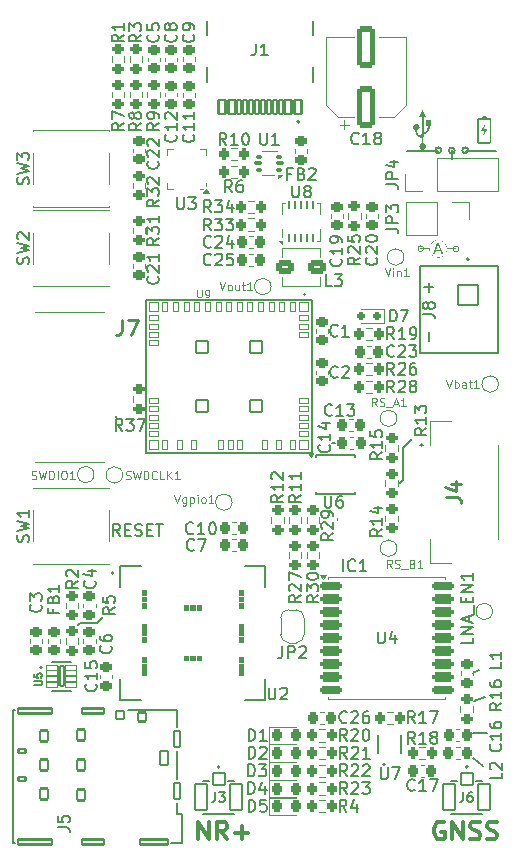
<source format=gto>
G04 #@! TF.GenerationSoftware,KiCad,Pcbnew,9.0.7*
G04 #@! TF.CreationDate,2026-02-19T12:47:42+01:00*
G04 #@! TF.ProjectId,FishIoT,46697368-496f-4542-9e6b-696361645f70,version 26.0*
G04 #@! TF.SameCoordinates,Original*
G04 #@! TF.FileFunction,Legend,Top*
G04 #@! TF.FilePolarity,Positive*
%FSLAX46Y46*%
G04 Gerber Fmt 4.6, Leading zero omitted, Abs format (unit mm)*
G04 Created by KiCad (PCBNEW 9.0.7) date 2026-02-19 12:47:42*
%MOMM*%
%LPD*%
G01*
G04 APERTURE LIST*
G04 Aperture macros list*
%AMRoundRect*
0 Rectangle with rounded corners*
0 $1 Rounding radius*
0 $2 $3 $4 $5 $6 $7 $8 $9 X,Y pos of 4 corners*
0 Add a 4 corners polygon primitive as box body*
4,1,4,$2,$3,$4,$5,$6,$7,$8,$9,$2,$3,0*
0 Add four circle primitives for the rounded corners*
1,1,$1+$1,$2,$3*
1,1,$1+$1,$4,$5*
1,1,$1+$1,$6,$7*
1,1,$1+$1,$8,$9*
0 Add four rect primitives between the rounded corners*
20,1,$1+$1,$2,$3,$4,$5,0*
20,1,$1+$1,$4,$5,$6,$7,0*
20,1,$1+$1,$6,$7,$8,$9,0*
20,1,$1+$1,$8,$9,$2,$3,0*%
%AMFreePoly0*
4,1,21,-0.125000,1.200000,0.125000,1.200000,0.125000,1.700000,0.375000,1.700000,0.375000,1.200000,0.825000,1.200000,0.825000,-1.200000,0.375000,-1.200000,0.375000,-1.700000,0.125000,-1.700000,0.125000,-1.200000,-0.125000,-1.200000,-0.125000,-1.700000,-0.375000,-1.700000,-0.375000,-1.200000,-0.825000,-1.200000,-0.825000,1.200000,-0.375000,1.200000,-0.375000,1.700000,-0.125000,1.700000,
-0.125000,1.200000,-0.125000,1.200000,$1*%
%AMFreePoly1*
4,1,23,0.500000,-0.750000,0.000000,-0.750000,0.000000,-0.745722,-0.065263,-0.745722,-0.191342,-0.711940,-0.304381,-0.646677,-0.396677,-0.554381,-0.461940,-0.441342,-0.495722,-0.315263,-0.495722,-0.250000,-0.500000,-0.250000,-0.500000,0.250000,-0.495722,0.250000,-0.495722,0.315263,-0.461940,0.441342,-0.396677,0.554381,-0.304381,0.646677,-0.191342,0.711940,-0.065263,0.745722,0.000000,0.745722,
0.000000,0.750000,0.500000,0.750000,0.500000,-0.750000,0.500000,-0.750000,$1*%
%AMFreePoly2*
4,1,23,0.000000,0.745722,0.065263,0.745722,0.191342,0.711940,0.304381,0.646677,0.396677,0.554381,0.461940,0.441342,0.495722,0.315263,0.495722,0.250000,0.500000,0.250000,0.500000,-0.250000,0.495722,-0.250000,0.495722,-0.315263,0.461940,-0.441342,0.396677,-0.554381,0.304381,-0.646677,0.191342,-0.711940,0.065263,-0.745722,0.000000,-0.745722,0.000000,-0.750000,-0.500000,-0.750000,
-0.500000,0.750000,0.000000,0.750000,0.000000,0.745722,0.000000,0.745722,$1*%
G04 Aperture macros list end*
%ADD10C,0.110000*%
%ADD11C,0.150000*%
%ADD12C,0.300000*%
%ADD13C,0.120000*%
%ADD14C,0.254000*%
%ADD15C,0.101600*%
%ADD16C,0.100000*%
%ADD17C,0.152400*%
%ADD18C,0.000000*%
%ADD19C,0.127000*%
%ADD20C,0.200000*%
%ADD21C,0.010000*%
%ADD22RoundRect,0.250000X0.550000X-1.500000X0.550000X1.500000X-0.550000X1.500000X-0.550000X-1.500000X0*%
%ADD23RoundRect,0.225000X-0.225000X-0.250000X0.225000X-0.250000X0.225000X0.250000X-0.225000X0.250000X0*%
%ADD24R,1.550000X1.300000*%
%ADD25RoundRect,0.218750X-0.218750X-0.256250X0.218750X-0.256250X0.218750X0.256250X-0.218750X0.256250X0*%
%ADD26RoundRect,0.225000X0.225000X0.250000X-0.225000X0.250000X-0.225000X-0.250000X0.225000X-0.250000X0*%
%ADD27R,0.254000X0.812800*%
%ADD28RoundRect,0.218750X0.218750X0.256250X-0.218750X0.256250X-0.218750X-0.256250X0.218750X-0.256250X0*%
%ADD29RoundRect,0.200000X0.275000X-0.200000X0.275000X0.200000X-0.275000X0.200000X-0.275000X-0.200000X0*%
%ADD30RoundRect,0.225000X0.250000X-0.225000X0.250000X0.225000X-0.250000X0.225000X-0.250000X-0.225000X0*%
%ADD31C,1.000000*%
%ADD32RoundRect,0.200000X-0.200000X-0.275000X0.200000X-0.275000X0.200000X0.275000X-0.200000X0.275000X0*%
%ADD33RoundRect,0.200000X-0.275000X0.200000X-0.275000X-0.200000X0.275000X-0.200000X0.275000X0.200000X0*%
%ADD34R,1.700000X1.700000*%
%ADD35C,1.700000*%
%ADD36RoundRect,0.225000X-0.250000X0.225000X-0.250000X-0.225000X0.250000X-0.225000X0.250000X0.225000X0*%
%ADD37R,0.300000X0.300000*%
%ADD38R,0.900000X0.300000*%
%ADD39R,0.300000X0.900000*%
%ADD40R,1.800000X1.800000*%
%ADD41RoundRect,0.150000X-0.150000X-0.200000X0.150000X-0.200000X0.150000X0.200000X-0.150000X0.200000X0*%
%ADD42RoundRect,0.200000X0.200000X0.275000X-0.200000X0.275000X-0.200000X-0.275000X0.200000X-0.275000X0*%
%ADD43RoundRect,0.250000X-0.500000X-0.350000X0.500000X-0.350000X0.500000X0.350000X-0.500000X0.350000X0*%
%ADD44RoundRect,0.102000X-0.350000X0.450000X-0.350000X-0.450000X0.350000X-0.450000X0.350000X0.450000X0*%
%ADD45RoundRect,0.102000X-0.350000X0.350000X-0.350000X-0.350000X0.350000X-0.350000X0.350000X0.350000X0*%
%ADD46RoundRect,0.102000X-0.325000X0.600000X-0.325000X-0.600000X0.325000X-0.600000X0.325000X0.600000X0*%
%ADD47RoundRect,0.102000X-1.450000X0.225000X-1.450000X-0.225000X1.450000X-0.225000X1.450000X0.225000X0*%
%ADD48RoundRect,0.102000X-0.950000X0.225000X-0.950000X-0.225000X0.950000X-0.225000X0.950000X0.225000X0*%
%ADD49RoundRect,0.102000X-0.350000X0.375000X-0.350000X-0.375000X0.350000X-0.375000X0.350000X0.375000X0*%
%ADD50RoundRect,0.102000X-0.250000X0.700000X-0.250000X-0.700000X0.250000X-0.700000X0.250000X0.700000X0*%
%ADD51RoundRect,0.102000X-1.200000X0.225000X-1.200000X-0.225000X1.200000X-0.225000X1.200000X0.225000X0*%
%ADD52RoundRect,0.102000X-0.300000X0.150000X-0.300000X-0.150000X0.300000X-0.150000X0.300000X0.150000X0*%
%ADD53RoundRect,0.093750X0.156250X0.093750X-0.156250X0.093750X-0.156250X-0.093750X0.156250X-0.093750X0*%
%ADD54RoundRect,0.075000X0.250000X0.075000X-0.250000X0.075000X-0.250000X-0.075000X0.250000X-0.075000X0*%
%ADD55R,2.795000X0.740000*%
%ADD56RoundRect,0.218750X0.256250X-0.218750X0.256250X0.218750X-0.256250X0.218750X-0.256250X-0.218750X0*%
%ADD57RoundRect,0.102000X0.500000X0.525000X-0.500000X0.525000X-0.500000X-0.525000X0.500000X-0.525000X0*%
%ADD58RoundRect,0.102000X0.525000X1.100000X-0.525000X1.100000X-0.525000X-1.100000X0.525000X-1.100000X0*%
%ADD59R,0.800000X0.500000*%
%ADD60RoundRect,0.050800X0.200000X-0.400000X0.200000X0.400000X-0.200000X0.400000X-0.200000X-0.400000X0*%
%ADD61RoundRect,0.050800X0.400000X0.200000X-0.400000X0.200000X-0.400000X-0.200000X0.400000X-0.200000X0*%
%ADD62RoundRect,0.050800X-0.200000X0.400000X-0.200000X-0.400000X0.200000X-0.400000X0.200000X0.400000X0*%
%ADD63RoundRect,0.050800X-0.400000X-0.200000X0.400000X-0.200000X0.400000X0.200000X-0.400000X0.200000X0*%
%ADD64RoundRect,0.050800X0.400000X-0.400000X0.400000X0.400000X-0.400000X0.400000X-0.400000X-0.400000X0*%
%ADD65RoundRect,0.050800X0.400000X0.400000X-0.400000X0.400000X-0.400000X-0.400000X0.400000X-0.400000X0*%
%ADD66RoundRect,0.050800X0.500000X0.500000X-0.500000X0.500000X-0.500000X-0.500000X0.500000X-0.500000X0*%
%ADD67RoundRect,0.050800X-0.500000X-0.500000X0.500000X-0.500000X0.500000X0.500000X-0.500000X0.500000X0*%
%ADD68RoundRect,0.060000X0.060000X-0.240000X0.060000X0.240000X-0.060000X0.240000X-0.060000X-0.240000X0*%
%ADD69FreePoly0,90.000000*%
%ADD70RoundRect,0.218750X-0.256250X0.218750X-0.256250X-0.218750X0.256250X-0.218750X0.256250X0.218750X0*%
%ADD71RoundRect,0.175000X-0.725000X-0.175000X0.725000X-0.175000X0.725000X0.175000X-0.725000X0.175000X0*%
%ADD72RoundRect,0.200000X-0.700000X-0.200000X0.700000X-0.200000X0.700000X0.200000X-0.700000X0.200000X0*%
%ADD73C,0.800000*%
%ADD74C,6.000000*%
%ADD75FreePoly1,270.000000*%
%ADD76FreePoly2,270.000000*%
%ADD77C,0.650000*%
%ADD78RoundRect,0.102000X0.300000X0.575000X-0.300000X0.575000X-0.300000X-0.575000X0.300000X-0.575000X0*%
%ADD79RoundRect,0.102000X0.150000X0.575000X-0.150000X0.575000X-0.150000X-0.575000X0.150000X-0.575000X0*%
%ADD80O,1.204000X2.304000*%
%ADD81O,1.204000X2.004000*%
%ADD82RoundRect,0.076200X0.877500X-0.877500X0.877500X0.877500X-0.877500X0.877500X-0.877500X-0.877500X0*%
%ADD83C,1.907400*%
%ADD84RoundRect,0.014220X-0.472780X-0.222780X0.472780X-0.222780X0.472780X0.222780X-0.472780X0.222780X0*%
%ADD85RoundRect,0.102000X-0.200000X-0.850000X0.200000X-0.850000X0.200000X0.850000X-0.200000X0.850000X0*%
%ADD86R,2.400000X0.800000*%
%ADD87R,3.300000X1.800000*%
%ADD88R,1.100000X0.400000*%
%ADD89C,0.600000*%
G04 APERTURE END LIST*
D10*
X127365688Y-48291045D02*
G75*
G02*
X126884720Y-48291045I-240484J0D01*
G01*
X126884720Y-48291045D02*
G75*
G02*
X127365688Y-48291045I240484J0D01*
G01*
D11*
X130004000Y-39984505D02*
G75*
G02*
X129496000Y-39984505I-254000J0D01*
G01*
X129496000Y-39984505D02*
G75*
G02*
X130004000Y-39984505I254000J0D01*
G01*
X128863891Y-39956459D02*
G75*
G02*
X128355891Y-39956459I-254000J0D01*
G01*
X128355891Y-39956459D02*
G75*
G02*
X128863891Y-39956459I254000J0D01*
G01*
X131149891Y-39956459D02*
G75*
G02*
X130641891Y-39956459I-254000J0D01*
G01*
X130641891Y-39956459D02*
G75*
G02*
X131149891Y-39956459I254000J0D01*
G01*
X131510000Y-84255442D02*
X132082100Y-83967076D01*
X125650000Y-65150000D02*
X125650000Y-67900000D01*
X131559835Y-91420312D02*
X132424586Y-92094759D01*
X125650000Y-67900000D02*
X125400000Y-68150000D01*
X131569183Y-89312597D02*
X132750697Y-89312597D01*
X126400000Y-64400000D02*
X125900000Y-64900000D01*
X129741994Y-40734505D02*
X129741994Y-39965338D01*
X98250000Y-80000000D02*
X98122638Y-80163203D01*
X119625000Y-64750000D02*
X119875000Y-64750000D01*
X99750000Y-80000000D02*
X100250000Y-79500000D01*
X133500000Y-39984505D02*
X130961949Y-39984505D01*
D10*
X130340330Y-48296114D02*
G75*
G02*
X129859362Y-48296114I-240484J0D01*
G01*
X129859362Y-48296114D02*
G75*
G02*
X130340330Y-48296114I240484J0D01*
G01*
D11*
X131598508Y-86607319D02*
X132562556Y-86262394D01*
X98250000Y-80000000D02*
X99750000Y-80000000D01*
X125900000Y-64900000D02*
X125650000Y-65150000D01*
X126000000Y-39984505D02*
X128548949Y-39984505D01*
D12*
X108304510Y-98300828D02*
X108304510Y-96800828D01*
X108304510Y-96800828D02*
X109161653Y-98300828D01*
X109161653Y-98300828D02*
X109161653Y-96800828D01*
X110733082Y-98300828D02*
X110233082Y-97586542D01*
X109875939Y-98300828D02*
X109875939Y-96800828D01*
X109875939Y-96800828D02*
X110447368Y-96800828D01*
X110447368Y-96800828D02*
X110590225Y-96872257D01*
X110590225Y-96872257D02*
X110661654Y-96943685D01*
X110661654Y-96943685D02*
X110733082Y-97086542D01*
X110733082Y-97086542D02*
X110733082Y-97300828D01*
X110733082Y-97300828D02*
X110661654Y-97443685D01*
X110661654Y-97443685D02*
X110590225Y-97515114D01*
X110590225Y-97515114D02*
X110447368Y-97586542D01*
X110447368Y-97586542D02*
X109875939Y-97586542D01*
X111375939Y-97729400D02*
X112518797Y-97729400D01*
X111947368Y-98300828D02*
X111947368Y-97157971D01*
D11*
X127852123Y-55381460D02*
X127852123Y-56143365D01*
D12*
X129090225Y-96872257D02*
X128947368Y-96800828D01*
X128947368Y-96800828D02*
X128733082Y-96800828D01*
X128733082Y-96800828D02*
X128518796Y-96872257D01*
X128518796Y-96872257D02*
X128375939Y-97015114D01*
X128375939Y-97015114D02*
X128304510Y-97157971D01*
X128304510Y-97157971D02*
X128233082Y-97443685D01*
X128233082Y-97443685D02*
X128233082Y-97657971D01*
X128233082Y-97657971D02*
X128304510Y-97943685D01*
X128304510Y-97943685D02*
X128375939Y-98086542D01*
X128375939Y-98086542D02*
X128518796Y-98229400D01*
X128518796Y-98229400D02*
X128733082Y-98300828D01*
X128733082Y-98300828D02*
X128875939Y-98300828D01*
X128875939Y-98300828D02*
X129090225Y-98229400D01*
X129090225Y-98229400D02*
X129161653Y-98157971D01*
X129161653Y-98157971D02*
X129161653Y-97657971D01*
X129161653Y-97657971D02*
X128875939Y-97657971D01*
X129804510Y-98300828D02*
X129804510Y-96800828D01*
X129804510Y-96800828D02*
X130661653Y-98300828D01*
X130661653Y-98300828D02*
X130661653Y-96800828D01*
X131304511Y-98229400D02*
X131518797Y-98300828D01*
X131518797Y-98300828D02*
X131875939Y-98300828D01*
X131875939Y-98300828D02*
X132018797Y-98229400D01*
X132018797Y-98229400D02*
X132090225Y-98157971D01*
X132090225Y-98157971D02*
X132161654Y-98015114D01*
X132161654Y-98015114D02*
X132161654Y-97872257D01*
X132161654Y-97872257D02*
X132090225Y-97729400D01*
X132090225Y-97729400D02*
X132018797Y-97657971D01*
X132018797Y-97657971D02*
X131875939Y-97586542D01*
X131875939Y-97586542D02*
X131590225Y-97515114D01*
X131590225Y-97515114D02*
X131447368Y-97443685D01*
X131447368Y-97443685D02*
X131375939Y-97372257D01*
X131375939Y-97372257D02*
X131304511Y-97229400D01*
X131304511Y-97229400D02*
X131304511Y-97086542D01*
X131304511Y-97086542D02*
X131375939Y-96943685D01*
X131375939Y-96943685D02*
X131447368Y-96872257D01*
X131447368Y-96872257D02*
X131590225Y-96800828D01*
X131590225Y-96800828D02*
X131947368Y-96800828D01*
X131947368Y-96800828D02*
X132161654Y-96872257D01*
X132733082Y-98229400D02*
X132947368Y-98300828D01*
X132947368Y-98300828D02*
X133304510Y-98300828D01*
X133304510Y-98300828D02*
X133447368Y-98229400D01*
X133447368Y-98229400D02*
X133518796Y-98157971D01*
X133518796Y-98157971D02*
X133590225Y-98015114D01*
X133590225Y-98015114D02*
X133590225Y-97872257D01*
X133590225Y-97872257D02*
X133518796Y-97729400D01*
X133518796Y-97729400D02*
X133447368Y-97657971D01*
X133447368Y-97657971D02*
X133304510Y-97586542D01*
X133304510Y-97586542D02*
X133018796Y-97515114D01*
X133018796Y-97515114D02*
X132875939Y-97443685D01*
X132875939Y-97443685D02*
X132804510Y-97372257D01*
X132804510Y-97372257D02*
X132733082Y-97229400D01*
X132733082Y-97229400D02*
X132733082Y-97086542D01*
X132733082Y-97086542D02*
X132804510Y-96943685D01*
X132804510Y-96943685D02*
X132875939Y-96872257D01*
X132875939Y-96872257D02*
X133018796Y-96800828D01*
X133018796Y-96800828D02*
X133375939Y-96800828D01*
X133375939Y-96800828D02*
X133590225Y-96872257D01*
D11*
X128192281Y-51548212D02*
X127430377Y-51548212D01*
X127811329Y-51167259D02*
X127811329Y-51929164D01*
X101658207Y-72619819D02*
X101324874Y-72143628D01*
X101086779Y-72619819D02*
X101086779Y-71619819D01*
X101086779Y-71619819D02*
X101467731Y-71619819D01*
X101467731Y-71619819D02*
X101562969Y-71667438D01*
X101562969Y-71667438D02*
X101610588Y-71715057D01*
X101610588Y-71715057D02*
X101658207Y-71810295D01*
X101658207Y-71810295D02*
X101658207Y-71953152D01*
X101658207Y-71953152D02*
X101610588Y-72048390D01*
X101610588Y-72048390D02*
X101562969Y-72096009D01*
X101562969Y-72096009D02*
X101467731Y-72143628D01*
X101467731Y-72143628D02*
X101086779Y-72143628D01*
X102086779Y-72096009D02*
X102420112Y-72096009D01*
X102562969Y-72619819D02*
X102086779Y-72619819D01*
X102086779Y-72619819D02*
X102086779Y-71619819D01*
X102086779Y-71619819D02*
X102562969Y-71619819D01*
X102943922Y-72572200D02*
X103086779Y-72619819D01*
X103086779Y-72619819D02*
X103324874Y-72619819D01*
X103324874Y-72619819D02*
X103420112Y-72572200D01*
X103420112Y-72572200D02*
X103467731Y-72524580D01*
X103467731Y-72524580D02*
X103515350Y-72429342D01*
X103515350Y-72429342D02*
X103515350Y-72334104D01*
X103515350Y-72334104D02*
X103467731Y-72238866D01*
X103467731Y-72238866D02*
X103420112Y-72191247D01*
X103420112Y-72191247D02*
X103324874Y-72143628D01*
X103324874Y-72143628D02*
X103134398Y-72096009D01*
X103134398Y-72096009D02*
X103039160Y-72048390D01*
X103039160Y-72048390D02*
X102991541Y-72000771D01*
X102991541Y-72000771D02*
X102943922Y-71905533D01*
X102943922Y-71905533D02*
X102943922Y-71810295D01*
X102943922Y-71810295D02*
X102991541Y-71715057D01*
X102991541Y-71715057D02*
X103039160Y-71667438D01*
X103039160Y-71667438D02*
X103134398Y-71619819D01*
X103134398Y-71619819D02*
X103372493Y-71619819D01*
X103372493Y-71619819D02*
X103515350Y-71667438D01*
X103943922Y-72096009D02*
X104277255Y-72096009D01*
X104420112Y-72619819D02*
X103943922Y-72619819D01*
X103943922Y-72619819D02*
X103943922Y-71619819D01*
X103943922Y-71619819D02*
X104420112Y-71619819D01*
X104705827Y-71619819D02*
X105277255Y-71619819D01*
X104991541Y-72619819D02*
X104991541Y-71619819D01*
X121857142Y-39359580D02*
X121809523Y-39407200D01*
X121809523Y-39407200D02*
X121666666Y-39454819D01*
X121666666Y-39454819D02*
X121571428Y-39454819D01*
X121571428Y-39454819D02*
X121428571Y-39407200D01*
X121428571Y-39407200D02*
X121333333Y-39311961D01*
X121333333Y-39311961D02*
X121285714Y-39216723D01*
X121285714Y-39216723D02*
X121238095Y-39026247D01*
X121238095Y-39026247D02*
X121238095Y-38883390D01*
X121238095Y-38883390D02*
X121285714Y-38692914D01*
X121285714Y-38692914D02*
X121333333Y-38597676D01*
X121333333Y-38597676D02*
X121428571Y-38502438D01*
X121428571Y-38502438D02*
X121571428Y-38454819D01*
X121571428Y-38454819D02*
X121666666Y-38454819D01*
X121666666Y-38454819D02*
X121809523Y-38502438D01*
X121809523Y-38502438D02*
X121857142Y-38550057D01*
X122809523Y-39454819D02*
X122238095Y-39454819D01*
X122523809Y-39454819D02*
X122523809Y-38454819D01*
X122523809Y-38454819D02*
X122428571Y-38597676D01*
X122428571Y-38597676D02*
X122333333Y-38692914D01*
X122333333Y-38692914D02*
X122238095Y-38740533D01*
X123380952Y-38883390D02*
X123285714Y-38835771D01*
X123285714Y-38835771D02*
X123238095Y-38788152D01*
X123238095Y-38788152D02*
X123190476Y-38692914D01*
X123190476Y-38692914D02*
X123190476Y-38645295D01*
X123190476Y-38645295D02*
X123238095Y-38550057D01*
X123238095Y-38550057D02*
X123285714Y-38502438D01*
X123285714Y-38502438D02*
X123380952Y-38454819D01*
X123380952Y-38454819D02*
X123571428Y-38454819D01*
X123571428Y-38454819D02*
X123666666Y-38502438D01*
X123666666Y-38502438D02*
X123714285Y-38550057D01*
X123714285Y-38550057D02*
X123761904Y-38645295D01*
X123761904Y-38645295D02*
X123761904Y-38692914D01*
X123761904Y-38692914D02*
X123714285Y-38788152D01*
X123714285Y-38788152D02*
X123666666Y-38835771D01*
X123666666Y-38835771D02*
X123571428Y-38883390D01*
X123571428Y-38883390D02*
X123380952Y-38883390D01*
X123380952Y-38883390D02*
X123285714Y-38931009D01*
X123285714Y-38931009D02*
X123238095Y-38978628D01*
X123238095Y-38978628D02*
X123190476Y-39073866D01*
X123190476Y-39073866D02*
X123190476Y-39264342D01*
X123190476Y-39264342D02*
X123238095Y-39359580D01*
X123238095Y-39359580D02*
X123285714Y-39407200D01*
X123285714Y-39407200D02*
X123380952Y-39454819D01*
X123380952Y-39454819D02*
X123571428Y-39454819D01*
X123571428Y-39454819D02*
X123666666Y-39407200D01*
X123666666Y-39407200D02*
X123714285Y-39359580D01*
X123714285Y-39359580D02*
X123761904Y-39264342D01*
X123761904Y-39264342D02*
X123761904Y-39073866D01*
X123761904Y-39073866D02*
X123714285Y-38978628D01*
X123714285Y-38978628D02*
X123666666Y-38931009D01*
X123666666Y-38931009D02*
X123571428Y-38883390D01*
X107933333Y-73759580D02*
X107885714Y-73807200D01*
X107885714Y-73807200D02*
X107742857Y-73854819D01*
X107742857Y-73854819D02*
X107647619Y-73854819D01*
X107647619Y-73854819D02*
X107504762Y-73807200D01*
X107504762Y-73807200D02*
X107409524Y-73711961D01*
X107409524Y-73711961D02*
X107361905Y-73616723D01*
X107361905Y-73616723D02*
X107314286Y-73426247D01*
X107314286Y-73426247D02*
X107314286Y-73283390D01*
X107314286Y-73283390D02*
X107361905Y-73092914D01*
X107361905Y-73092914D02*
X107409524Y-72997676D01*
X107409524Y-72997676D02*
X107504762Y-72902438D01*
X107504762Y-72902438D02*
X107647619Y-72854819D01*
X107647619Y-72854819D02*
X107742857Y-72854819D01*
X107742857Y-72854819D02*
X107885714Y-72902438D01*
X107885714Y-72902438D02*
X107933333Y-72950057D01*
X108266667Y-72854819D02*
X108933333Y-72854819D01*
X108933333Y-72854819D02*
X108504762Y-73854819D01*
X93907200Y-49583332D02*
X93954819Y-49440475D01*
X93954819Y-49440475D02*
X93954819Y-49202380D01*
X93954819Y-49202380D02*
X93907200Y-49107142D01*
X93907200Y-49107142D02*
X93859580Y-49059523D01*
X93859580Y-49059523D02*
X93764342Y-49011904D01*
X93764342Y-49011904D02*
X93669104Y-49011904D01*
X93669104Y-49011904D02*
X93573866Y-49059523D01*
X93573866Y-49059523D02*
X93526247Y-49107142D01*
X93526247Y-49107142D02*
X93478628Y-49202380D01*
X93478628Y-49202380D02*
X93431009Y-49392856D01*
X93431009Y-49392856D02*
X93383390Y-49488094D01*
X93383390Y-49488094D02*
X93335771Y-49535713D01*
X93335771Y-49535713D02*
X93240533Y-49583332D01*
X93240533Y-49583332D02*
X93145295Y-49583332D01*
X93145295Y-49583332D02*
X93050057Y-49535713D01*
X93050057Y-49535713D02*
X93002438Y-49488094D01*
X93002438Y-49488094D02*
X92954819Y-49392856D01*
X92954819Y-49392856D02*
X92954819Y-49154761D01*
X92954819Y-49154761D02*
X93002438Y-49011904D01*
X92954819Y-48678570D02*
X93954819Y-48440475D01*
X93954819Y-48440475D02*
X93240533Y-48249999D01*
X93240533Y-48249999D02*
X93954819Y-48059523D01*
X93954819Y-48059523D02*
X92954819Y-47821428D01*
X93050057Y-47488094D02*
X93002438Y-47440475D01*
X93002438Y-47440475D02*
X92954819Y-47345237D01*
X92954819Y-47345237D02*
X92954819Y-47107142D01*
X92954819Y-47107142D02*
X93002438Y-47011904D01*
X93002438Y-47011904D02*
X93050057Y-46964285D01*
X93050057Y-46964285D02*
X93145295Y-46916666D01*
X93145295Y-46916666D02*
X93240533Y-46916666D01*
X93240533Y-46916666D02*
X93383390Y-46964285D01*
X93383390Y-46964285D02*
X93954819Y-47535713D01*
X93954819Y-47535713D02*
X93954819Y-46916666D01*
X112511905Y-92954819D02*
X112511905Y-91954819D01*
X112511905Y-91954819D02*
X112750000Y-91954819D01*
X112750000Y-91954819D02*
X112892857Y-92002438D01*
X112892857Y-92002438D02*
X112988095Y-92097676D01*
X112988095Y-92097676D02*
X113035714Y-92192914D01*
X113035714Y-92192914D02*
X113083333Y-92383390D01*
X113083333Y-92383390D02*
X113083333Y-92526247D01*
X113083333Y-92526247D02*
X113035714Y-92716723D01*
X113035714Y-92716723D02*
X112988095Y-92811961D01*
X112988095Y-92811961D02*
X112892857Y-92907200D01*
X112892857Y-92907200D02*
X112750000Y-92954819D01*
X112750000Y-92954819D02*
X112511905Y-92954819D01*
X113416667Y-91954819D02*
X114035714Y-91954819D01*
X114035714Y-91954819D02*
X113702381Y-92335771D01*
X113702381Y-92335771D02*
X113845238Y-92335771D01*
X113845238Y-92335771D02*
X113940476Y-92383390D01*
X113940476Y-92383390D02*
X113988095Y-92431009D01*
X113988095Y-92431009D02*
X114035714Y-92526247D01*
X114035714Y-92526247D02*
X114035714Y-92764342D01*
X114035714Y-92764342D02*
X113988095Y-92859580D01*
X113988095Y-92859580D02*
X113940476Y-92907200D01*
X113940476Y-92907200D02*
X113845238Y-92954819D01*
X113845238Y-92954819D02*
X113559524Y-92954819D01*
X113559524Y-92954819D02*
X113464286Y-92907200D01*
X113464286Y-92907200D02*
X113416667Y-92859580D01*
X109357142Y-48109580D02*
X109309523Y-48157200D01*
X109309523Y-48157200D02*
X109166666Y-48204819D01*
X109166666Y-48204819D02*
X109071428Y-48204819D01*
X109071428Y-48204819D02*
X108928571Y-48157200D01*
X108928571Y-48157200D02*
X108833333Y-48061961D01*
X108833333Y-48061961D02*
X108785714Y-47966723D01*
X108785714Y-47966723D02*
X108738095Y-47776247D01*
X108738095Y-47776247D02*
X108738095Y-47633390D01*
X108738095Y-47633390D02*
X108785714Y-47442914D01*
X108785714Y-47442914D02*
X108833333Y-47347676D01*
X108833333Y-47347676D02*
X108928571Y-47252438D01*
X108928571Y-47252438D02*
X109071428Y-47204819D01*
X109071428Y-47204819D02*
X109166666Y-47204819D01*
X109166666Y-47204819D02*
X109309523Y-47252438D01*
X109309523Y-47252438D02*
X109357142Y-47300057D01*
X109738095Y-47300057D02*
X109785714Y-47252438D01*
X109785714Y-47252438D02*
X109880952Y-47204819D01*
X109880952Y-47204819D02*
X110119047Y-47204819D01*
X110119047Y-47204819D02*
X110214285Y-47252438D01*
X110214285Y-47252438D02*
X110261904Y-47300057D01*
X110261904Y-47300057D02*
X110309523Y-47395295D01*
X110309523Y-47395295D02*
X110309523Y-47490533D01*
X110309523Y-47490533D02*
X110261904Y-47633390D01*
X110261904Y-47633390D02*
X109690476Y-48204819D01*
X109690476Y-48204819D02*
X110309523Y-48204819D01*
X111166666Y-47538152D02*
X111166666Y-48204819D01*
X110928571Y-47157200D02*
X110690476Y-47871485D01*
X110690476Y-47871485D02*
X111309523Y-47871485D01*
X123737969Y-92204819D02*
X123737969Y-93014342D01*
X123737969Y-93014342D02*
X123785588Y-93109580D01*
X123785588Y-93109580D02*
X123833207Y-93157200D01*
X123833207Y-93157200D02*
X123928445Y-93204819D01*
X123928445Y-93204819D02*
X124118921Y-93204819D01*
X124118921Y-93204819D02*
X124214159Y-93157200D01*
X124214159Y-93157200D02*
X124261778Y-93109580D01*
X124261778Y-93109580D02*
X124309397Y-93014342D01*
X124309397Y-93014342D02*
X124309397Y-92204819D01*
X124690350Y-92204819D02*
X125357016Y-92204819D01*
X125357016Y-92204819D02*
X124928445Y-93204819D01*
X133962956Y-92659888D02*
X133962956Y-93136078D01*
X133962956Y-93136078D02*
X132962956Y-93136078D01*
X133058194Y-92374173D02*
X133010575Y-92326554D01*
X133010575Y-92326554D02*
X132962956Y-92231316D01*
X132962956Y-92231316D02*
X132962956Y-91993221D01*
X132962956Y-91993221D02*
X133010575Y-91897983D01*
X133010575Y-91897983D02*
X133058194Y-91850364D01*
X133058194Y-91850364D02*
X133153432Y-91802745D01*
X133153432Y-91802745D02*
X133248670Y-91802745D01*
X133248670Y-91802745D02*
X133391527Y-91850364D01*
X133391527Y-91850364D02*
X133962956Y-92421792D01*
X133962956Y-92421792D02*
X133962956Y-91802745D01*
X104954819Y-47392857D02*
X104478628Y-47726190D01*
X104954819Y-47964285D02*
X103954819Y-47964285D01*
X103954819Y-47964285D02*
X103954819Y-47583333D01*
X103954819Y-47583333D02*
X104002438Y-47488095D01*
X104002438Y-47488095D02*
X104050057Y-47440476D01*
X104050057Y-47440476D02*
X104145295Y-47392857D01*
X104145295Y-47392857D02*
X104288152Y-47392857D01*
X104288152Y-47392857D02*
X104383390Y-47440476D01*
X104383390Y-47440476D02*
X104431009Y-47488095D01*
X104431009Y-47488095D02*
X104478628Y-47583333D01*
X104478628Y-47583333D02*
X104478628Y-47964285D01*
X103954819Y-47059523D02*
X103954819Y-46440476D01*
X103954819Y-46440476D02*
X104335771Y-46773809D01*
X104335771Y-46773809D02*
X104335771Y-46630952D01*
X104335771Y-46630952D02*
X104383390Y-46535714D01*
X104383390Y-46535714D02*
X104431009Y-46488095D01*
X104431009Y-46488095D02*
X104526247Y-46440476D01*
X104526247Y-46440476D02*
X104764342Y-46440476D01*
X104764342Y-46440476D02*
X104859580Y-46488095D01*
X104859580Y-46488095D02*
X104907200Y-46535714D01*
X104907200Y-46535714D02*
X104954819Y-46630952D01*
X104954819Y-46630952D02*
X104954819Y-46916666D01*
X104954819Y-46916666D02*
X104907200Y-47011904D01*
X104907200Y-47011904D02*
X104859580Y-47059523D01*
X104954819Y-45488095D02*
X104954819Y-46059523D01*
X104954819Y-45773809D02*
X103954819Y-45773809D01*
X103954819Y-45773809D02*
X104097676Y-45869047D01*
X104097676Y-45869047D02*
X104192914Y-45964285D01*
X104192914Y-45964285D02*
X104240533Y-46059523D01*
X100859580Y-81916666D02*
X100907200Y-81964285D01*
X100907200Y-81964285D02*
X100954819Y-82107142D01*
X100954819Y-82107142D02*
X100954819Y-82202380D01*
X100954819Y-82202380D02*
X100907200Y-82345237D01*
X100907200Y-82345237D02*
X100811961Y-82440475D01*
X100811961Y-82440475D02*
X100716723Y-82488094D01*
X100716723Y-82488094D02*
X100526247Y-82535713D01*
X100526247Y-82535713D02*
X100383390Y-82535713D01*
X100383390Y-82535713D02*
X100192914Y-82488094D01*
X100192914Y-82488094D02*
X100097676Y-82440475D01*
X100097676Y-82440475D02*
X100002438Y-82345237D01*
X100002438Y-82345237D02*
X99954819Y-82202380D01*
X99954819Y-82202380D02*
X99954819Y-82107142D01*
X99954819Y-82107142D02*
X100002438Y-81964285D01*
X100002438Y-81964285D02*
X100050057Y-81916666D01*
X99954819Y-81059523D02*
X99954819Y-81249999D01*
X99954819Y-81249999D02*
X100002438Y-81345237D01*
X100002438Y-81345237D02*
X100050057Y-81392856D01*
X100050057Y-81392856D02*
X100192914Y-81488094D01*
X100192914Y-81488094D02*
X100383390Y-81535713D01*
X100383390Y-81535713D02*
X100764342Y-81535713D01*
X100764342Y-81535713D02*
X100859580Y-81488094D01*
X100859580Y-81488094D02*
X100907200Y-81440475D01*
X100907200Y-81440475D02*
X100954819Y-81345237D01*
X100954819Y-81345237D02*
X100954819Y-81154761D01*
X100954819Y-81154761D02*
X100907200Y-81059523D01*
X100907200Y-81059523D02*
X100859580Y-81011904D01*
X100859580Y-81011904D02*
X100764342Y-80964285D01*
X100764342Y-80964285D02*
X100526247Y-80964285D01*
X100526247Y-80964285D02*
X100431009Y-81011904D01*
X100431009Y-81011904D02*
X100383390Y-81059523D01*
X100383390Y-81059523D02*
X100335771Y-81154761D01*
X100335771Y-81154761D02*
X100335771Y-81345237D01*
X100335771Y-81345237D02*
X100383390Y-81440475D01*
X100383390Y-81440475D02*
X100431009Y-81488094D01*
X100431009Y-81488094D02*
X100526247Y-81535713D01*
X101954819Y-30166666D02*
X101478628Y-30499999D01*
X101954819Y-30738094D02*
X100954819Y-30738094D01*
X100954819Y-30738094D02*
X100954819Y-30357142D01*
X100954819Y-30357142D02*
X101002438Y-30261904D01*
X101002438Y-30261904D02*
X101050057Y-30214285D01*
X101050057Y-30214285D02*
X101145295Y-30166666D01*
X101145295Y-30166666D02*
X101288152Y-30166666D01*
X101288152Y-30166666D02*
X101383390Y-30214285D01*
X101383390Y-30214285D02*
X101431009Y-30261904D01*
X101431009Y-30261904D02*
X101478628Y-30357142D01*
X101478628Y-30357142D02*
X101478628Y-30738094D01*
X101954819Y-29214285D02*
X101954819Y-29785713D01*
X101954819Y-29499999D02*
X100954819Y-29499999D01*
X100954819Y-29499999D02*
X101097676Y-29595237D01*
X101097676Y-29595237D02*
X101192914Y-29690475D01*
X101192914Y-29690475D02*
X101240533Y-29785713D01*
D13*
X94183333Y-67784260D02*
X94283333Y-67817593D01*
X94283333Y-67817593D02*
X94450000Y-67817593D01*
X94450000Y-67817593D02*
X94516666Y-67784260D01*
X94516666Y-67784260D02*
X94550000Y-67750926D01*
X94550000Y-67750926D02*
X94583333Y-67684260D01*
X94583333Y-67684260D02*
X94583333Y-67617593D01*
X94583333Y-67617593D02*
X94550000Y-67550926D01*
X94550000Y-67550926D02*
X94516666Y-67517593D01*
X94516666Y-67517593D02*
X94450000Y-67484260D01*
X94450000Y-67484260D02*
X94316666Y-67450926D01*
X94316666Y-67450926D02*
X94250000Y-67417593D01*
X94250000Y-67417593D02*
X94216666Y-67384260D01*
X94216666Y-67384260D02*
X94183333Y-67317593D01*
X94183333Y-67317593D02*
X94183333Y-67250926D01*
X94183333Y-67250926D02*
X94216666Y-67184260D01*
X94216666Y-67184260D02*
X94250000Y-67150926D01*
X94250000Y-67150926D02*
X94316666Y-67117593D01*
X94316666Y-67117593D02*
X94483333Y-67117593D01*
X94483333Y-67117593D02*
X94583333Y-67150926D01*
X94816667Y-67117593D02*
X94983333Y-67817593D01*
X94983333Y-67817593D02*
X95116667Y-67317593D01*
X95116667Y-67317593D02*
X95250000Y-67817593D01*
X95250000Y-67817593D02*
X95416667Y-67117593D01*
X95683333Y-67817593D02*
X95683333Y-67117593D01*
X95683333Y-67117593D02*
X95850000Y-67117593D01*
X95850000Y-67117593D02*
X95950000Y-67150926D01*
X95950000Y-67150926D02*
X96016667Y-67217593D01*
X96016667Y-67217593D02*
X96050000Y-67284260D01*
X96050000Y-67284260D02*
X96083333Y-67417593D01*
X96083333Y-67417593D02*
X96083333Y-67517593D01*
X96083333Y-67517593D02*
X96050000Y-67650926D01*
X96050000Y-67650926D02*
X96016667Y-67717593D01*
X96016667Y-67717593D02*
X95950000Y-67784260D01*
X95950000Y-67784260D02*
X95850000Y-67817593D01*
X95850000Y-67817593D02*
X95683333Y-67817593D01*
X96383333Y-67817593D02*
X96383333Y-67117593D01*
X96850000Y-67117593D02*
X96983333Y-67117593D01*
X96983333Y-67117593D02*
X97050000Y-67150926D01*
X97050000Y-67150926D02*
X97116666Y-67217593D01*
X97116666Y-67217593D02*
X97150000Y-67350926D01*
X97150000Y-67350926D02*
X97150000Y-67584260D01*
X97150000Y-67584260D02*
X97116666Y-67717593D01*
X97116666Y-67717593D02*
X97050000Y-67784260D01*
X97050000Y-67784260D02*
X96983333Y-67817593D01*
X96983333Y-67817593D02*
X96850000Y-67817593D01*
X96850000Y-67817593D02*
X96783333Y-67784260D01*
X96783333Y-67784260D02*
X96716666Y-67717593D01*
X96716666Y-67717593D02*
X96683333Y-67584260D01*
X96683333Y-67584260D02*
X96683333Y-67350926D01*
X96683333Y-67350926D02*
X96716666Y-67217593D01*
X96716666Y-67217593D02*
X96783333Y-67150926D01*
X96783333Y-67150926D02*
X96850000Y-67117593D01*
X97816666Y-67817593D02*
X97416666Y-67817593D01*
X97616666Y-67817593D02*
X97616666Y-67117593D01*
X97616666Y-67117593D02*
X97549999Y-67217593D01*
X97549999Y-67217593D02*
X97483333Y-67284260D01*
X97483333Y-67284260D02*
X97416666Y-67317593D01*
X110100000Y-51117593D02*
X110333334Y-51817593D01*
X110333334Y-51817593D02*
X110566667Y-51117593D01*
X110900000Y-51817593D02*
X110833334Y-51784260D01*
X110833334Y-51784260D02*
X110800000Y-51750926D01*
X110800000Y-51750926D02*
X110766667Y-51684260D01*
X110766667Y-51684260D02*
X110766667Y-51484260D01*
X110766667Y-51484260D02*
X110800000Y-51417593D01*
X110800000Y-51417593D02*
X110833334Y-51384260D01*
X110833334Y-51384260D02*
X110900000Y-51350926D01*
X110900000Y-51350926D02*
X111000000Y-51350926D01*
X111000000Y-51350926D02*
X111066667Y-51384260D01*
X111066667Y-51384260D02*
X111100000Y-51417593D01*
X111100000Y-51417593D02*
X111133334Y-51484260D01*
X111133334Y-51484260D02*
X111133334Y-51684260D01*
X111133334Y-51684260D02*
X111100000Y-51750926D01*
X111100000Y-51750926D02*
X111066667Y-51784260D01*
X111066667Y-51784260D02*
X111000000Y-51817593D01*
X111000000Y-51817593D02*
X110900000Y-51817593D01*
X111733333Y-51350926D02*
X111733333Y-51817593D01*
X111433333Y-51350926D02*
X111433333Y-51717593D01*
X111433333Y-51717593D02*
X111466667Y-51784260D01*
X111466667Y-51784260D02*
X111533333Y-51817593D01*
X111533333Y-51817593D02*
X111633333Y-51817593D01*
X111633333Y-51817593D02*
X111700000Y-51784260D01*
X111700000Y-51784260D02*
X111733333Y-51750926D01*
X111966666Y-51350926D02*
X112233333Y-51350926D01*
X112066666Y-51117593D02*
X112066666Y-51717593D01*
X112066666Y-51717593D02*
X112100000Y-51784260D01*
X112100000Y-51784260D02*
X112166666Y-51817593D01*
X112166666Y-51817593D02*
X112233333Y-51817593D01*
X112833333Y-51817593D02*
X112433333Y-51817593D01*
X112633333Y-51817593D02*
X112633333Y-51117593D01*
X112633333Y-51117593D02*
X112566666Y-51217593D01*
X112566666Y-51217593D02*
X112500000Y-51284260D01*
X112500000Y-51284260D02*
X112433333Y-51317593D01*
D11*
X126607142Y-88454819D02*
X126273809Y-87978628D01*
X126035714Y-88454819D02*
X126035714Y-87454819D01*
X126035714Y-87454819D02*
X126416666Y-87454819D01*
X126416666Y-87454819D02*
X126511904Y-87502438D01*
X126511904Y-87502438D02*
X126559523Y-87550057D01*
X126559523Y-87550057D02*
X126607142Y-87645295D01*
X126607142Y-87645295D02*
X126607142Y-87788152D01*
X126607142Y-87788152D02*
X126559523Y-87883390D01*
X126559523Y-87883390D02*
X126511904Y-87931009D01*
X126511904Y-87931009D02*
X126416666Y-87978628D01*
X126416666Y-87978628D02*
X126035714Y-87978628D01*
X127559523Y-88454819D02*
X126988095Y-88454819D01*
X127273809Y-88454819D02*
X127273809Y-87454819D01*
X127273809Y-87454819D02*
X127178571Y-87597676D01*
X127178571Y-87597676D02*
X127083333Y-87692914D01*
X127083333Y-87692914D02*
X126988095Y-87740533D01*
X127892857Y-87454819D02*
X128559523Y-87454819D01*
X128559523Y-87454819D02*
X128130952Y-88454819D01*
X119704819Y-72392857D02*
X119228628Y-72726190D01*
X119704819Y-72964285D02*
X118704819Y-72964285D01*
X118704819Y-72964285D02*
X118704819Y-72583333D01*
X118704819Y-72583333D02*
X118752438Y-72488095D01*
X118752438Y-72488095D02*
X118800057Y-72440476D01*
X118800057Y-72440476D02*
X118895295Y-72392857D01*
X118895295Y-72392857D02*
X119038152Y-72392857D01*
X119038152Y-72392857D02*
X119133390Y-72440476D01*
X119133390Y-72440476D02*
X119181009Y-72488095D01*
X119181009Y-72488095D02*
X119228628Y-72583333D01*
X119228628Y-72583333D02*
X119228628Y-72964285D01*
X118800057Y-72011904D02*
X118752438Y-71964285D01*
X118752438Y-71964285D02*
X118704819Y-71869047D01*
X118704819Y-71869047D02*
X118704819Y-71630952D01*
X118704819Y-71630952D02*
X118752438Y-71535714D01*
X118752438Y-71535714D02*
X118800057Y-71488095D01*
X118800057Y-71488095D02*
X118895295Y-71440476D01*
X118895295Y-71440476D02*
X118990533Y-71440476D01*
X118990533Y-71440476D02*
X119133390Y-71488095D01*
X119133390Y-71488095D02*
X119704819Y-72059523D01*
X119704819Y-72059523D02*
X119704819Y-71440476D01*
X119704819Y-70964285D02*
X119704819Y-70773809D01*
X119704819Y-70773809D02*
X119657200Y-70678571D01*
X119657200Y-70678571D02*
X119609580Y-70630952D01*
X119609580Y-70630952D02*
X119466723Y-70535714D01*
X119466723Y-70535714D02*
X119276247Y-70488095D01*
X119276247Y-70488095D02*
X118895295Y-70488095D01*
X118895295Y-70488095D02*
X118800057Y-70535714D01*
X118800057Y-70535714D02*
X118752438Y-70583333D01*
X118752438Y-70583333D02*
X118704819Y-70678571D01*
X118704819Y-70678571D02*
X118704819Y-70869047D01*
X118704819Y-70869047D02*
X118752438Y-70964285D01*
X118752438Y-70964285D02*
X118800057Y-71011904D01*
X118800057Y-71011904D02*
X118895295Y-71059523D01*
X118895295Y-71059523D02*
X119133390Y-71059523D01*
X119133390Y-71059523D02*
X119228628Y-71011904D01*
X119228628Y-71011904D02*
X119276247Y-70964285D01*
X119276247Y-70964285D02*
X119323866Y-70869047D01*
X119323866Y-70869047D02*
X119323866Y-70678571D01*
X119323866Y-70678571D02*
X119276247Y-70583333D01*
X119276247Y-70583333D02*
X119228628Y-70535714D01*
X119228628Y-70535714D02*
X119133390Y-70488095D01*
X116954819Y-77642857D02*
X116478628Y-77976190D01*
X116954819Y-78214285D02*
X115954819Y-78214285D01*
X115954819Y-78214285D02*
X115954819Y-77833333D01*
X115954819Y-77833333D02*
X116002438Y-77738095D01*
X116002438Y-77738095D02*
X116050057Y-77690476D01*
X116050057Y-77690476D02*
X116145295Y-77642857D01*
X116145295Y-77642857D02*
X116288152Y-77642857D01*
X116288152Y-77642857D02*
X116383390Y-77690476D01*
X116383390Y-77690476D02*
X116431009Y-77738095D01*
X116431009Y-77738095D02*
X116478628Y-77833333D01*
X116478628Y-77833333D02*
X116478628Y-78214285D01*
X116050057Y-77261904D02*
X116002438Y-77214285D01*
X116002438Y-77214285D02*
X115954819Y-77119047D01*
X115954819Y-77119047D02*
X115954819Y-76880952D01*
X115954819Y-76880952D02*
X116002438Y-76785714D01*
X116002438Y-76785714D02*
X116050057Y-76738095D01*
X116050057Y-76738095D02*
X116145295Y-76690476D01*
X116145295Y-76690476D02*
X116240533Y-76690476D01*
X116240533Y-76690476D02*
X116383390Y-76738095D01*
X116383390Y-76738095D02*
X116954819Y-77309523D01*
X116954819Y-77309523D02*
X116954819Y-76690476D01*
X115954819Y-76357142D02*
X115954819Y-75690476D01*
X115954819Y-75690476D02*
X116954819Y-76119047D01*
X124204819Y-42833333D02*
X124919104Y-42833333D01*
X124919104Y-42833333D02*
X125061961Y-42880952D01*
X125061961Y-42880952D02*
X125157200Y-42976190D01*
X125157200Y-42976190D02*
X125204819Y-43119047D01*
X125204819Y-43119047D02*
X125204819Y-43214285D01*
X125204819Y-42357142D02*
X124204819Y-42357142D01*
X124204819Y-42357142D02*
X124204819Y-41976190D01*
X124204819Y-41976190D02*
X124252438Y-41880952D01*
X124252438Y-41880952D02*
X124300057Y-41833333D01*
X124300057Y-41833333D02*
X124395295Y-41785714D01*
X124395295Y-41785714D02*
X124538152Y-41785714D01*
X124538152Y-41785714D02*
X124633390Y-41833333D01*
X124633390Y-41833333D02*
X124681009Y-41880952D01*
X124681009Y-41880952D02*
X124728628Y-41976190D01*
X124728628Y-41976190D02*
X124728628Y-42357142D01*
X124538152Y-40928571D02*
X125204819Y-40928571D01*
X124157200Y-41166666D02*
X124871485Y-41404761D01*
X124871485Y-41404761D02*
X124871485Y-40785714D01*
D13*
X106266667Y-69117593D02*
X106500001Y-69817593D01*
X106500001Y-69817593D02*
X106733334Y-69117593D01*
X107266667Y-69350926D02*
X107266667Y-69917593D01*
X107266667Y-69917593D02*
X107233334Y-69984260D01*
X107233334Y-69984260D02*
X107200001Y-70017593D01*
X107200001Y-70017593D02*
X107133334Y-70050926D01*
X107133334Y-70050926D02*
X107033334Y-70050926D01*
X107033334Y-70050926D02*
X106966667Y-70017593D01*
X107266667Y-69784260D02*
X107200001Y-69817593D01*
X107200001Y-69817593D02*
X107066667Y-69817593D01*
X107066667Y-69817593D02*
X107000001Y-69784260D01*
X107000001Y-69784260D02*
X106966667Y-69750926D01*
X106966667Y-69750926D02*
X106933334Y-69684260D01*
X106933334Y-69684260D02*
X106933334Y-69484260D01*
X106933334Y-69484260D02*
X106966667Y-69417593D01*
X106966667Y-69417593D02*
X107000001Y-69384260D01*
X107000001Y-69384260D02*
X107066667Y-69350926D01*
X107066667Y-69350926D02*
X107200001Y-69350926D01*
X107200001Y-69350926D02*
X107266667Y-69384260D01*
X107600000Y-69350926D02*
X107600000Y-70050926D01*
X107600000Y-69384260D02*
X107666667Y-69350926D01*
X107666667Y-69350926D02*
X107800000Y-69350926D01*
X107800000Y-69350926D02*
X107866667Y-69384260D01*
X107866667Y-69384260D02*
X107900000Y-69417593D01*
X107900000Y-69417593D02*
X107933334Y-69484260D01*
X107933334Y-69484260D02*
X107933334Y-69684260D01*
X107933334Y-69684260D02*
X107900000Y-69750926D01*
X107900000Y-69750926D02*
X107866667Y-69784260D01*
X107866667Y-69784260D02*
X107800000Y-69817593D01*
X107800000Y-69817593D02*
X107666667Y-69817593D01*
X107666667Y-69817593D02*
X107600000Y-69784260D01*
X108233333Y-69817593D02*
X108233333Y-69350926D01*
X108233333Y-69117593D02*
X108200000Y-69150926D01*
X108200000Y-69150926D02*
X108233333Y-69184260D01*
X108233333Y-69184260D02*
X108266667Y-69150926D01*
X108266667Y-69150926D02*
X108233333Y-69117593D01*
X108233333Y-69117593D02*
X108233333Y-69184260D01*
X108666666Y-69817593D02*
X108600000Y-69784260D01*
X108600000Y-69784260D02*
X108566666Y-69750926D01*
X108566666Y-69750926D02*
X108533333Y-69684260D01*
X108533333Y-69684260D02*
X108533333Y-69484260D01*
X108533333Y-69484260D02*
X108566666Y-69417593D01*
X108566666Y-69417593D02*
X108600000Y-69384260D01*
X108600000Y-69384260D02*
X108666666Y-69350926D01*
X108666666Y-69350926D02*
X108766666Y-69350926D01*
X108766666Y-69350926D02*
X108833333Y-69384260D01*
X108833333Y-69384260D02*
X108866666Y-69417593D01*
X108866666Y-69417593D02*
X108900000Y-69484260D01*
X108900000Y-69484260D02*
X108900000Y-69684260D01*
X108900000Y-69684260D02*
X108866666Y-69750926D01*
X108866666Y-69750926D02*
X108833333Y-69784260D01*
X108833333Y-69784260D02*
X108766666Y-69817593D01*
X108766666Y-69817593D02*
X108666666Y-69817593D01*
X109566666Y-69817593D02*
X109166666Y-69817593D01*
X109366666Y-69817593D02*
X109366666Y-69117593D01*
X109366666Y-69117593D02*
X109299999Y-69217593D01*
X109299999Y-69217593D02*
X109233333Y-69284260D01*
X109233333Y-69284260D02*
X109166666Y-69317593D01*
D11*
X101204819Y-78666666D02*
X100728628Y-78999999D01*
X101204819Y-79238094D02*
X100204819Y-79238094D01*
X100204819Y-79238094D02*
X100204819Y-78857142D01*
X100204819Y-78857142D02*
X100252438Y-78761904D01*
X100252438Y-78761904D02*
X100300057Y-78714285D01*
X100300057Y-78714285D02*
X100395295Y-78666666D01*
X100395295Y-78666666D02*
X100538152Y-78666666D01*
X100538152Y-78666666D02*
X100633390Y-78714285D01*
X100633390Y-78714285D02*
X100681009Y-78761904D01*
X100681009Y-78761904D02*
X100728628Y-78857142D01*
X100728628Y-78857142D02*
X100728628Y-79238094D01*
X100204819Y-77761904D02*
X100204819Y-78238094D01*
X100204819Y-78238094D02*
X100681009Y-78285713D01*
X100681009Y-78285713D02*
X100633390Y-78238094D01*
X100633390Y-78238094D02*
X100585771Y-78142856D01*
X100585771Y-78142856D02*
X100585771Y-77904761D01*
X100585771Y-77904761D02*
X100633390Y-77809523D01*
X100633390Y-77809523D02*
X100681009Y-77761904D01*
X100681009Y-77761904D02*
X100776247Y-77714285D01*
X100776247Y-77714285D02*
X101014342Y-77714285D01*
X101014342Y-77714285D02*
X101109580Y-77761904D01*
X101109580Y-77761904D02*
X101157200Y-77809523D01*
X101157200Y-77809523D02*
X101204819Y-77904761D01*
X101204819Y-77904761D02*
X101204819Y-78142856D01*
X101204819Y-78142856D02*
X101157200Y-78238094D01*
X101157200Y-78238094D02*
X101109580Y-78285713D01*
X104859580Y-50642857D02*
X104907200Y-50690476D01*
X104907200Y-50690476D02*
X104954819Y-50833333D01*
X104954819Y-50833333D02*
X104954819Y-50928571D01*
X104954819Y-50928571D02*
X104907200Y-51071428D01*
X104907200Y-51071428D02*
X104811961Y-51166666D01*
X104811961Y-51166666D02*
X104716723Y-51214285D01*
X104716723Y-51214285D02*
X104526247Y-51261904D01*
X104526247Y-51261904D02*
X104383390Y-51261904D01*
X104383390Y-51261904D02*
X104192914Y-51214285D01*
X104192914Y-51214285D02*
X104097676Y-51166666D01*
X104097676Y-51166666D02*
X104002438Y-51071428D01*
X104002438Y-51071428D02*
X103954819Y-50928571D01*
X103954819Y-50928571D02*
X103954819Y-50833333D01*
X103954819Y-50833333D02*
X104002438Y-50690476D01*
X104002438Y-50690476D02*
X104050057Y-50642857D01*
X104050057Y-50261904D02*
X104002438Y-50214285D01*
X104002438Y-50214285D02*
X103954819Y-50119047D01*
X103954819Y-50119047D02*
X103954819Y-49880952D01*
X103954819Y-49880952D02*
X104002438Y-49785714D01*
X104002438Y-49785714D02*
X104050057Y-49738095D01*
X104050057Y-49738095D02*
X104145295Y-49690476D01*
X104145295Y-49690476D02*
X104240533Y-49690476D01*
X104240533Y-49690476D02*
X104383390Y-49738095D01*
X104383390Y-49738095D02*
X104954819Y-50309523D01*
X104954819Y-50309523D02*
X104954819Y-49690476D01*
X104954819Y-48738095D02*
X104954819Y-49309523D01*
X104954819Y-49023809D02*
X103954819Y-49023809D01*
X103954819Y-49023809D02*
X104097676Y-49119047D01*
X104097676Y-49119047D02*
X104192914Y-49214285D01*
X104192914Y-49214285D02*
X104240533Y-49309523D01*
X106488095Y-43954819D02*
X106488095Y-44764342D01*
X106488095Y-44764342D02*
X106535714Y-44859580D01*
X106535714Y-44859580D02*
X106583333Y-44907200D01*
X106583333Y-44907200D02*
X106678571Y-44954819D01*
X106678571Y-44954819D02*
X106869047Y-44954819D01*
X106869047Y-44954819D02*
X106964285Y-44907200D01*
X106964285Y-44907200D02*
X107011904Y-44859580D01*
X107011904Y-44859580D02*
X107059523Y-44764342D01*
X107059523Y-44764342D02*
X107059523Y-43954819D01*
X107440476Y-43954819D02*
X108059523Y-43954819D01*
X108059523Y-43954819D02*
X107726190Y-44335771D01*
X107726190Y-44335771D02*
X107869047Y-44335771D01*
X107869047Y-44335771D02*
X107964285Y-44383390D01*
X107964285Y-44383390D02*
X108011904Y-44431009D01*
X108011904Y-44431009D02*
X108059523Y-44526247D01*
X108059523Y-44526247D02*
X108059523Y-44764342D01*
X108059523Y-44764342D02*
X108011904Y-44859580D01*
X108011904Y-44859580D02*
X107964285Y-44907200D01*
X107964285Y-44907200D02*
X107869047Y-44954819D01*
X107869047Y-44954819D02*
X107583333Y-44954819D01*
X107583333Y-44954819D02*
X107488095Y-44907200D01*
X107488095Y-44907200D02*
X107440476Y-44859580D01*
X120894642Y-92954819D02*
X120561309Y-92478628D01*
X120323214Y-92954819D02*
X120323214Y-91954819D01*
X120323214Y-91954819D02*
X120704166Y-91954819D01*
X120704166Y-91954819D02*
X120799404Y-92002438D01*
X120799404Y-92002438D02*
X120847023Y-92050057D01*
X120847023Y-92050057D02*
X120894642Y-92145295D01*
X120894642Y-92145295D02*
X120894642Y-92288152D01*
X120894642Y-92288152D02*
X120847023Y-92383390D01*
X120847023Y-92383390D02*
X120799404Y-92431009D01*
X120799404Y-92431009D02*
X120704166Y-92478628D01*
X120704166Y-92478628D02*
X120323214Y-92478628D01*
X121275595Y-92050057D02*
X121323214Y-92002438D01*
X121323214Y-92002438D02*
X121418452Y-91954819D01*
X121418452Y-91954819D02*
X121656547Y-91954819D01*
X121656547Y-91954819D02*
X121751785Y-92002438D01*
X121751785Y-92002438D02*
X121799404Y-92050057D01*
X121799404Y-92050057D02*
X121847023Y-92145295D01*
X121847023Y-92145295D02*
X121847023Y-92240533D01*
X121847023Y-92240533D02*
X121799404Y-92383390D01*
X121799404Y-92383390D02*
X121227976Y-92954819D01*
X121227976Y-92954819D02*
X121847023Y-92954819D01*
X122227976Y-92050057D02*
X122275595Y-92002438D01*
X122275595Y-92002438D02*
X122370833Y-91954819D01*
X122370833Y-91954819D02*
X122608928Y-91954819D01*
X122608928Y-91954819D02*
X122704166Y-92002438D01*
X122704166Y-92002438D02*
X122751785Y-92050057D01*
X122751785Y-92050057D02*
X122799404Y-92145295D01*
X122799404Y-92145295D02*
X122799404Y-92240533D01*
X122799404Y-92240533D02*
X122751785Y-92383390D01*
X122751785Y-92383390D02*
X122180357Y-92954819D01*
X122180357Y-92954819D02*
X122799404Y-92954819D01*
X101954819Y-37666666D02*
X101478628Y-37999999D01*
X101954819Y-38238094D02*
X100954819Y-38238094D01*
X100954819Y-38238094D02*
X100954819Y-37857142D01*
X100954819Y-37857142D02*
X101002438Y-37761904D01*
X101002438Y-37761904D02*
X101050057Y-37714285D01*
X101050057Y-37714285D02*
X101145295Y-37666666D01*
X101145295Y-37666666D02*
X101288152Y-37666666D01*
X101288152Y-37666666D02*
X101383390Y-37714285D01*
X101383390Y-37714285D02*
X101431009Y-37761904D01*
X101431009Y-37761904D02*
X101478628Y-37857142D01*
X101478628Y-37857142D02*
X101478628Y-38238094D01*
X100954819Y-37333332D02*
X100954819Y-36666666D01*
X100954819Y-36666666D02*
X101954819Y-37095237D01*
X124511905Y-54454819D02*
X124511905Y-53454819D01*
X124511905Y-53454819D02*
X124750000Y-53454819D01*
X124750000Y-53454819D02*
X124892857Y-53502438D01*
X124892857Y-53502438D02*
X124988095Y-53597676D01*
X124988095Y-53597676D02*
X125035714Y-53692914D01*
X125035714Y-53692914D02*
X125083333Y-53883390D01*
X125083333Y-53883390D02*
X125083333Y-54026247D01*
X125083333Y-54026247D02*
X125035714Y-54216723D01*
X125035714Y-54216723D02*
X124988095Y-54311961D01*
X124988095Y-54311961D02*
X124892857Y-54407200D01*
X124892857Y-54407200D02*
X124750000Y-54454819D01*
X124750000Y-54454819D02*
X124511905Y-54454819D01*
X125416667Y-53454819D02*
X126083333Y-53454819D01*
X126083333Y-53454819D02*
X125654762Y-54454819D01*
X112511905Y-94454819D02*
X112511905Y-93454819D01*
X112511905Y-93454819D02*
X112750000Y-93454819D01*
X112750000Y-93454819D02*
X112892857Y-93502438D01*
X112892857Y-93502438D02*
X112988095Y-93597676D01*
X112988095Y-93597676D02*
X113035714Y-93692914D01*
X113035714Y-93692914D02*
X113083333Y-93883390D01*
X113083333Y-93883390D02*
X113083333Y-94026247D01*
X113083333Y-94026247D02*
X113035714Y-94216723D01*
X113035714Y-94216723D02*
X112988095Y-94311961D01*
X112988095Y-94311961D02*
X112892857Y-94407200D01*
X112892857Y-94407200D02*
X112750000Y-94454819D01*
X112750000Y-94454819D02*
X112511905Y-94454819D01*
X113940476Y-93788152D02*
X113940476Y-94454819D01*
X113702381Y-93407200D02*
X113464286Y-94121485D01*
X113464286Y-94121485D02*
X114083333Y-94121485D01*
X106359580Y-30166666D02*
X106407200Y-30214285D01*
X106407200Y-30214285D02*
X106454819Y-30357142D01*
X106454819Y-30357142D02*
X106454819Y-30452380D01*
X106454819Y-30452380D02*
X106407200Y-30595237D01*
X106407200Y-30595237D02*
X106311961Y-30690475D01*
X106311961Y-30690475D02*
X106216723Y-30738094D01*
X106216723Y-30738094D02*
X106026247Y-30785713D01*
X106026247Y-30785713D02*
X105883390Y-30785713D01*
X105883390Y-30785713D02*
X105692914Y-30738094D01*
X105692914Y-30738094D02*
X105597676Y-30690475D01*
X105597676Y-30690475D02*
X105502438Y-30595237D01*
X105502438Y-30595237D02*
X105454819Y-30452380D01*
X105454819Y-30452380D02*
X105454819Y-30357142D01*
X105454819Y-30357142D02*
X105502438Y-30214285D01*
X105502438Y-30214285D02*
X105550057Y-30166666D01*
X105883390Y-29595237D02*
X105835771Y-29690475D01*
X105835771Y-29690475D02*
X105788152Y-29738094D01*
X105788152Y-29738094D02*
X105692914Y-29785713D01*
X105692914Y-29785713D02*
X105645295Y-29785713D01*
X105645295Y-29785713D02*
X105550057Y-29738094D01*
X105550057Y-29738094D02*
X105502438Y-29690475D01*
X105502438Y-29690475D02*
X105454819Y-29595237D01*
X105454819Y-29595237D02*
X105454819Y-29404761D01*
X105454819Y-29404761D02*
X105502438Y-29309523D01*
X105502438Y-29309523D02*
X105550057Y-29261904D01*
X105550057Y-29261904D02*
X105645295Y-29214285D01*
X105645295Y-29214285D02*
X105692914Y-29214285D01*
X105692914Y-29214285D02*
X105788152Y-29261904D01*
X105788152Y-29261904D02*
X105835771Y-29309523D01*
X105835771Y-29309523D02*
X105883390Y-29404761D01*
X105883390Y-29404761D02*
X105883390Y-29595237D01*
X105883390Y-29595237D02*
X105931009Y-29690475D01*
X105931009Y-29690475D02*
X105978628Y-29738094D01*
X105978628Y-29738094D02*
X106073866Y-29785713D01*
X106073866Y-29785713D02*
X106264342Y-29785713D01*
X106264342Y-29785713D02*
X106359580Y-29738094D01*
X106359580Y-29738094D02*
X106407200Y-29690475D01*
X106407200Y-29690475D02*
X106454819Y-29595237D01*
X106454819Y-29595237D02*
X106454819Y-29404761D01*
X106454819Y-29404761D02*
X106407200Y-29309523D01*
X106407200Y-29309523D02*
X106359580Y-29261904D01*
X106359580Y-29261904D02*
X106264342Y-29214285D01*
X106264342Y-29214285D02*
X106073866Y-29214285D01*
X106073866Y-29214285D02*
X105978628Y-29261904D01*
X105978628Y-29261904D02*
X105931009Y-29309523D01*
X105931009Y-29309523D02*
X105883390Y-29404761D01*
X118454819Y-77642857D02*
X117978628Y-77976190D01*
X118454819Y-78214285D02*
X117454819Y-78214285D01*
X117454819Y-78214285D02*
X117454819Y-77833333D01*
X117454819Y-77833333D02*
X117502438Y-77738095D01*
X117502438Y-77738095D02*
X117550057Y-77690476D01*
X117550057Y-77690476D02*
X117645295Y-77642857D01*
X117645295Y-77642857D02*
X117788152Y-77642857D01*
X117788152Y-77642857D02*
X117883390Y-77690476D01*
X117883390Y-77690476D02*
X117931009Y-77738095D01*
X117931009Y-77738095D02*
X117978628Y-77833333D01*
X117978628Y-77833333D02*
X117978628Y-78214285D01*
X117454819Y-77309523D02*
X117454819Y-76690476D01*
X117454819Y-76690476D02*
X117835771Y-77023809D01*
X117835771Y-77023809D02*
X117835771Y-76880952D01*
X117835771Y-76880952D02*
X117883390Y-76785714D01*
X117883390Y-76785714D02*
X117931009Y-76738095D01*
X117931009Y-76738095D02*
X118026247Y-76690476D01*
X118026247Y-76690476D02*
X118264342Y-76690476D01*
X118264342Y-76690476D02*
X118359580Y-76738095D01*
X118359580Y-76738095D02*
X118407200Y-76785714D01*
X118407200Y-76785714D02*
X118454819Y-76880952D01*
X118454819Y-76880952D02*
X118454819Y-77166666D01*
X118454819Y-77166666D02*
X118407200Y-77261904D01*
X118407200Y-77261904D02*
X118359580Y-77309523D01*
X117454819Y-76071428D02*
X117454819Y-75976190D01*
X117454819Y-75976190D02*
X117502438Y-75880952D01*
X117502438Y-75880952D02*
X117550057Y-75833333D01*
X117550057Y-75833333D02*
X117645295Y-75785714D01*
X117645295Y-75785714D02*
X117835771Y-75738095D01*
X117835771Y-75738095D02*
X118073866Y-75738095D01*
X118073866Y-75738095D02*
X118264342Y-75785714D01*
X118264342Y-75785714D02*
X118359580Y-75833333D01*
X118359580Y-75833333D02*
X118407200Y-75880952D01*
X118407200Y-75880952D02*
X118454819Y-75976190D01*
X118454819Y-75976190D02*
X118454819Y-76071428D01*
X118454819Y-76071428D02*
X118407200Y-76166666D01*
X118407200Y-76166666D02*
X118359580Y-76214285D01*
X118359580Y-76214285D02*
X118264342Y-76261904D01*
X118264342Y-76261904D02*
X118073866Y-76309523D01*
X118073866Y-76309523D02*
X117835771Y-76309523D01*
X117835771Y-76309523D02*
X117645295Y-76261904D01*
X117645295Y-76261904D02*
X117550057Y-76214285D01*
X117550057Y-76214285D02*
X117502438Y-76166666D01*
X117502438Y-76166666D02*
X117454819Y-76071428D01*
X110657142Y-39504819D02*
X110323809Y-39028628D01*
X110085714Y-39504819D02*
X110085714Y-38504819D01*
X110085714Y-38504819D02*
X110466666Y-38504819D01*
X110466666Y-38504819D02*
X110561904Y-38552438D01*
X110561904Y-38552438D02*
X110609523Y-38600057D01*
X110609523Y-38600057D02*
X110657142Y-38695295D01*
X110657142Y-38695295D02*
X110657142Y-38838152D01*
X110657142Y-38838152D02*
X110609523Y-38933390D01*
X110609523Y-38933390D02*
X110561904Y-38981009D01*
X110561904Y-38981009D02*
X110466666Y-39028628D01*
X110466666Y-39028628D02*
X110085714Y-39028628D01*
X111609523Y-39504819D02*
X111038095Y-39504819D01*
X111323809Y-39504819D02*
X111323809Y-38504819D01*
X111323809Y-38504819D02*
X111228571Y-38647676D01*
X111228571Y-38647676D02*
X111133333Y-38742914D01*
X111133333Y-38742914D02*
X111038095Y-38790533D01*
X112228571Y-38504819D02*
X112323809Y-38504819D01*
X112323809Y-38504819D02*
X112419047Y-38552438D01*
X112419047Y-38552438D02*
X112466666Y-38600057D01*
X112466666Y-38600057D02*
X112514285Y-38695295D01*
X112514285Y-38695295D02*
X112561904Y-38885771D01*
X112561904Y-38885771D02*
X112561904Y-39123866D01*
X112561904Y-39123866D02*
X112514285Y-39314342D01*
X112514285Y-39314342D02*
X112466666Y-39409580D01*
X112466666Y-39409580D02*
X112419047Y-39457200D01*
X112419047Y-39457200D02*
X112323809Y-39504819D01*
X112323809Y-39504819D02*
X112228571Y-39504819D01*
X112228571Y-39504819D02*
X112133333Y-39457200D01*
X112133333Y-39457200D02*
X112085714Y-39409580D01*
X112085714Y-39409580D02*
X112038095Y-39314342D01*
X112038095Y-39314342D02*
X111990476Y-39123866D01*
X111990476Y-39123866D02*
X111990476Y-38885771D01*
X111990476Y-38885771D02*
X112038095Y-38695295D01*
X112038095Y-38695295D02*
X112085714Y-38600057D01*
X112085714Y-38600057D02*
X112133333Y-38552438D01*
X112133333Y-38552438D02*
X112228571Y-38504819D01*
X119583333Y-51454819D02*
X119107143Y-51454819D01*
X119107143Y-51454819D02*
X119107143Y-50454819D01*
X119821429Y-50454819D02*
X120440476Y-50454819D01*
X120440476Y-50454819D02*
X120107143Y-50835771D01*
X120107143Y-50835771D02*
X120250000Y-50835771D01*
X120250000Y-50835771D02*
X120345238Y-50883390D01*
X120345238Y-50883390D02*
X120392857Y-50931009D01*
X120392857Y-50931009D02*
X120440476Y-51026247D01*
X120440476Y-51026247D02*
X120440476Y-51264342D01*
X120440476Y-51264342D02*
X120392857Y-51359580D01*
X120392857Y-51359580D02*
X120345238Y-51407200D01*
X120345238Y-51407200D02*
X120250000Y-51454819D01*
X120250000Y-51454819D02*
X119964286Y-51454819D01*
X119964286Y-51454819D02*
X119869048Y-51407200D01*
X119869048Y-51407200D02*
X119821429Y-51359580D01*
X99509580Y-76416666D02*
X99557200Y-76464285D01*
X99557200Y-76464285D02*
X99604819Y-76607142D01*
X99604819Y-76607142D02*
X99604819Y-76702380D01*
X99604819Y-76702380D02*
X99557200Y-76845237D01*
X99557200Y-76845237D02*
X99461961Y-76940475D01*
X99461961Y-76940475D02*
X99366723Y-76988094D01*
X99366723Y-76988094D02*
X99176247Y-77035713D01*
X99176247Y-77035713D02*
X99033390Y-77035713D01*
X99033390Y-77035713D02*
X98842914Y-76988094D01*
X98842914Y-76988094D02*
X98747676Y-76940475D01*
X98747676Y-76940475D02*
X98652438Y-76845237D01*
X98652438Y-76845237D02*
X98604819Y-76702380D01*
X98604819Y-76702380D02*
X98604819Y-76607142D01*
X98604819Y-76607142D02*
X98652438Y-76464285D01*
X98652438Y-76464285D02*
X98700057Y-76416666D01*
X98938152Y-75559523D02*
X99604819Y-75559523D01*
X98557200Y-75797618D02*
X99271485Y-76035713D01*
X99271485Y-76035713D02*
X99271485Y-75416666D01*
X99609580Y-85142857D02*
X99657200Y-85190476D01*
X99657200Y-85190476D02*
X99704819Y-85333333D01*
X99704819Y-85333333D02*
X99704819Y-85428571D01*
X99704819Y-85428571D02*
X99657200Y-85571428D01*
X99657200Y-85571428D02*
X99561961Y-85666666D01*
X99561961Y-85666666D02*
X99466723Y-85714285D01*
X99466723Y-85714285D02*
X99276247Y-85761904D01*
X99276247Y-85761904D02*
X99133390Y-85761904D01*
X99133390Y-85761904D02*
X98942914Y-85714285D01*
X98942914Y-85714285D02*
X98847676Y-85666666D01*
X98847676Y-85666666D02*
X98752438Y-85571428D01*
X98752438Y-85571428D02*
X98704819Y-85428571D01*
X98704819Y-85428571D02*
X98704819Y-85333333D01*
X98704819Y-85333333D02*
X98752438Y-85190476D01*
X98752438Y-85190476D02*
X98800057Y-85142857D01*
X99704819Y-84190476D02*
X99704819Y-84761904D01*
X99704819Y-84476190D02*
X98704819Y-84476190D01*
X98704819Y-84476190D02*
X98847676Y-84571428D01*
X98847676Y-84571428D02*
X98942914Y-84666666D01*
X98942914Y-84666666D02*
X98990533Y-84761904D01*
X98704819Y-83285714D02*
X98704819Y-83761904D01*
X98704819Y-83761904D02*
X99181009Y-83809523D01*
X99181009Y-83809523D02*
X99133390Y-83761904D01*
X99133390Y-83761904D02*
X99085771Y-83666666D01*
X99085771Y-83666666D02*
X99085771Y-83428571D01*
X99085771Y-83428571D02*
X99133390Y-83333333D01*
X99133390Y-83333333D02*
X99181009Y-83285714D01*
X99181009Y-83285714D02*
X99276247Y-83238095D01*
X99276247Y-83238095D02*
X99514342Y-83238095D01*
X99514342Y-83238095D02*
X99609580Y-83285714D01*
X99609580Y-83285714D02*
X99657200Y-83333333D01*
X99657200Y-83333333D02*
X99704819Y-83428571D01*
X99704819Y-83428571D02*
X99704819Y-83666666D01*
X99704819Y-83666666D02*
X99657200Y-83761904D01*
X99657200Y-83761904D02*
X99609580Y-83809523D01*
X123854819Y-65542857D02*
X123378628Y-65876190D01*
X123854819Y-66114285D02*
X122854819Y-66114285D01*
X122854819Y-66114285D02*
X122854819Y-65733333D01*
X122854819Y-65733333D02*
X122902438Y-65638095D01*
X122902438Y-65638095D02*
X122950057Y-65590476D01*
X122950057Y-65590476D02*
X123045295Y-65542857D01*
X123045295Y-65542857D02*
X123188152Y-65542857D01*
X123188152Y-65542857D02*
X123283390Y-65590476D01*
X123283390Y-65590476D02*
X123331009Y-65638095D01*
X123331009Y-65638095D02*
X123378628Y-65733333D01*
X123378628Y-65733333D02*
X123378628Y-66114285D01*
X123854819Y-64590476D02*
X123854819Y-65161904D01*
X123854819Y-64876190D02*
X122854819Y-64876190D01*
X122854819Y-64876190D02*
X122997676Y-64971428D01*
X122997676Y-64971428D02*
X123092914Y-65066666D01*
X123092914Y-65066666D02*
X123140533Y-65161904D01*
X122854819Y-63685714D02*
X122854819Y-64161904D01*
X122854819Y-64161904D02*
X123331009Y-64209523D01*
X123331009Y-64209523D02*
X123283390Y-64161904D01*
X123283390Y-64161904D02*
X123235771Y-64066666D01*
X123235771Y-64066666D02*
X123235771Y-63828571D01*
X123235771Y-63828571D02*
X123283390Y-63733333D01*
X123283390Y-63733333D02*
X123331009Y-63685714D01*
X123331009Y-63685714D02*
X123426247Y-63638095D01*
X123426247Y-63638095D02*
X123664342Y-63638095D01*
X123664342Y-63638095D02*
X123759580Y-63685714D01*
X123759580Y-63685714D02*
X123807200Y-63733333D01*
X123807200Y-63733333D02*
X123854819Y-63828571D01*
X123854819Y-63828571D02*
X123854819Y-64066666D01*
X123854819Y-64066666D02*
X123807200Y-64161904D01*
X123807200Y-64161904D02*
X123759580Y-64209523D01*
X96384819Y-97293333D02*
X97099104Y-97293333D01*
X97099104Y-97293333D02*
X97241961Y-97340952D01*
X97241961Y-97340952D02*
X97337200Y-97436190D01*
X97337200Y-97436190D02*
X97384819Y-97579047D01*
X97384819Y-97579047D02*
X97384819Y-97674285D01*
X96384819Y-96340952D02*
X96384819Y-96817142D01*
X96384819Y-96817142D02*
X96861009Y-96864761D01*
X96861009Y-96864761D02*
X96813390Y-96817142D01*
X96813390Y-96817142D02*
X96765771Y-96721904D01*
X96765771Y-96721904D02*
X96765771Y-96483809D01*
X96765771Y-96483809D02*
X96813390Y-96388571D01*
X96813390Y-96388571D02*
X96861009Y-96340952D01*
X96861009Y-96340952D02*
X96956247Y-96293333D01*
X96956247Y-96293333D02*
X97194342Y-96293333D01*
X97194342Y-96293333D02*
X97289580Y-96340952D01*
X97289580Y-96340952D02*
X97337200Y-96388571D01*
X97337200Y-96388571D02*
X97384819Y-96483809D01*
X97384819Y-96483809D02*
X97384819Y-96721904D01*
X97384819Y-96721904D02*
X97337200Y-96817142D01*
X97337200Y-96817142D02*
X97289580Y-96864761D01*
X124204819Y-46583333D02*
X124919104Y-46583333D01*
X124919104Y-46583333D02*
X125061961Y-46630952D01*
X125061961Y-46630952D02*
X125157200Y-46726190D01*
X125157200Y-46726190D02*
X125204819Y-46869047D01*
X125204819Y-46869047D02*
X125204819Y-46964285D01*
X125204819Y-46107142D02*
X124204819Y-46107142D01*
X124204819Y-46107142D02*
X124204819Y-45726190D01*
X124204819Y-45726190D02*
X124252438Y-45630952D01*
X124252438Y-45630952D02*
X124300057Y-45583333D01*
X124300057Y-45583333D02*
X124395295Y-45535714D01*
X124395295Y-45535714D02*
X124538152Y-45535714D01*
X124538152Y-45535714D02*
X124633390Y-45583333D01*
X124633390Y-45583333D02*
X124681009Y-45630952D01*
X124681009Y-45630952D02*
X124728628Y-45726190D01*
X124728628Y-45726190D02*
X124728628Y-46107142D01*
X124204819Y-45202380D02*
X124204819Y-44583333D01*
X124204819Y-44583333D02*
X124585771Y-44916666D01*
X124585771Y-44916666D02*
X124585771Y-44773809D01*
X124585771Y-44773809D02*
X124633390Y-44678571D01*
X124633390Y-44678571D02*
X124681009Y-44630952D01*
X124681009Y-44630952D02*
X124776247Y-44583333D01*
X124776247Y-44583333D02*
X125014342Y-44583333D01*
X125014342Y-44583333D02*
X125109580Y-44630952D01*
X125109580Y-44630952D02*
X125157200Y-44678571D01*
X125157200Y-44678571D02*
X125204819Y-44773809D01*
X125204819Y-44773809D02*
X125204819Y-45059523D01*
X125204819Y-45059523D02*
X125157200Y-45154761D01*
X125157200Y-45154761D02*
X125109580Y-45202380D01*
X131506819Y-81226190D02*
X131506819Y-81702380D01*
X131506819Y-81702380D02*
X130506819Y-81702380D01*
X131506819Y-80892856D02*
X130506819Y-80892856D01*
X130506819Y-80892856D02*
X131506819Y-80321428D01*
X131506819Y-80321428D02*
X130506819Y-80321428D01*
X131221104Y-79892856D02*
X131221104Y-79416666D01*
X131506819Y-79988094D02*
X130506819Y-79654761D01*
X130506819Y-79654761D02*
X131506819Y-79321428D01*
X131602057Y-79226190D02*
X131602057Y-78464285D01*
X130983009Y-78226189D02*
X130983009Y-77892856D01*
X131506819Y-77749999D02*
X131506819Y-78226189D01*
X131506819Y-78226189D02*
X130506819Y-78226189D01*
X130506819Y-78226189D02*
X130506819Y-77749999D01*
X131506819Y-77321427D02*
X130506819Y-77321427D01*
X130506819Y-77321427D02*
X131506819Y-76749999D01*
X131506819Y-76749999D02*
X130506819Y-76749999D01*
X131506819Y-75749999D02*
X131506819Y-76321427D01*
X131506819Y-76035713D02*
X130506819Y-76035713D01*
X130506819Y-76035713D02*
X130649676Y-76130951D01*
X130649676Y-76130951D02*
X130744914Y-76226189D01*
X130744914Y-76226189D02*
X130792533Y-76321427D01*
X113538095Y-38504819D02*
X113538095Y-39314342D01*
X113538095Y-39314342D02*
X113585714Y-39409580D01*
X113585714Y-39409580D02*
X113633333Y-39457200D01*
X113633333Y-39457200D02*
X113728571Y-39504819D01*
X113728571Y-39504819D02*
X113919047Y-39504819D01*
X113919047Y-39504819D02*
X114014285Y-39457200D01*
X114014285Y-39457200D02*
X114061904Y-39409580D01*
X114061904Y-39409580D02*
X114109523Y-39314342D01*
X114109523Y-39314342D02*
X114109523Y-38504819D01*
X115109523Y-39504819D02*
X114538095Y-39504819D01*
X114823809Y-39504819D02*
X114823809Y-38504819D01*
X114823809Y-38504819D02*
X114728571Y-38647676D01*
X114728571Y-38647676D02*
X114633333Y-38742914D01*
X114633333Y-38742914D02*
X114538095Y-38790533D01*
D14*
X101826667Y-54304318D02*
X101826667Y-55211461D01*
X101826667Y-55211461D02*
X101766190Y-55392889D01*
X101766190Y-55392889D02*
X101645238Y-55513842D01*
X101645238Y-55513842D02*
X101463809Y-55574318D01*
X101463809Y-55574318D02*
X101342857Y-55574318D01*
X102310476Y-54304318D02*
X103157143Y-54304318D01*
X103157143Y-54304318D02*
X102612857Y-55574318D01*
D11*
X104859580Y-40892857D02*
X104907200Y-40940476D01*
X104907200Y-40940476D02*
X104954819Y-41083333D01*
X104954819Y-41083333D02*
X104954819Y-41178571D01*
X104954819Y-41178571D02*
X104907200Y-41321428D01*
X104907200Y-41321428D02*
X104811961Y-41416666D01*
X104811961Y-41416666D02*
X104716723Y-41464285D01*
X104716723Y-41464285D02*
X104526247Y-41511904D01*
X104526247Y-41511904D02*
X104383390Y-41511904D01*
X104383390Y-41511904D02*
X104192914Y-41464285D01*
X104192914Y-41464285D02*
X104097676Y-41416666D01*
X104097676Y-41416666D02*
X104002438Y-41321428D01*
X104002438Y-41321428D02*
X103954819Y-41178571D01*
X103954819Y-41178571D02*
X103954819Y-41083333D01*
X103954819Y-41083333D02*
X104002438Y-40940476D01*
X104002438Y-40940476D02*
X104050057Y-40892857D01*
X104050057Y-40511904D02*
X104002438Y-40464285D01*
X104002438Y-40464285D02*
X103954819Y-40369047D01*
X103954819Y-40369047D02*
X103954819Y-40130952D01*
X103954819Y-40130952D02*
X104002438Y-40035714D01*
X104002438Y-40035714D02*
X104050057Y-39988095D01*
X104050057Y-39988095D02*
X104145295Y-39940476D01*
X104145295Y-39940476D02*
X104240533Y-39940476D01*
X104240533Y-39940476D02*
X104383390Y-39988095D01*
X104383390Y-39988095D02*
X104954819Y-40559523D01*
X104954819Y-40559523D02*
X104954819Y-39940476D01*
X104050057Y-39559523D02*
X104002438Y-39511904D01*
X104002438Y-39511904D02*
X103954819Y-39416666D01*
X103954819Y-39416666D02*
X103954819Y-39178571D01*
X103954819Y-39178571D02*
X104002438Y-39083333D01*
X104002438Y-39083333D02*
X104050057Y-39035714D01*
X104050057Y-39035714D02*
X104145295Y-38988095D01*
X104145295Y-38988095D02*
X104240533Y-38988095D01*
X104240533Y-38988095D02*
X104383390Y-39035714D01*
X104383390Y-39035714D02*
X104954819Y-39607142D01*
X104954819Y-39607142D02*
X104954819Y-38988095D01*
X120894642Y-91454819D02*
X120561309Y-90978628D01*
X120323214Y-91454819D02*
X120323214Y-90454819D01*
X120323214Y-90454819D02*
X120704166Y-90454819D01*
X120704166Y-90454819D02*
X120799404Y-90502438D01*
X120799404Y-90502438D02*
X120847023Y-90550057D01*
X120847023Y-90550057D02*
X120894642Y-90645295D01*
X120894642Y-90645295D02*
X120894642Y-90788152D01*
X120894642Y-90788152D02*
X120847023Y-90883390D01*
X120847023Y-90883390D02*
X120799404Y-90931009D01*
X120799404Y-90931009D02*
X120704166Y-90978628D01*
X120704166Y-90978628D02*
X120323214Y-90978628D01*
X121275595Y-90550057D02*
X121323214Y-90502438D01*
X121323214Y-90502438D02*
X121418452Y-90454819D01*
X121418452Y-90454819D02*
X121656547Y-90454819D01*
X121656547Y-90454819D02*
X121751785Y-90502438D01*
X121751785Y-90502438D02*
X121799404Y-90550057D01*
X121799404Y-90550057D02*
X121847023Y-90645295D01*
X121847023Y-90645295D02*
X121847023Y-90740533D01*
X121847023Y-90740533D02*
X121799404Y-90883390D01*
X121799404Y-90883390D02*
X121227976Y-91454819D01*
X121227976Y-91454819D02*
X121847023Y-91454819D01*
X122799404Y-91454819D02*
X122227976Y-91454819D01*
X122513690Y-91454819D02*
X122513690Y-90454819D01*
X122513690Y-90454819D02*
X122418452Y-90597676D01*
X122418452Y-90597676D02*
X122323214Y-90692914D01*
X122323214Y-90692914D02*
X122227976Y-90740533D01*
X94934580Y-78416666D02*
X94982200Y-78464285D01*
X94982200Y-78464285D02*
X95029819Y-78607142D01*
X95029819Y-78607142D02*
X95029819Y-78702380D01*
X95029819Y-78702380D02*
X94982200Y-78845237D01*
X94982200Y-78845237D02*
X94886961Y-78940475D01*
X94886961Y-78940475D02*
X94791723Y-78988094D01*
X94791723Y-78988094D02*
X94601247Y-79035713D01*
X94601247Y-79035713D02*
X94458390Y-79035713D01*
X94458390Y-79035713D02*
X94267914Y-78988094D01*
X94267914Y-78988094D02*
X94172676Y-78940475D01*
X94172676Y-78940475D02*
X94077438Y-78845237D01*
X94077438Y-78845237D02*
X94029819Y-78702380D01*
X94029819Y-78702380D02*
X94029819Y-78607142D01*
X94029819Y-78607142D02*
X94077438Y-78464285D01*
X94077438Y-78464285D02*
X94125057Y-78416666D01*
X94029819Y-78083332D02*
X94029819Y-77464285D01*
X94029819Y-77464285D02*
X94410771Y-77797618D01*
X94410771Y-77797618D02*
X94410771Y-77654761D01*
X94410771Y-77654761D02*
X94458390Y-77559523D01*
X94458390Y-77559523D02*
X94506009Y-77511904D01*
X94506009Y-77511904D02*
X94601247Y-77464285D01*
X94601247Y-77464285D02*
X94839342Y-77464285D01*
X94839342Y-77464285D02*
X94934580Y-77511904D01*
X94934580Y-77511904D02*
X94982200Y-77559523D01*
X94982200Y-77559523D02*
X95029819Y-77654761D01*
X95029819Y-77654761D02*
X95029819Y-77940475D01*
X95029819Y-77940475D02*
X94982200Y-78035713D01*
X94982200Y-78035713D02*
X94934580Y-78083332D01*
X107859580Y-30166666D02*
X107907200Y-30214285D01*
X107907200Y-30214285D02*
X107954819Y-30357142D01*
X107954819Y-30357142D02*
X107954819Y-30452380D01*
X107954819Y-30452380D02*
X107907200Y-30595237D01*
X107907200Y-30595237D02*
X107811961Y-30690475D01*
X107811961Y-30690475D02*
X107716723Y-30738094D01*
X107716723Y-30738094D02*
X107526247Y-30785713D01*
X107526247Y-30785713D02*
X107383390Y-30785713D01*
X107383390Y-30785713D02*
X107192914Y-30738094D01*
X107192914Y-30738094D02*
X107097676Y-30690475D01*
X107097676Y-30690475D02*
X107002438Y-30595237D01*
X107002438Y-30595237D02*
X106954819Y-30452380D01*
X106954819Y-30452380D02*
X106954819Y-30357142D01*
X106954819Y-30357142D02*
X107002438Y-30214285D01*
X107002438Y-30214285D02*
X107050057Y-30166666D01*
X107954819Y-29690475D02*
X107954819Y-29499999D01*
X107954819Y-29499999D02*
X107907200Y-29404761D01*
X107907200Y-29404761D02*
X107859580Y-29357142D01*
X107859580Y-29357142D02*
X107716723Y-29261904D01*
X107716723Y-29261904D02*
X107526247Y-29214285D01*
X107526247Y-29214285D02*
X107145295Y-29214285D01*
X107145295Y-29214285D02*
X107050057Y-29261904D01*
X107050057Y-29261904D02*
X107002438Y-29309523D01*
X107002438Y-29309523D02*
X106954819Y-29404761D01*
X106954819Y-29404761D02*
X106954819Y-29595237D01*
X106954819Y-29595237D02*
X107002438Y-29690475D01*
X107002438Y-29690475D02*
X107050057Y-29738094D01*
X107050057Y-29738094D02*
X107145295Y-29785713D01*
X107145295Y-29785713D02*
X107383390Y-29785713D01*
X107383390Y-29785713D02*
X107478628Y-29738094D01*
X107478628Y-29738094D02*
X107526247Y-29690475D01*
X107526247Y-29690475D02*
X107573866Y-29595237D01*
X107573866Y-29595237D02*
X107573866Y-29404761D01*
X107573866Y-29404761D02*
X107526247Y-29309523D01*
X107526247Y-29309523D02*
X107478628Y-29261904D01*
X107478628Y-29261904D02*
X107383390Y-29214285D01*
X120359580Y-49142857D02*
X120407200Y-49190476D01*
X120407200Y-49190476D02*
X120454819Y-49333333D01*
X120454819Y-49333333D02*
X120454819Y-49428571D01*
X120454819Y-49428571D02*
X120407200Y-49571428D01*
X120407200Y-49571428D02*
X120311961Y-49666666D01*
X120311961Y-49666666D02*
X120216723Y-49714285D01*
X120216723Y-49714285D02*
X120026247Y-49761904D01*
X120026247Y-49761904D02*
X119883390Y-49761904D01*
X119883390Y-49761904D02*
X119692914Y-49714285D01*
X119692914Y-49714285D02*
X119597676Y-49666666D01*
X119597676Y-49666666D02*
X119502438Y-49571428D01*
X119502438Y-49571428D02*
X119454819Y-49428571D01*
X119454819Y-49428571D02*
X119454819Y-49333333D01*
X119454819Y-49333333D02*
X119502438Y-49190476D01*
X119502438Y-49190476D02*
X119550057Y-49142857D01*
X120454819Y-48190476D02*
X120454819Y-48761904D01*
X120454819Y-48476190D02*
X119454819Y-48476190D01*
X119454819Y-48476190D02*
X119597676Y-48571428D01*
X119597676Y-48571428D02*
X119692914Y-48666666D01*
X119692914Y-48666666D02*
X119740533Y-48761904D01*
X120454819Y-47714285D02*
X120454819Y-47523809D01*
X120454819Y-47523809D02*
X120407200Y-47428571D01*
X120407200Y-47428571D02*
X120359580Y-47380952D01*
X120359580Y-47380952D02*
X120216723Y-47285714D01*
X120216723Y-47285714D02*
X120026247Y-47238095D01*
X120026247Y-47238095D02*
X119645295Y-47238095D01*
X119645295Y-47238095D02*
X119550057Y-47285714D01*
X119550057Y-47285714D02*
X119502438Y-47333333D01*
X119502438Y-47333333D02*
X119454819Y-47428571D01*
X119454819Y-47428571D02*
X119454819Y-47619047D01*
X119454819Y-47619047D02*
X119502438Y-47714285D01*
X119502438Y-47714285D02*
X119550057Y-47761904D01*
X119550057Y-47761904D02*
X119645295Y-47809523D01*
X119645295Y-47809523D02*
X119883390Y-47809523D01*
X119883390Y-47809523D02*
X119978628Y-47761904D01*
X119978628Y-47761904D02*
X120026247Y-47714285D01*
X120026247Y-47714285D02*
X120073866Y-47619047D01*
X120073866Y-47619047D02*
X120073866Y-47428571D01*
X120073866Y-47428571D02*
X120026247Y-47333333D01*
X120026247Y-47333333D02*
X119978628Y-47285714D01*
X119978628Y-47285714D02*
X119883390Y-47238095D01*
X116166666Y-41931009D02*
X115833333Y-41931009D01*
X115833333Y-42454819D02*
X115833333Y-41454819D01*
X115833333Y-41454819D02*
X116309523Y-41454819D01*
X117023809Y-41931009D02*
X117166666Y-41978628D01*
X117166666Y-41978628D02*
X117214285Y-42026247D01*
X117214285Y-42026247D02*
X117261904Y-42121485D01*
X117261904Y-42121485D02*
X117261904Y-42264342D01*
X117261904Y-42264342D02*
X117214285Y-42359580D01*
X117214285Y-42359580D02*
X117166666Y-42407200D01*
X117166666Y-42407200D02*
X117071428Y-42454819D01*
X117071428Y-42454819D02*
X116690476Y-42454819D01*
X116690476Y-42454819D02*
X116690476Y-41454819D01*
X116690476Y-41454819D02*
X117023809Y-41454819D01*
X117023809Y-41454819D02*
X117119047Y-41502438D01*
X117119047Y-41502438D02*
X117166666Y-41550057D01*
X117166666Y-41550057D02*
X117214285Y-41645295D01*
X117214285Y-41645295D02*
X117214285Y-41740533D01*
X117214285Y-41740533D02*
X117166666Y-41835771D01*
X117166666Y-41835771D02*
X117119047Y-41883390D01*
X117119047Y-41883390D02*
X117023809Y-41931009D01*
X117023809Y-41931009D02*
X116690476Y-41931009D01*
X117642857Y-41550057D02*
X117690476Y-41502438D01*
X117690476Y-41502438D02*
X117785714Y-41454819D01*
X117785714Y-41454819D02*
X118023809Y-41454819D01*
X118023809Y-41454819D02*
X118119047Y-41502438D01*
X118119047Y-41502438D02*
X118166666Y-41550057D01*
X118166666Y-41550057D02*
X118214285Y-41645295D01*
X118214285Y-41645295D02*
X118214285Y-41740533D01*
X118214285Y-41740533D02*
X118166666Y-41883390D01*
X118166666Y-41883390D02*
X117595238Y-42454819D01*
X117595238Y-42454819D02*
X118214285Y-42454819D01*
D13*
X123383333Y-61617593D02*
X123150000Y-61284260D01*
X122983333Y-61617593D02*
X122983333Y-60917593D01*
X122983333Y-60917593D02*
X123250000Y-60917593D01*
X123250000Y-60917593D02*
X123316667Y-60950926D01*
X123316667Y-60950926D02*
X123350000Y-60984260D01*
X123350000Y-60984260D02*
X123383333Y-61050926D01*
X123383333Y-61050926D02*
X123383333Y-61150926D01*
X123383333Y-61150926D02*
X123350000Y-61217593D01*
X123350000Y-61217593D02*
X123316667Y-61250926D01*
X123316667Y-61250926D02*
X123250000Y-61284260D01*
X123250000Y-61284260D02*
X122983333Y-61284260D01*
X123650000Y-61584260D02*
X123750000Y-61617593D01*
X123750000Y-61617593D02*
X123916667Y-61617593D01*
X123916667Y-61617593D02*
X123983333Y-61584260D01*
X123983333Y-61584260D02*
X124016667Y-61550926D01*
X124016667Y-61550926D02*
X124050000Y-61484260D01*
X124050000Y-61484260D02*
X124050000Y-61417593D01*
X124050000Y-61417593D02*
X124016667Y-61350926D01*
X124016667Y-61350926D02*
X123983333Y-61317593D01*
X123983333Y-61317593D02*
X123916667Y-61284260D01*
X123916667Y-61284260D02*
X123783333Y-61250926D01*
X123783333Y-61250926D02*
X123716667Y-61217593D01*
X123716667Y-61217593D02*
X123683333Y-61184260D01*
X123683333Y-61184260D02*
X123650000Y-61117593D01*
X123650000Y-61117593D02*
X123650000Y-61050926D01*
X123650000Y-61050926D02*
X123683333Y-60984260D01*
X123683333Y-60984260D02*
X123716667Y-60950926D01*
X123716667Y-60950926D02*
X123783333Y-60917593D01*
X123783333Y-60917593D02*
X123950000Y-60917593D01*
X123950000Y-60917593D02*
X124050000Y-60950926D01*
X124183334Y-61684260D02*
X124716667Y-61684260D01*
X124850000Y-61417593D02*
X125183333Y-61417593D01*
X124783333Y-61617593D02*
X125016667Y-60917593D01*
X125016667Y-60917593D02*
X125250000Y-61617593D01*
X125850000Y-61617593D02*
X125450000Y-61617593D01*
X125650000Y-61617593D02*
X125650000Y-60917593D01*
X125650000Y-60917593D02*
X125583333Y-61017593D01*
X125583333Y-61017593D02*
X125516667Y-61084260D01*
X125516667Y-61084260D02*
X125450000Y-61117593D01*
D11*
X120083333Y-59134580D02*
X120035714Y-59182200D01*
X120035714Y-59182200D02*
X119892857Y-59229819D01*
X119892857Y-59229819D02*
X119797619Y-59229819D01*
X119797619Y-59229819D02*
X119654762Y-59182200D01*
X119654762Y-59182200D02*
X119559524Y-59086961D01*
X119559524Y-59086961D02*
X119511905Y-58991723D01*
X119511905Y-58991723D02*
X119464286Y-58801247D01*
X119464286Y-58801247D02*
X119464286Y-58658390D01*
X119464286Y-58658390D02*
X119511905Y-58467914D01*
X119511905Y-58467914D02*
X119559524Y-58372676D01*
X119559524Y-58372676D02*
X119654762Y-58277438D01*
X119654762Y-58277438D02*
X119797619Y-58229819D01*
X119797619Y-58229819D02*
X119892857Y-58229819D01*
X119892857Y-58229819D02*
X120035714Y-58277438D01*
X120035714Y-58277438D02*
X120083333Y-58325057D01*
X120464286Y-58325057D02*
X120511905Y-58277438D01*
X120511905Y-58277438D02*
X120607143Y-58229819D01*
X120607143Y-58229819D02*
X120845238Y-58229819D01*
X120845238Y-58229819D02*
X120940476Y-58277438D01*
X120940476Y-58277438D02*
X120988095Y-58325057D01*
X120988095Y-58325057D02*
X121035714Y-58420295D01*
X121035714Y-58420295D02*
X121035714Y-58515533D01*
X121035714Y-58515533D02*
X120988095Y-58658390D01*
X120988095Y-58658390D02*
X120416667Y-59229819D01*
X120416667Y-59229819D02*
X121035714Y-59229819D01*
X109733333Y-94312295D02*
X109733333Y-94883723D01*
X109733333Y-94883723D02*
X109695238Y-94998009D01*
X109695238Y-94998009D02*
X109619047Y-95074200D01*
X109619047Y-95074200D02*
X109504762Y-95112295D01*
X109504762Y-95112295D02*
X109428571Y-95112295D01*
X110038095Y-94312295D02*
X110533333Y-94312295D01*
X110533333Y-94312295D02*
X110266667Y-94617057D01*
X110266667Y-94617057D02*
X110380952Y-94617057D01*
X110380952Y-94617057D02*
X110457143Y-94655152D01*
X110457143Y-94655152D02*
X110495238Y-94693247D01*
X110495238Y-94693247D02*
X110533333Y-94769438D01*
X110533333Y-94769438D02*
X110533333Y-94959914D01*
X110533333Y-94959914D02*
X110495238Y-95036104D01*
X110495238Y-95036104D02*
X110457143Y-95074200D01*
X110457143Y-95074200D02*
X110380952Y-95112295D01*
X110380952Y-95112295D02*
X110152381Y-95112295D01*
X110152381Y-95112295D02*
X110076190Y-95074200D01*
X110076190Y-95074200D02*
X110038095Y-95036104D01*
X112549405Y-89954819D02*
X112549405Y-88954819D01*
X112549405Y-88954819D02*
X112787500Y-88954819D01*
X112787500Y-88954819D02*
X112930357Y-89002438D01*
X112930357Y-89002438D02*
X113025595Y-89097676D01*
X113025595Y-89097676D02*
X113073214Y-89192914D01*
X113073214Y-89192914D02*
X113120833Y-89383390D01*
X113120833Y-89383390D02*
X113120833Y-89526247D01*
X113120833Y-89526247D02*
X113073214Y-89716723D01*
X113073214Y-89716723D02*
X113025595Y-89811961D01*
X113025595Y-89811961D02*
X112930357Y-89907200D01*
X112930357Y-89907200D02*
X112787500Y-89954819D01*
X112787500Y-89954819D02*
X112549405Y-89954819D01*
X114073214Y-89954819D02*
X113501786Y-89954819D01*
X113787500Y-89954819D02*
X113787500Y-88954819D01*
X113787500Y-88954819D02*
X113692262Y-89097676D01*
X113692262Y-89097676D02*
X113597024Y-89192914D01*
X113597024Y-89192914D02*
X113501786Y-89240533D01*
X120523810Y-75604819D02*
X120523810Y-74604819D01*
X121571428Y-75509580D02*
X121523809Y-75557200D01*
X121523809Y-75557200D02*
X121380952Y-75604819D01*
X121380952Y-75604819D02*
X121285714Y-75604819D01*
X121285714Y-75604819D02*
X121142857Y-75557200D01*
X121142857Y-75557200D02*
X121047619Y-75461961D01*
X121047619Y-75461961D02*
X121000000Y-75366723D01*
X121000000Y-75366723D02*
X120952381Y-75176247D01*
X120952381Y-75176247D02*
X120952381Y-75033390D01*
X120952381Y-75033390D02*
X121000000Y-74842914D01*
X121000000Y-74842914D02*
X121047619Y-74747676D01*
X121047619Y-74747676D02*
X121142857Y-74652438D01*
X121142857Y-74652438D02*
X121285714Y-74604819D01*
X121285714Y-74604819D02*
X121380952Y-74604819D01*
X121380952Y-74604819D02*
X121523809Y-74652438D01*
X121523809Y-74652438D02*
X121571428Y-74700057D01*
X122523809Y-75604819D02*
X121952381Y-75604819D01*
X122238095Y-75604819D02*
X122238095Y-74604819D01*
X122238095Y-74604819D02*
X122142857Y-74747676D01*
X122142857Y-74747676D02*
X122047619Y-74842914D01*
X122047619Y-74842914D02*
X121952381Y-74890533D01*
X109357142Y-46749674D02*
X109023809Y-46273483D01*
X108785714Y-46749674D02*
X108785714Y-45749674D01*
X108785714Y-45749674D02*
X109166666Y-45749674D01*
X109166666Y-45749674D02*
X109261904Y-45797293D01*
X109261904Y-45797293D02*
X109309523Y-45844912D01*
X109309523Y-45844912D02*
X109357142Y-45940150D01*
X109357142Y-45940150D02*
X109357142Y-46083007D01*
X109357142Y-46083007D02*
X109309523Y-46178245D01*
X109309523Y-46178245D02*
X109261904Y-46225864D01*
X109261904Y-46225864D02*
X109166666Y-46273483D01*
X109166666Y-46273483D02*
X108785714Y-46273483D01*
X109690476Y-45749674D02*
X110309523Y-45749674D01*
X110309523Y-45749674D02*
X109976190Y-46130626D01*
X109976190Y-46130626D02*
X110119047Y-46130626D01*
X110119047Y-46130626D02*
X110214285Y-46178245D01*
X110214285Y-46178245D02*
X110261904Y-46225864D01*
X110261904Y-46225864D02*
X110309523Y-46321102D01*
X110309523Y-46321102D02*
X110309523Y-46559197D01*
X110309523Y-46559197D02*
X110261904Y-46654435D01*
X110261904Y-46654435D02*
X110214285Y-46702055D01*
X110214285Y-46702055D02*
X110119047Y-46749674D01*
X110119047Y-46749674D02*
X109833333Y-46749674D01*
X109833333Y-46749674D02*
X109738095Y-46702055D01*
X109738095Y-46702055D02*
X109690476Y-46654435D01*
X110642857Y-45749674D02*
X111261904Y-45749674D01*
X111261904Y-45749674D02*
X110928571Y-46130626D01*
X110928571Y-46130626D02*
X111071428Y-46130626D01*
X111071428Y-46130626D02*
X111166666Y-46178245D01*
X111166666Y-46178245D02*
X111214285Y-46225864D01*
X111214285Y-46225864D02*
X111261904Y-46321102D01*
X111261904Y-46321102D02*
X111261904Y-46559197D01*
X111261904Y-46559197D02*
X111214285Y-46654435D01*
X111214285Y-46654435D02*
X111166666Y-46702055D01*
X111166666Y-46702055D02*
X111071428Y-46749674D01*
X111071428Y-46749674D02*
X110785714Y-46749674D01*
X110785714Y-46749674D02*
X110690476Y-46702055D01*
X110690476Y-46702055D02*
X110642857Y-46654435D01*
D15*
X108218032Y-51782004D02*
X108218032Y-52296051D01*
X108218032Y-52296051D02*
X108248270Y-52356527D01*
X108248270Y-52356527D02*
X108278508Y-52386766D01*
X108278508Y-52386766D02*
X108338984Y-52417004D01*
X108338984Y-52417004D02*
X108459937Y-52417004D01*
X108459937Y-52417004D02*
X108520413Y-52386766D01*
X108520413Y-52386766D02*
X108550651Y-52356527D01*
X108550651Y-52356527D02*
X108580889Y-52296051D01*
X108580889Y-52296051D02*
X108580889Y-51782004D01*
X108913508Y-52417004D02*
X109034460Y-52417004D01*
X109034460Y-52417004D02*
X109094937Y-52386766D01*
X109094937Y-52386766D02*
X109125175Y-52356527D01*
X109125175Y-52356527D02*
X109185651Y-52265813D01*
X109185651Y-52265813D02*
X109215889Y-52144861D01*
X109215889Y-52144861D02*
X109215889Y-51902956D01*
X109215889Y-51902956D02*
X109185651Y-51842480D01*
X109185651Y-51842480D02*
X109155413Y-51812242D01*
X109155413Y-51812242D02*
X109094937Y-51782004D01*
X109094937Y-51782004D02*
X108973984Y-51782004D01*
X108973984Y-51782004D02*
X108913508Y-51812242D01*
X108913508Y-51812242D02*
X108883270Y-51842480D01*
X108883270Y-51842480D02*
X108853032Y-51902956D01*
X108853032Y-51902956D02*
X108853032Y-52054146D01*
X108853032Y-52054146D02*
X108883270Y-52114623D01*
X108883270Y-52114623D02*
X108913508Y-52144861D01*
X108913508Y-52144861D02*
X108973984Y-52175099D01*
X108973984Y-52175099D02*
X109094937Y-52175099D01*
X109094937Y-52175099D02*
X109155413Y-52144861D01*
X109155413Y-52144861D02*
X109185651Y-52114623D01*
X109185651Y-52114623D02*
X109215889Y-52054146D01*
D16*
X117340438Y-52141979D02*
X117245200Y-52237217D01*
X117245200Y-52237217D02*
X117149961Y-52141979D01*
X117149961Y-52141979D02*
X117245200Y-52046741D01*
X117245200Y-52046741D02*
X117340438Y-52141979D01*
X117340438Y-52141979D02*
X117149961Y-52141979D01*
D11*
X133945536Y-86754738D02*
X133469345Y-87088071D01*
X133945536Y-87326166D02*
X132945536Y-87326166D01*
X132945536Y-87326166D02*
X132945536Y-86945214D01*
X132945536Y-86945214D02*
X132993155Y-86849976D01*
X132993155Y-86849976D02*
X133040774Y-86802357D01*
X133040774Y-86802357D02*
X133136012Y-86754738D01*
X133136012Y-86754738D02*
X133278869Y-86754738D01*
X133278869Y-86754738D02*
X133374107Y-86802357D01*
X133374107Y-86802357D02*
X133421726Y-86849976D01*
X133421726Y-86849976D02*
X133469345Y-86945214D01*
X133469345Y-86945214D02*
X133469345Y-87326166D01*
X133945536Y-85802357D02*
X133945536Y-86373785D01*
X133945536Y-86088071D02*
X132945536Y-86088071D01*
X132945536Y-86088071D02*
X133088393Y-86183309D01*
X133088393Y-86183309D02*
X133183631Y-86278547D01*
X133183631Y-86278547D02*
X133231250Y-86373785D01*
X132945536Y-84945214D02*
X132945536Y-85135690D01*
X132945536Y-85135690D02*
X132993155Y-85230928D01*
X132993155Y-85230928D02*
X133040774Y-85278547D01*
X133040774Y-85278547D02*
X133183631Y-85373785D01*
X133183631Y-85373785D02*
X133374107Y-85421404D01*
X133374107Y-85421404D02*
X133755059Y-85421404D01*
X133755059Y-85421404D02*
X133850297Y-85373785D01*
X133850297Y-85373785D02*
X133897917Y-85326166D01*
X133897917Y-85326166D02*
X133945536Y-85230928D01*
X133945536Y-85230928D02*
X133945536Y-85040452D01*
X133945536Y-85040452D02*
X133897917Y-84945214D01*
X133897917Y-84945214D02*
X133850297Y-84897595D01*
X133850297Y-84897595D02*
X133755059Y-84849976D01*
X133755059Y-84849976D02*
X133516964Y-84849976D01*
X133516964Y-84849976D02*
X133421726Y-84897595D01*
X133421726Y-84897595D02*
X133374107Y-84945214D01*
X133374107Y-84945214D02*
X133326488Y-85040452D01*
X133326488Y-85040452D02*
X133326488Y-85230928D01*
X133326488Y-85230928D02*
X133374107Y-85326166D01*
X133374107Y-85326166D02*
X133421726Y-85373785D01*
X133421726Y-85373785D02*
X133516964Y-85421404D01*
X116238095Y-42954819D02*
X116238095Y-43764342D01*
X116238095Y-43764342D02*
X116285714Y-43859580D01*
X116285714Y-43859580D02*
X116333333Y-43907200D01*
X116333333Y-43907200D02*
X116428571Y-43954819D01*
X116428571Y-43954819D02*
X116619047Y-43954819D01*
X116619047Y-43954819D02*
X116714285Y-43907200D01*
X116714285Y-43907200D02*
X116761904Y-43859580D01*
X116761904Y-43859580D02*
X116809523Y-43764342D01*
X116809523Y-43764342D02*
X116809523Y-42954819D01*
X117428571Y-43383390D02*
X117333333Y-43335771D01*
X117333333Y-43335771D02*
X117285714Y-43288152D01*
X117285714Y-43288152D02*
X117238095Y-43192914D01*
X117238095Y-43192914D02*
X117238095Y-43145295D01*
X117238095Y-43145295D02*
X117285714Y-43050057D01*
X117285714Y-43050057D02*
X117333333Y-43002438D01*
X117333333Y-43002438D02*
X117428571Y-42954819D01*
X117428571Y-42954819D02*
X117619047Y-42954819D01*
X117619047Y-42954819D02*
X117714285Y-43002438D01*
X117714285Y-43002438D02*
X117761904Y-43050057D01*
X117761904Y-43050057D02*
X117809523Y-43145295D01*
X117809523Y-43145295D02*
X117809523Y-43192914D01*
X117809523Y-43192914D02*
X117761904Y-43288152D01*
X117761904Y-43288152D02*
X117714285Y-43335771D01*
X117714285Y-43335771D02*
X117619047Y-43383390D01*
X117619047Y-43383390D02*
X117428571Y-43383390D01*
X117428571Y-43383390D02*
X117333333Y-43431009D01*
X117333333Y-43431009D02*
X117285714Y-43478628D01*
X117285714Y-43478628D02*
X117238095Y-43573866D01*
X117238095Y-43573866D02*
X117238095Y-43764342D01*
X117238095Y-43764342D02*
X117285714Y-43859580D01*
X117285714Y-43859580D02*
X117333333Y-43907200D01*
X117333333Y-43907200D02*
X117428571Y-43954819D01*
X117428571Y-43954819D02*
X117619047Y-43954819D01*
X117619047Y-43954819D02*
X117714285Y-43907200D01*
X117714285Y-43907200D02*
X117761904Y-43859580D01*
X117761904Y-43859580D02*
X117809523Y-43764342D01*
X117809523Y-43764342D02*
X117809523Y-43573866D01*
X117809523Y-43573866D02*
X117761904Y-43478628D01*
X117761904Y-43478628D02*
X117714285Y-43431009D01*
X117714285Y-43431009D02*
X117619047Y-43383390D01*
D13*
X129300000Y-59367593D02*
X129533334Y-60067593D01*
X129533334Y-60067593D02*
X129766667Y-59367593D01*
X130000000Y-60067593D02*
X130000000Y-59367593D01*
X130000000Y-59634260D02*
X130066667Y-59600926D01*
X130066667Y-59600926D02*
X130200000Y-59600926D01*
X130200000Y-59600926D02*
X130266667Y-59634260D01*
X130266667Y-59634260D02*
X130300000Y-59667593D01*
X130300000Y-59667593D02*
X130333334Y-59734260D01*
X130333334Y-59734260D02*
X130333334Y-59934260D01*
X130333334Y-59934260D02*
X130300000Y-60000926D01*
X130300000Y-60000926D02*
X130266667Y-60034260D01*
X130266667Y-60034260D02*
X130200000Y-60067593D01*
X130200000Y-60067593D02*
X130066667Y-60067593D01*
X130066667Y-60067593D02*
X130000000Y-60034260D01*
X130933333Y-60067593D02*
X130933333Y-59700926D01*
X130933333Y-59700926D02*
X130900000Y-59634260D01*
X130900000Y-59634260D02*
X130833333Y-59600926D01*
X130833333Y-59600926D02*
X130700000Y-59600926D01*
X130700000Y-59600926D02*
X130633333Y-59634260D01*
X130933333Y-60034260D02*
X130866667Y-60067593D01*
X130866667Y-60067593D02*
X130700000Y-60067593D01*
X130700000Y-60067593D02*
X130633333Y-60034260D01*
X130633333Y-60034260D02*
X130600000Y-59967593D01*
X130600000Y-59967593D02*
X130600000Y-59900926D01*
X130600000Y-59900926D02*
X130633333Y-59834260D01*
X130633333Y-59834260D02*
X130700000Y-59800926D01*
X130700000Y-59800926D02*
X130866667Y-59800926D01*
X130866667Y-59800926D02*
X130933333Y-59767593D01*
X131166666Y-59600926D02*
X131433333Y-59600926D01*
X131266666Y-59367593D02*
X131266666Y-59967593D01*
X131266666Y-59967593D02*
X131300000Y-60034260D01*
X131300000Y-60034260D02*
X131366666Y-60067593D01*
X131366666Y-60067593D02*
X131433333Y-60067593D01*
X132033333Y-60067593D02*
X131633333Y-60067593D01*
X131833333Y-60067593D02*
X131833333Y-59367593D01*
X131833333Y-59367593D02*
X131766666Y-59467593D01*
X131766666Y-59467593D02*
X131700000Y-59534260D01*
X131700000Y-59534260D02*
X131633333Y-59567593D01*
D11*
X96006009Y-78833333D02*
X96006009Y-79166666D01*
X96529819Y-79166666D02*
X95529819Y-79166666D01*
X95529819Y-79166666D02*
X95529819Y-78690476D01*
X96006009Y-77976190D02*
X96053628Y-77833333D01*
X96053628Y-77833333D02*
X96101247Y-77785714D01*
X96101247Y-77785714D02*
X96196485Y-77738095D01*
X96196485Y-77738095D02*
X96339342Y-77738095D01*
X96339342Y-77738095D02*
X96434580Y-77785714D01*
X96434580Y-77785714D02*
X96482200Y-77833333D01*
X96482200Y-77833333D02*
X96529819Y-77928571D01*
X96529819Y-77928571D02*
X96529819Y-78309523D01*
X96529819Y-78309523D02*
X95529819Y-78309523D01*
X95529819Y-78309523D02*
X95529819Y-77976190D01*
X95529819Y-77976190D02*
X95577438Y-77880952D01*
X95577438Y-77880952D02*
X95625057Y-77833333D01*
X95625057Y-77833333D02*
X95720295Y-77785714D01*
X95720295Y-77785714D02*
X95815533Y-77785714D01*
X95815533Y-77785714D02*
X95910771Y-77833333D01*
X95910771Y-77833333D02*
X95958390Y-77880952D01*
X95958390Y-77880952D02*
X96006009Y-77976190D01*
X96006009Y-77976190D02*
X96006009Y-78309523D01*
X96529819Y-76785714D02*
X96529819Y-77357142D01*
X96529819Y-77071428D02*
X95529819Y-77071428D01*
X95529819Y-77071428D02*
X95672676Y-77166666D01*
X95672676Y-77166666D02*
X95767914Y-77261904D01*
X95767914Y-77261904D02*
X95815533Y-77357142D01*
X103454819Y-30166666D02*
X102978628Y-30499999D01*
X103454819Y-30738094D02*
X102454819Y-30738094D01*
X102454819Y-30738094D02*
X102454819Y-30357142D01*
X102454819Y-30357142D02*
X102502438Y-30261904D01*
X102502438Y-30261904D02*
X102550057Y-30214285D01*
X102550057Y-30214285D02*
X102645295Y-30166666D01*
X102645295Y-30166666D02*
X102788152Y-30166666D01*
X102788152Y-30166666D02*
X102883390Y-30214285D01*
X102883390Y-30214285D02*
X102931009Y-30261904D01*
X102931009Y-30261904D02*
X102978628Y-30357142D01*
X102978628Y-30357142D02*
X102978628Y-30738094D01*
X102454819Y-29833332D02*
X102454819Y-29214285D01*
X102454819Y-29214285D02*
X102835771Y-29547618D01*
X102835771Y-29547618D02*
X102835771Y-29404761D01*
X102835771Y-29404761D02*
X102883390Y-29309523D01*
X102883390Y-29309523D02*
X102931009Y-29261904D01*
X102931009Y-29261904D02*
X103026247Y-29214285D01*
X103026247Y-29214285D02*
X103264342Y-29214285D01*
X103264342Y-29214285D02*
X103359580Y-29261904D01*
X103359580Y-29261904D02*
X103407200Y-29309523D01*
X103407200Y-29309523D02*
X103454819Y-29404761D01*
X103454819Y-29404761D02*
X103454819Y-29690475D01*
X103454819Y-29690475D02*
X103407200Y-29785713D01*
X103407200Y-29785713D02*
X103359580Y-29833332D01*
X106359580Y-38642857D02*
X106407200Y-38690476D01*
X106407200Y-38690476D02*
X106454819Y-38833333D01*
X106454819Y-38833333D02*
X106454819Y-38928571D01*
X106454819Y-38928571D02*
X106407200Y-39071428D01*
X106407200Y-39071428D02*
X106311961Y-39166666D01*
X106311961Y-39166666D02*
X106216723Y-39214285D01*
X106216723Y-39214285D02*
X106026247Y-39261904D01*
X106026247Y-39261904D02*
X105883390Y-39261904D01*
X105883390Y-39261904D02*
X105692914Y-39214285D01*
X105692914Y-39214285D02*
X105597676Y-39166666D01*
X105597676Y-39166666D02*
X105502438Y-39071428D01*
X105502438Y-39071428D02*
X105454819Y-38928571D01*
X105454819Y-38928571D02*
X105454819Y-38833333D01*
X105454819Y-38833333D02*
X105502438Y-38690476D01*
X105502438Y-38690476D02*
X105550057Y-38642857D01*
X106454819Y-37690476D02*
X106454819Y-38261904D01*
X106454819Y-37976190D02*
X105454819Y-37976190D01*
X105454819Y-37976190D02*
X105597676Y-38071428D01*
X105597676Y-38071428D02*
X105692914Y-38166666D01*
X105692914Y-38166666D02*
X105740533Y-38261904D01*
X105550057Y-37309523D02*
X105502438Y-37261904D01*
X105502438Y-37261904D02*
X105454819Y-37166666D01*
X105454819Y-37166666D02*
X105454819Y-36928571D01*
X105454819Y-36928571D02*
X105502438Y-36833333D01*
X105502438Y-36833333D02*
X105550057Y-36785714D01*
X105550057Y-36785714D02*
X105645295Y-36738095D01*
X105645295Y-36738095D02*
X105740533Y-36738095D01*
X105740533Y-36738095D02*
X105883390Y-36785714D01*
X105883390Y-36785714D02*
X106454819Y-37357142D01*
X106454819Y-37357142D02*
X106454819Y-36738095D01*
X104954819Y-37666666D02*
X104478628Y-37999999D01*
X104954819Y-38238094D02*
X103954819Y-38238094D01*
X103954819Y-38238094D02*
X103954819Y-37857142D01*
X103954819Y-37857142D02*
X104002438Y-37761904D01*
X104002438Y-37761904D02*
X104050057Y-37714285D01*
X104050057Y-37714285D02*
X104145295Y-37666666D01*
X104145295Y-37666666D02*
X104288152Y-37666666D01*
X104288152Y-37666666D02*
X104383390Y-37714285D01*
X104383390Y-37714285D02*
X104431009Y-37761904D01*
X104431009Y-37761904D02*
X104478628Y-37857142D01*
X104478628Y-37857142D02*
X104478628Y-38238094D01*
X104954819Y-37190475D02*
X104954819Y-36999999D01*
X104954819Y-36999999D02*
X104907200Y-36904761D01*
X104907200Y-36904761D02*
X104859580Y-36857142D01*
X104859580Y-36857142D02*
X104716723Y-36761904D01*
X104716723Y-36761904D02*
X104526247Y-36714285D01*
X104526247Y-36714285D02*
X104145295Y-36714285D01*
X104145295Y-36714285D02*
X104050057Y-36761904D01*
X104050057Y-36761904D02*
X104002438Y-36809523D01*
X104002438Y-36809523D02*
X103954819Y-36904761D01*
X103954819Y-36904761D02*
X103954819Y-37095237D01*
X103954819Y-37095237D02*
X104002438Y-37190475D01*
X104002438Y-37190475D02*
X104050057Y-37238094D01*
X104050057Y-37238094D02*
X104145295Y-37285713D01*
X104145295Y-37285713D02*
X104383390Y-37285713D01*
X104383390Y-37285713D02*
X104478628Y-37238094D01*
X104478628Y-37238094D02*
X104526247Y-37190475D01*
X104526247Y-37190475D02*
X104573866Y-37095237D01*
X104573866Y-37095237D02*
X104573866Y-36904761D01*
X104573866Y-36904761D02*
X104526247Y-36809523D01*
X104526247Y-36809523D02*
X104478628Y-36761904D01*
X104478628Y-36761904D02*
X104383390Y-36714285D01*
D13*
X124077000Y-49912993D02*
X124310334Y-50612993D01*
X124310334Y-50612993D02*
X124543667Y-49912993D01*
X124777000Y-50612993D02*
X124777000Y-50146326D01*
X124777000Y-49912993D02*
X124743667Y-49946326D01*
X124743667Y-49946326D02*
X124777000Y-49979660D01*
X124777000Y-49979660D02*
X124810334Y-49946326D01*
X124810334Y-49946326D02*
X124777000Y-49912993D01*
X124777000Y-49912993D02*
X124777000Y-49979660D01*
X125110333Y-50146326D02*
X125110333Y-50612993D01*
X125110333Y-50212993D02*
X125143667Y-50179660D01*
X125143667Y-50179660D02*
X125210333Y-50146326D01*
X125210333Y-50146326D02*
X125310333Y-50146326D01*
X125310333Y-50146326D02*
X125377000Y-50179660D01*
X125377000Y-50179660D02*
X125410333Y-50246326D01*
X125410333Y-50246326D02*
X125410333Y-50612993D01*
X126110333Y-50612993D02*
X125710333Y-50612993D01*
X125910333Y-50612993D02*
X125910333Y-49912993D01*
X125910333Y-49912993D02*
X125843666Y-50012993D01*
X125843666Y-50012993D02*
X125777000Y-50079660D01*
X125777000Y-50079660D02*
X125710333Y-50112993D01*
X124683333Y-75317593D02*
X124450000Y-74984260D01*
X124283333Y-75317593D02*
X124283333Y-74617593D01*
X124283333Y-74617593D02*
X124550000Y-74617593D01*
X124550000Y-74617593D02*
X124616667Y-74650926D01*
X124616667Y-74650926D02*
X124650000Y-74684260D01*
X124650000Y-74684260D02*
X124683333Y-74750926D01*
X124683333Y-74750926D02*
X124683333Y-74850926D01*
X124683333Y-74850926D02*
X124650000Y-74917593D01*
X124650000Y-74917593D02*
X124616667Y-74950926D01*
X124616667Y-74950926D02*
X124550000Y-74984260D01*
X124550000Y-74984260D02*
X124283333Y-74984260D01*
X124950000Y-75284260D02*
X125050000Y-75317593D01*
X125050000Y-75317593D02*
X125216667Y-75317593D01*
X125216667Y-75317593D02*
X125283333Y-75284260D01*
X125283333Y-75284260D02*
X125316667Y-75250926D01*
X125316667Y-75250926D02*
X125350000Y-75184260D01*
X125350000Y-75184260D02*
X125350000Y-75117593D01*
X125350000Y-75117593D02*
X125316667Y-75050926D01*
X125316667Y-75050926D02*
X125283333Y-75017593D01*
X125283333Y-75017593D02*
X125216667Y-74984260D01*
X125216667Y-74984260D02*
X125083333Y-74950926D01*
X125083333Y-74950926D02*
X125016667Y-74917593D01*
X125016667Y-74917593D02*
X124983333Y-74884260D01*
X124983333Y-74884260D02*
X124950000Y-74817593D01*
X124950000Y-74817593D02*
X124950000Y-74750926D01*
X124950000Y-74750926D02*
X124983333Y-74684260D01*
X124983333Y-74684260D02*
X125016667Y-74650926D01*
X125016667Y-74650926D02*
X125083333Y-74617593D01*
X125083333Y-74617593D02*
X125250000Y-74617593D01*
X125250000Y-74617593D02*
X125350000Y-74650926D01*
X125483334Y-75384260D02*
X126016667Y-75384260D01*
X126416667Y-74950926D02*
X126516667Y-74984260D01*
X126516667Y-74984260D02*
X126550000Y-75017593D01*
X126550000Y-75017593D02*
X126583333Y-75084260D01*
X126583333Y-75084260D02*
X126583333Y-75184260D01*
X126583333Y-75184260D02*
X126550000Y-75250926D01*
X126550000Y-75250926D02*
X126516667Y-75284260D01*
X126516667Y-75284260D02*
X126450000Y-75317593D01*
X126450000Y-75317593D02*
X126183333Y-75317593D01*
X126183333Y-75317593D02*
X126183333Y-74617593D01*
X126183333Y-74617593D02*
X126416667Y-74617593D01*
X126416667Y-74617593D02*
X126483333Y-74650926D01*
X126483333Y-74650926D02*
X126516667Y-74684260D01*
X126516667Y-74684260D02*
X126550000Y-74750926D01*
X126550000Y-74750926D02*
X126550000Y-74817593D01*
X126550000Y-74817593D02*
X126516667Y-74884260D01*
X126516667Y-74884260D02*
X126483333Y-74917593D01*
X126483333Y-74917593D02*
X126416667Y-74950926D01*
X126416667Y-74950926D02*
X126183333Y-74950926D01*
X127250000Y-75317593D02*
X126850000Y-75317593D01*
X127050000Y-75317593D02*
X127050000Y-74617593D01*
X127050000Y-74617593D02*
X126983333Y-74717593D01*
X126983333Y-74717593D02*
X126916667Y-74784260D01*
X126916667Y-74784260D02*
X126850000Y-74817593D01*
D11*
X130733333Y-94312295D02*
X130733333Y-94883723D01*
X130733333Y-94883723D02*
X130695238Y-94998009D01*
X130695238Y-94998009D02*
X130619047Y-95074200D01*
X130619047Y-95074200D02*
X130504762Y-95112295D01*
X130504762Y-95112295D02*
X130428571Y-95112295D01*
X131457143Y-94312295D02*
X131304762Y-94312295D01*
X131304762Y-94312295D02*
X131228571Y-94350390D01*
X131228571Y-94350390D02*
X131190476Y-94388485D01*
X131190476Y-94388485D02*
X131114286Y-94502771D01*
X131114286Y-94502771D02*
X131076190Y-94655152D01*
X131076190Y-94655152D02*
X131076190Y-94959914D01*
X131076190Y-94959914D02*
X131114286Y-95036104D01*
X131114286Y-95036104D02*
X131152381Y-95074200D01*
X131152381Y-95074200D02*
X131228571Y-95112295D01*
X131228571Y-95112295D02*
X131380952Y-95112295D01*
X131380952Y-95112295D02*
X131457143Y-95074200D01*
X131457143Y-95074200D02*
X131495238Y-95036104D01*
X131495238Y-95036104D02*
X131533333Y-94959914D01*
X131533333Y-94959914D02*
X131533333Y-94769438D01*
X131533333Y-94769438D02*
X131495238Y-94693247D01*
X131495238Y-94693247D02*
X131457143Y-94655152D01*
X131457143Y-94655152D02*
X131380952Y-94617057D01*
X131380952Y-94617057D02*
X131228571Y-94617057D01*
X131228571Y-94617057D02*
X131152381Y-94655152D01*
X131152381Y-94655152D02*
X131114286Y-94693247D01*
X131114286Y-94693247D02*
X131076190Y-94769438D01*
X123488095Y-80704819D02*
X123488095Y-81514342D01*
X123488095Y-81514342D02*
X123535714Y-81609580D01*
X123535714Y-81609580D02*
X123583333Y-81657200D01*
X123583333Y-81657200D02*
X123678571Y-81704819D01*
X123678571Y-81704819D02*
X123869047Y-81704819D01*
X123869047Y-81704819D02*
X123964285Y-81657200D01*
X123964285Y-81657200D02*
X124011904Y-81609580D01*
X124011904Y-81609580D02*
X124059523Y-81514342D01*
X124059523Y-81514342D02*
X124059523Y-80704819D01*
X124964285Y-81038152D02*
X124964285Y-81704819D01*
X124726190Y-80657200D02*
X124488095Y-81371485D01*
X124488095Y-81371485D02*
X125107142Y-81371485D01*
X93907200Y-73083332D02*
X93954819Y-72940475D01*
X93954819Y-72940475D02*
X93954819Y-72702380D01*
X93954819Y-72702380D02*
X93907200Y-72607142D01*
X93907200Y-72607142D02*
X93859580Y-72559523D01*
X93859580Y-72559523D02*
X93764342Y-72511904D01*
X93764342Y-72511904D02*
X93669104Y-72511904D01*
X93669104Y-72511904D02*
X93573866Y-72559523D01*
X93573866Y-72559523D02*
X93526247Y-72607142D01*
X93526247Y-72607142D02*
X93478628Y-72702380D01*
X93478628Y-72702380D02*
X93431009Y-72892856D01*
X93431009Y-72892856D02*
X93383390Y-72988094D01*
X93383390Y-72988094D02*
X93335771Y-73035713D01*
X93335771Y-73035713D02*
X93240533Y-73083332D01*
X93240533Y-73083332D02*
X93145295Y-73083332D01*
X93145295Y-73083332D02*
X93050057Y-73035713D01*
X93050057Y-73035713D02*
X93002438Y-72988094D01*
X93002438Y-72988094D02*
X92954819Y-72892856D01*
X92954819Y-72892856D02*
X92954819Y-72654761D01*
X92954819Y-72654761D02*
X93002438Y-72511904D01*
X92954819Y-72178570D02*
X93954819Y-71940475D01*
X93954819Y-71940475D02*
X93240533Y-71749999D01*
X93240533Y-71749999D02*
X93954819Y-71559523D01*
X93954819Y-71559523D02*
X92954819Y-71321428D01*
X93954819Y-70416666D02*
X93954819Y-70988094D01*
X93954819Y-70702380D02*
X92954819Y-70702380D01*
X92954819Y-70702380D02*
X93097676Y-70797618D01*
X93097676Y-70797618D02*
X93192914Y-70892856D01*
X93192914Y-70892856D02*
X93240533Y-70988094D01*
X120083333Y-55634580D02*
X120035714Y-55682200D01*
X120035714Y-55682200D02*
X119892857Y-55729819D01*
X119892857Y-55729819D02*
X119797619Y-55729819D01*
X119797619Y-55729819D02*
X119654762Y-55682200D01*
X119654762Y-55682200D02*
X119559524Y-55586961D01*
X119559524Y-55586961D02*
X119511905Y-55491723D01*
X119511905Y-55491723D02*
X119464286Y-55301247D01*
X119464286Y-55301247D02*
X119464286Y-55158390D01*
X119464286Y-55158390D02*
X119511905Y-54967914D01*
X119511905Y-54967914D02*
X119559524Y-54872676D01*
X119559524Y-54872676D02*
X119654762Y-54777438D01*
X119654762Y-54777438D02*
X119797619Y-54729819D01*
X119797619Y-54729819D02*
X119892857Y-54729819D01*
X119892857Y-54729819D02*
X120035714Y-54777438D01*
X120035714Y-54777438D02*
X120083333Y-54825057D01*
X121035714Y-55729819D02*
X120464286Y-55729819D01*
X120750000Y-55729819D02*
X120750000Y-54729819D01*
X120750000Y-54729819D02*
X120654762Y-54872676D01*
X120654762Y-54872676D02*
X120559524Y-54967914D01*
X120559524Y-54967914D02*
X120464286Y-55015533D01*
X115416666Y-81954819D02*
X115416666Y-82669104D01*
X115416666Y-82669104D02*
X115369047Y-82811961D01*
X115369047Y-82811961D02*
X115273809Y-82907200D01*
X115273809Y-82907200D02*
X115130952Y-82954819D01*
X115130952Y-82954819D02*
X115035714Y-82954819D01*
X115892857Y-82954819D02*
X115892857Y-81954819D01*
X115892857Y-81954819D02*
X116273809Y-81954819D01*
X116273809Y-81954819D02*
X116369047Y-82002438D01*
X116369047Y-82002438D02*
X116416666Y-82050057D01*
X116416666Y-82050057D02*
X116464285Y-82145295D01*
X116464285Y-82145295D02*
X116464285Y-82288152D01*
X116464285Y-82288152D02*
X116416666Y-82383390D01*
X116416666Y-82383390D02*
X116369047Y-82431009D01*
X116369047Y-82431009D02*
X116273809Y-82478628D01*
X116273809Y-82478628D02*
X115892857Y-82478628D01*
X116845238Y-82050057D02*
X116892857Y-82002438D01*
X116892857Y-82002438D02*
X116988095Y-81954819D01*
X116988095Y-81954819D02*
X117226190Y-81954819D01*
X117226190Y-81954819D02*
X117321428Y-82002438D01*
X117321428Y-82002438D02*
X117369047Y-82050057D01*
X117369047Y-82050057D02*
X117416666Y-82145295D01*
X117416666Y-82145295D02*
X117416666Y-82240533D01*
X117416666Y-82240533D02*
X117369047Y-82383390D01*
X117369047Y-82383390D02*
X116797619Y-82954819D01*
X116797619Y-82954819D02*
X117416666Y-82954819D01*
X113154533Y-30931047D02*
X113154533Y-31645332D01*
X113154533Y-31645332D02*
X113106914Y-31788189D01*
X113106914Y-31788189D02*
X113011676Y-31883428D01*
X113011676Y-31883428D02*
X112868819Y-31931047D01*
X112868819Y-31931047D02*
X112773581Y-31931047D01*
X114154533Y-31931047D02*
X113583105Y-31931047D01*
X113868819Y-31931047D02*
X113868819Y-30931047D01*
X113868819Y-30931047D02*
X113773581Y-31073904D01*
X113773581Y-31073904D02*
X113678343Y-31169142D01*
X113678343Y-31169142D02*
X113583105Y-31216761D01*
X127295809Y-53817838D02*
X128010094Y-53817838D01*
X128010094Y-53817838D02*
X128152951Y-53865457D01*
X128152951Y-53865457D02*
X128248190Y-53960695D01*
X128248190Y-53960695D02*
X128295809Y-54103552D01*
X128295809Y-54103552D02*
X128295809Y-54198790D01*
X127724380Y-53198790D02*
X127676761Y-53294028D01*
X127676761Y-53294028D02*
X127629142Y-53341647D01*
X127629142Y-53341647D02*
X127533904Y-53389266D01*
X127533904Y-53389266D02*
X127486285Y-53389266D01*
X127486285Y-53389266D02*
X127391047Y-53341647D01*
X127391047Y-53341647D02*
X127343428Y-53294028D01*
X127343428Y-53294028D02*
X127295809Y-53198790D01*
X127295809Y-53198790D02*
X127295809Y-53008314D01*
X127295809Y-53008314D02*
X127343428Y-52913076D01*
X127343428Y-52913076D02*
X127391047Y-52865457D01*
X127391047Y-52865457D02*
X127486285Y-52817838D01*
X127486285Y-52817838D02*
X127533904Y-52817838D01*
X127533904Y-52817838D02*
X127629142Y-52865457D01*
X127629142Y-52865457D02*
X127676761Y-52913076D01*
X127676761Y-52913076D02*
X127724380Y-53008314D01*
X127724380Y-53008314D02*
X127724380Y-53198790D01*
X127724380Y-53198790D02*
X127771999Y-53294028D01*
X127771999Y-53294028D02*
X127819618Y-53341647D01*
X127819618Y-53341647D02*
X127914856Y-53389266D01*
X127914856Y-53389266D02*
X128105332Y-53389266D01*
X128105332Y-53389266D02*
X128200570Y-53341647D01*
X128200570Y-53341647D02*
X128248190Y-53294028D01*
X128248190Y-53294028D02*
X128295809Y-53198790D01*
X128295809Y-53198790D02*
X128295809Y-53008314D01*
X128295809Y-53008314D02*
X128248190Y-52913076D01*
X128248190Y-52913076D02*
X128200570Y-52865457D01*
X128200570Y-52865457D02*
X128105332Y-52817838D01*
X128105332Y-52817838D02*
X127914856Y-52817838D01*
X127914856Y-52817838D02*
X127819618Y-52865457D01*
X127819618Y-52865457D02*
X127771999Y-52913076D01*
X127771999Y-52913076D02*
X127724380Y-53008314D01*
X94398276Y-85237619D02*
X94916371Y-85237619D01*
X94916371Y-85237619D02*
X94977323Y-85207142D01*
X94977323Y-85207142D02*
X95007800Y-85176666D01*
X95007800Y-85176666D02*
X95038276Y-85115714D01*
X95038276Y-85115714D02*
X95038276Y-84993809D01*
X95038276Y-84993809D02*
X95007800Y-84932857D01*
X95007800Y-84932857D02*
X94977323Y-84902380D01*
X94977323Y-84902380D02*
X94916371Y-84871904D01*
X94916371Y-84871904D02*
X94398276Y-84871904D01*
X94398276Y-84262381D02*
X94398276Y-84567143D01*
X94398276Y-84567143D02*
X94703038Y-84597619D01*
X94703038Y-84597619D02*
X94672561Y-84567143D01*
X94672561Y-84567143D02*
X94642085Y-84506190D01*
X94642085Y-84506190D02*
X94642085Y-84353809D01*
X94642085Y-84353809D02*
X94672561Y-84292857D01*
X94672561Y-84292857D02*
X94703038Y-84262381D01*
X94703038Y-84262381D02*
X94763990Y-84231904D01*
X94763990Y-84231904D02*
X94916371Y-84231904D01*
X94916371Y-84231904D02*
X94977323Y-84262381D01*
X94977323Y-84262381D02*
X95007800Y-84292857D01*
X95007800Y-84292857D02*
X95038276Y-84353809D01*
X95038276Y-84353809D02*
X95038276Y-84506190D01*
X95038276Y-84506190D02*
X95007800Y-84567143D01*
X95007800Y-84567143D02*
X94977323Y-84597619D01*
X119607142Y-62359580D02*
X119559523Y-62407200D01*
X119559523Y-62407200D02*
X119416666Y-62454819D01*
X119416666Y-62454819D02*
X119321428Y-62454819D01*
X119321428Y-62454819D02*
X119178571Y-62407200D01*
X119178571Y-62407200D02*
X119083333Y-62311961D01*
X119083333Y-62311961D02*
X119035714Y-62216723D01*
X119035714Y-62216723D02*
X118988095Y-62026247D01*
X118988095Y-62026247D02*
X118988095Y-61883390D01*
X118988095Y-61883390D02*
X119035714Y-61692914D01*
X119035714Y-61692914D02*
X119083333Y-61597676D01*
X119083333Y-61597676D02*
X119178571Y-61502438D01*
X119178571Y-61502438D02*
X119321428Y-61454819D01*
X119321428Y-61454819D02*
X119416666Y-61454819D01*
X119416666Y-61454819D02*
X119559523Y-61502438D01*
X119559523Y-61502438D02*
X119607142Y-61550057D01*
X120559523Y-62454819D02*
X119988095Y-62454819D01*
X120273809Y-62454819D02*
X120273809Y-61454819D01*
X120273809Y-61454819D02*
X120178571Y-61597676D01*
X120178571Y-61597676D02*
X120083333Y-61692914D01*
X120083333Y-61692914D02*
X119988095Y-61740533D01*
X120892857Y-61454819D02*
X121511904Y-61454819D01*
X121511904Y-61454819D02*
X121178571Y-61835771D01*
X121178571Y-61835771D02*
X121321428Y-61835771D01*
X121321428Y-61835771D02*
X121416666Y-61883390D01*
X121416666Y-61883390D02*
X121464285Y-61931009D01*
X121464285Y-61931009D02*
X121511904Y-62026247D01*
X121511904Y-62026247D02*
X121511904Y-62264342D01*
X121511904Y-62264342D02*
X121464285Y-62359580D01*
X121464285Y-62359580D02*
X121416666Y-62407200D01*
X121416666Y-62407200D02*
X121321428Y-62454819D01*
X121321428Y-62454819D02*
X121035714Y-62454819D01*
X121035714Y-62454819D02*
X120940476Y-62407200D01*
X120940476Y-62407200D02*
X120892857Y-62359580D01*
X103454819Y-37666666D02*
X102978628Y-37999999D01*
X103454819Y-38238094D02*
X102454819Y-38238094D01*
X102454819Y-38238094D02*
X102454819Y-37857142D01*
X102454819Y-37857142D02*
X102502438Y-37761904D01*
X102502438Y-37761904D02*
X102550057Y-37714285D01*
X102550057Y-37714285D02*
X102645295Y-37666666D01*
X102645295Y-37666666D02*
X102788152Y-37666666D01*
X102788152Y-37666666D02*
X102883390Y-37714285D01*
X102883390Y-37714285D02*
X102931009Y-37761904D01*
X102931009Y-37761904D02*
X102978628Y-37857142D01*
X102978628Y-37857142D02*
X102978628Y-38238094D01*
X102883390Y-37095237D02*
X102835771Y-37190475D01*
X102835771Y-37190475D02*
X102788152Y-37238094D01*
X102788152Y-37238094D02*
X102692914Y-37285713D01*
X102692914Y-37285713D02*
X102645295Y-37285713D01*
X102645295Y-37285713D02*
X102550057Y-37238094D01*
X102550057Y-37238094D02*
X102502438Y-37190475D01*
X102502438Y-37190475D02*
X102454819Y-37095237D01*
X102454819Y-37095237D02*
X102454819Y-36904761D01*
X102454819Y-36904761D02*
X102502438Y-36809523D01*
X102502438Y-36809523D02*
X102550057Y-36761904D01*
X102550057Y-36761904D02*
X102645295Y-36714285D01*
X102645295Y-36714285D02*
X102692914Y-36714285D01*
X102692914Y-36714285D02*
X102788152Y-36761904D01*
X102788152Y-36761904D02*
X102835771Y-36809523D01*
X102835771Y-36809523D02*
X102883390Y-36904761D01*
X102883390Y-36904761D02*
X102883390Y-37095237D01*
X102883390Y-37095237D02*
X102931009Y-37190475D01*
X102931009Y-37190475D02*
X102978628Y-37238094D01*
X102978628Y-37238094D02*
X103073866Y-37285713D01*
X103073866Y-37285713D02*
X103264342Y-37285713D01*
X103264342Y-37285713D02*
X103359580Y-37238094D01*
X103359580Y-37238094D02*
X103407200Y-37190475D01*
X103407200Y-37190475D02*
X103454819Y-37095237D01*
X103454819Y-37095237D02*
X103454819Y-36904761D01*
X103454819Y-36904761D02*
X103407200Y-36809523D01*
X103407200Y-36809523D02*
X103359580Y-36761904D01*
X103359580Y-36761904D02*
X103264342Y-36714285D01*
X103264342Y-36714285D02*
X103073866Y-36714285D01*
X103073866Y-36714285D02*
X102978628Y-36761904D01*
X102978628Y-36761904D02*
X102931009Y-36809523D01*
X102931009Y-36809523D02*
X102883390Y-36904761D01*
X120833333Y-95954819D02*
X120500000Y-95478628D01*
X120261905Y-95954819D02*
X120261905Y-94954819D01*
X120261905Y-94954819D02*
X120642857Y-94954819D01*
X120642857Y-94954819D02*
X120738095Y-95002438D01*
X120738095Y-95002438D02*
X120785714Y-95050057D01*
X120785714Y-95050057D02*
X120833333Y-95145295D01*
X120833333Y-95145295D02*
X120833333Y-95288152D01*
X120833333Y-95288152D02*
X120785714Y-95383390D01*
X120785714Y-95383390D02*
X120738095Y-95431009D01*
X120738095Y-95431009D02*
X120642857Y-95478628D01*
X120642857Y-95478628D02*
X120261905Y-95478628D01*
X121690476Y-95288152D02*
X121690476Y-95954819D01*
X121452381Y-94907200D02*
X121214286Y-95621485D01*
X121214286Y-95621485D02*
X121833333Y-95621485D01*
X109357142Y-45204819D02*
X109023809Y-44728628D01*
X108785714Y-45204819D02*
X108785714Y-44204819D01*
X108785714Y-44204819D02*
X109166666Y-44204819D01*
X109166666Y-44204819D02*
X109261904Y-44252438D01*
X109261904Y-44252438D02*
X109309523Y-44300057D01*
X109309523Y-44300057D02*
X109357142Y-44395295D01*
X109357142Y-44395295D02*
X109357142Y-44538152D01*
X109357142Y-44538152D02*
X109309523Y-44633390D01*
X109309523Y-44633390D02*
X109261904Y-44681009D01*
X109261904Y-44681009D02*
X109166666Y-44728628D01*
X109166666Y-44728628D02*
X108785714Y-44728628D01*
X109690476Y-44204819D02*
X110309523Y-44204819D01*
X110309523Y-44204819D02*
X109976190Y-44585771D01*
X109976190Y-44585771D02*
X110119047Y-44585771D01*
X110119047Y-44585771D02*
X110214285Y-44633390D01*
X110214285Y-44633390D02*
X110261904Y-44681009D01*
X110261904Y-44681009D02*
X110309523Y-44776247D01*
X110309523Y-44776247D02*
X110309523Y-45014342D01*
X110309523Y-45014342D02*
X110261904Y-45109580D01*
X110261904Y-45109580D02*
X110214285Y-45157200D01*
X110214285Y-45157200D02*
X110119047Y-45204819D01*
X110119047Y-45204819D02*
X109833333Y-45204819D01*
X109833333Y-45204819D02*
X109738095Y-45157200D01*
X109738095Y-45157200D02*
X109690476Y-45109580D01*
X111166666Y-44538152D02*
X111166666Y-45204819D01*
X110928571Y-44157200D02*
X110690476Y-44871485D01*
X110690476Y-44871485D02*
X111309523Y-44871485D01*
X133858310Y-90238711D02*
X133905930Y-90286330D01*
X133905930Y-90286330D02*
X133953549Y-90429187D01*
X133953549Y-90429187D02*
X133953549Y-90524425D01*
X133953549Y-90524425D02*
X133905930Y-90667282D01*
X133905930Y-90667282D02*
X133810691Y-90762520D01*
X133810691Y-90762520D02*
X133715453Y-90810139D01*
X133715453Y-90810139D02*
X133524977Y-90857758D01*
X133524977Y-90857758D02*
X133382120Y-90857758D01*
X133382120Y-90857758D02*
X133191644Y-90810139D01*
X133191644Y-90810139D02*
X133096406Y-90762520D01*
X133096406Y-90762520D02*
X133001168Y-90667282D01*
X133001168Y-90667282D02*
X132953549Y-90524425D01*
X132953549Y-90524425D02*
X132953549Y-90429187D01*
X132953549Y-90429187D02*
X133001168Y-90286330D01*
X133001168Y-90286330D02*
X133048787Y-90238711D01*
X133953549Y-89286330D02*
X133953549Y-89857758D01*
X133953549Y-89572044D02*
X132953549Y-89572044D01*
X132953549Y-89572044D02*
X133096406Y-89667282D01*
X133096406Y-89667282D02*
X133191644Y-89762520D01*
X133191644Y-89762520D02*
X133239263Y-89857758D01*
X132953549Y-88429187D02*
X132953549Y-88619663D01*
X132953549Y-88619663D02*
X133001168Y-88714901D01*
X133001168Y-88714901D02*
X133048787Y-88762520D01*
X133048787Y-88762520D02*
X133191644Y-88857758D01*
X133191644Y-88857758D02*
X133382120Y-88905377D01*
X133382120Y-88905377D02*
X133763072Y-88905377D01*
X133763072Y-88905377D02*
X133858310Y-88857758D01*
X133858310Y-88857758D02*
X133905930Y-88810139D01*
X133905930Y-88810139D02*
X133953549Y-88714901D01*
X133953549Y-88714901D02*
X133953549Y-88524425D01*
X133953549Y-88524425D02*
X133905930Y-88429187D01*
X133905930Y-88429187D02*
X133858310Y-88381568D01*
X133858310Y-88381568D02*
X133763072Y-88333949D01*
X133763072Y-88333949D02*
X133524977Y-88333949D01*
X133524977Y-88333949D02*
X133429739Y-88381568D01*
X133429739Y-88381568D02*
X133382120Y-88429187D01*
X133382120Y-88429187D02*
X133334501Y-88524425D01*
X133334501Y-88524425D02*
X133334501Y-88714901D01*
X133334501Y-88714901D02*
X133382120Y-88810139D01*
X133382120Y-88810139D02*
X133429739Y-88857758D01*
X133429739Y-88857758D02*
X133524977Y-88905377D01*
X120894642Y-94454819D02*
X120561309Y-93978628D01*
X120323214Y-94454819D02*
X120323214Y-93454819D01*
X120323214Y-93454819D02*
X120704166Y-93454819D01*
X120704166Y-93454819D02*
X120799404Y-93502438D01*
X120799404Y-93502438D02*
X120847023Y-93550057D01*
X120847023Y-93550057D02*
X120894642Y-93645295D01*
X120894642Y-93645295D02*
X120894642Y-93788152D01*
X120894642Y-93788152D02*
X120847023Y-93883390D01*
X120847023Y-93883390D02*
X120799404Y-93931009D01*
X120799404Y-93931009D02*
X120704166Y-93978628D01*
X120704166Y-93978628D02*
X120323214Y-93978628D01*
X121275595Y-93550057D02*
X121323214Y-93502438D01*
X121323214Y-93502438D02*
X121418452Y-93454819D01*
X121418452Y-93454819D02*
X121656547Y-93454819D01*
X121656547Y-93454819D02*
X121751785Y-93502438D01*
X121751785Y-93502438D02*
X121799404Y-93550057D01*
X121799404Y-93550057D02*
X121847023Y-93645295D01*
X121847023Y-93645295D02*
X121847023Y-93740533D01*
X121847023Y-93740533D02*
X121799404Y-93883390D01*
X121799404Y-93883390D02*
X121227976Y-94454819D01*
X121227976Y-94454819D02*
X121847023Y-94454819D01*
X122180357Y-93454819D02*
X122799404Y-93454819D01*
X122799404Y-93454819D02*
X122466071Y-93835771D01*
X122466071Y-93835771D02*
X122608928Y-93835771D01*
X122608928Y-93835771D02*
X122704166Y-93883390D01*
X122704166Y-93883390D02*
X122751785Y-93931009D01*
X122751785Y-93931009D02*
X122799404Y-94026247D01*
X122799404Y-94026247D02*
X122799404Y-94264342D01*
X122799404Y-94264342D02*
X122751785Y-94359580D01*
X122751785Y-94359580D02*
X122704166Y-94407200D01*
X122704166Y-94407200D02*
X122608928Y-94454819D01*
X122608928Y-94454819D02*
X122323214Y-94454819D01*
X122323214Y-94454819D02*
X122227976Y-94407200D01*
X122227976Y-94407200D02*
X122180357Y-94359580D01*
X107859580Y-38642857D02*
X107907200Y-38690476D01*
X107907200Y-38690476D02*
X107954819Y-38833333D01*
X107954819Y-38833333D02*
X107954819Y-38928571D01*
X107954819Y-38928571D02*
X107907200Y-39071428D01*
X107907200Y-39071428D02*
X107811961Y-39166666D01*
X107811961Y-39166666D02*
X107716723Y-39214285D01*
X107716723Y-39214285D02*
X107526247Y-39261904D01*
X107526247Y-39261904D02*
X107383390Y-39261904D01*
X107383390Y-39261904D02*
X107192914Y-39214285D01*
X107192914Y-39214285D02*
X107097676Y-39166666D01*
X107097676Y-39166666D02*
X107002438Y-39071428D01*
X107002438Y-39071428D02*
X106954819Y-38928571D01*
X106954819Y-38928571D02*
X106954819Y-38833333D01*
X106954819Y-38833333D02*
X107002438Y-38690476D01*
X107002438Y-38690476D02*
X107050057Y-38642857D01*
X107954819Y-37690476D02*
X107954819Y-38261904D01*
X107954819Y-37976190D02*
X106954819Y-37976190D01*
X106954819Y-37976190D02*
X107097676Y-38071428D01*
X107097676Y-38071428D02*
X107192914Y-38166666D01*
X107192914Y-38166666D02*
X107240533Y-38261904D01*
X107954819Y-36738095D02*
X107954819Y-37309523D01*
X107954819Y-37023809D02*
X106954819Y-37023809D01*
X106954819Y-37023809D02*
X107097676Y-37119047D01*
X107097676Y-37119047D02*
X107192914Y-37214285D01*
X107192914Y-37214285D02*
X107240533Y-37309523D01*
X111133333Y-43504819D02*
X110800000Y-43028628D01*
X110561905Y-43504819D02*
X110561905Y-42504819D01*
X110561905Y-42504819D02*
X110942857Y-42504819D01*
X110942857Y-42504819D02*
X111038095Y-42552438D01*
X111038095Y-42552438D02*
X111085714Y-42600057D01*
X111085714Y-42600057D02*
X111133333Y-42695295D01*
X111133333Y-42695295D02*
X111133333Y-42838152D01*
X111133333Y-42838152D02*
X111085714Y-42933390D01*
X111085714Y-42933390D02*
X111038095Y-42981009D01*
X111038095Y-42981009D02*
X110942857Y-43028628D01*
X110942857Y-43028628D02*
X110561905Y-43028628D01*
X111990476Y-42504819D02*
X111800000Y-42504819D01*
X111800000Y-42504819D02*
X111704762Y-42552438D01*
X111704762Y-42552438D02*
X111657143Y-42600057D01*
X111657143Y-42600057D02*
X111561905Y-42742914D01*
X111561905Y-42742914D02*
X111514286Y-42933390D01*
X111514286Y-42933390D02*
X111514286Y-43314342D01*
X111514286Y-43314342D02*
X111561905Y-43409580D01*
X111561905Y-43409580D02*
X111609524Y-43457200D01*
X111609524Y-43457200D02*
X111704762Y-43504819D01*
X111704762Y-43504819D02*
X111895238Y-43504819D01*
X111895238Y-43504819D02*
X111990476Y-43457200D01*
X111990476Y-43457200D02*
X112038095Y-43409580D01*
X112038095Y-43409580D02*
X112085714Y-43314342D01*
X112085714Y-43314342D02*
X112085714Y-43076247D01*
X112085714Y-43076247D02*
X112038095Y-42981009D01*
X112038095Y-42981009D02*
X111990476Y-42933390D01*
X111990476Y-42933390D02*
X111895238Y-42885771D01*
X111895238Y-42885771D02*
X111704762Y-42885771D01*
X111704762Y-42885771D02*
X111609524Y-42933390D01*
X111609524Y-42933390D02*
X111561905Y-42981009D01*
X111561905Y-42981009D02*
X111514286Y-43076247D01*
X120857142Y-88359580D02*
X120809523Y-88407200D01*
X120809523Y-88407200D02*
X120666666Y-88454819D01*
X120666666Y-88454819D02*
X120571428Y-88454819D01*
X120571428Y-88454819D02*
X120428571Y-88407200D01*
X120428571Y-88407200D02*
X120333333Y-88311961D01*
X120333333Y-88311961D02*
X120285714Y-88216723D01*
X120285714Y-88216723D02*
X120238095Y-88026247D01*
X120238095Y-88026247D02*
X120238095Y-87883390D01*
X120238095Y-87883390D02*
X120285714Y-87692914D01*
X120285714Y-87692914D02*
X120333333Y-87597676D01*
X120333333Y-87597676D02*
X120428571Y-87502438D01*
X120428571Y-87502438D02*
X120571428Y-87454819D01*
X120571428Y-87454819D02*
X120666666Y-87454819D01*
X120666666Y-87454819D02*
X120809523Y-87502438D01*
X120809523Y-87502438D02*
X120857142Y-87550057D01*
X121238095Y-87550057D02*
X121285714Y-87502438D01*
X121285714Y-87502438D02*
X121380952Y-87454819D01*
X121380952Y-87454819D02*
X121619047Y-87454819D01*
X121619047Y-87454819D02*
X121714285Y-87502438D01*
X121714285Y-87502438D02*
X121761904Y-87550057D01*
X121761904Y-87550057D02*
X121809523Y-87645295D01*
X121809523Y-87645295D02*
X121809523Y-87740533D01*
X121809523Y-87740533D02*
X121761904Y-87883390D01*
X121761904Y-87883390D02*
X121190476Y-88454819D01*
X121190476Y-88454819D02*
X121809523Y-88454819D01*
X122666666Y-87454819D02*
X122476190Y-87454819D01*
X122476190Y-87454819D02*
X122380952Y-87502438D01*
X122380952Y-87502438D02*
X122333333Y-87550057D01*
X122333333Y-87550057D02*
X122238095Y-87692914D01*
X122238095Y-87692914D02*
X122190476Y-87883390D01*
X122190476Y-87883390D02*
X122190476Y-88264342D01*
X122190476Y-88264342D02*
X122238095Y-88359580D01*
X122238095Y-88359580D02*
X122285714Y-88407200D01*
X122285714Y-88407200D02*
X122380952Y-88454819D01*
X122380952Y-88454819D02*
X122571428Y-88454819D01*
X122571428Y-88454819D02*
X122666666Y-88407200D01*
X122666666Y-88407200D02*
X122714285Y-88359580D01*
X122714285Y-88359580D02*
X122761904Y-88264342D01*
X122761904Y-88264342D02*
X122761904Y-88026247D01*
X122761904Y-88026247D02*
X122714285Y-87931009D01*
X122714285Y-87931009D02*
X122666666Y-87883390D01*
X122666666Y-87883390D02*
X122571428Y-87835771D01*
X122571428Y-87835771D02*
X122380952Y-87835771D01*
X122380952Y-87835771D02*
X122285714Y-87883390D01*
X122285714Y-87883390D02*
X122238095Y-87931009D01*
X122238095Y-87931009D02*
X122190476Y-88026247D01*
X123854819Y-72042857D02*
X123378628Y-72376190D01*
X123854819Y-72614285D02*
X122854819Y-72614285D01*
X122854819Y-72614285D02*
X122854819Y-72233333D01*
X122854819Y-72233333D02*
X122902438Y-72138095D01*
X122902438Y-72138095D02*
X122950057Y-72090476D01*
X122950057Y-72090476D02*
X123045295Y-72042857D01*
X123045295Y-72042857D02*
X123188152Y-72042857D01*
X123188152Y-72042857D02*
X123283390Y-72090476D01*
X123283390Y-72090476D02*
X123331009Y-72138095D01*
X123331009Y-72138095D02*
X123378628Y-72233333D01*
X123378628Y-72233333D02*
X123378628Y-72614285D01*
X123854819Y-71090476D02*
X123854819Y-71661904D01*
X123854819Y-71376190D02*
X122854819Y-71376190D01*
X122854819Y-71376190D02*
X122997676Y-71471428D01*
X122997676Y-71471428D02*
X123092914Y-71566666D01*
X123092914Y-71566666D02*
X123140533Y-71661904D01*
X123188152Y-70233333D02*
X123854819Y-70233333D01*
X122807200Y-70471428D02*
X123521485Y-70709523D01*
X123521485Y-70709523D02*
X123521485Y-70090476D01*
X112549405Y-91454819D02*
X112549405Y-90454819D01*
X112549405Y-90454819D02*
X112787500Y-90454819D01*
X112787500Y-90454819D02*
X112930357Y-90502438D01*
X112930357Y-90502438D02*
X113025595Y-90597676D01*
X113025595Y-90597676D02*
X113073214Y-90692914D01*
X113073214Y-90692914D02*
X113120833Y-90883390D01*
X113120833Y-90883390D02*
X113120833Y-91026247D01*
X113120833Y-91026247D02*
X113073214Y-91216723D01*
X113073214Y-91216723D02*
X113025595Y-91311961D01*
X113025595Y-91311961D02*
X112930357Y-91407200D01*
X112930357Y-91407200D02*
X112787500Y-91454819D01*
X112787500Y-91454819D02*
X112549405Y-91454819D01*
X113501786Y-90550057D02*
X113549405Y-90502438D01*
X113549405Y-90502438D02*
X113644643Y-90454819D01*
X113644643Y-90454819D02*
X113882738Y-90454819D01*
X113882738Y-90454819D02*
X113977976Y-90502438D01*
X113977976Y-90502438D02*
X114025595Y-90550057D01*
X114025595Y-90550057D02*
X114073214Y-90645295D01*
X114073214Y-90645295D02*
X114073214Y-90740533D01*
X114073214Y-90740533D02*
X114025595Y-90883390D01*
X114025595Y-90883390D02*
X113454167Y-91454819D01*
X113454167Y-91454819D02*
X114073214Y-91454819D01*
X124857142Y-57359580D02*
X124809523Y-57407200D01*
X124809523Y-57407200D02*
X124666666Y-57454819D01*
X124666666Y-57454819D02*
X124571428Y-57454819D01*
X124571428Y-57454819D02*
X124428571Y-57407200D01*
X124428571Y-57407200D02*
X124333333Y-57311961D01*
X124333333Y-57311961D02*
X124285714Y-57216723D01*
X124285714Y-57216723D02*
X124238095Y-57026247D01*
X124238095Y-57026247D02*
X124238095Y-56883390D01*
X124238095Y-56883390D02*
X124285714Y-56692914D01*
X124285714Y-56692914D02*
X124333333Y-56597676D01*
X124333333Y-56597676D02*
X124428571Y-56502438D01*
X124428571Y-56502438D02*
X124571428Y-56454819D01*
X124571428Y-56454819D02*
X124666666Y-56454819D01*
X124666666Y-56454819D02*
X124809523Y-56502438D01*
X124809523Y-56502438D02*
X124857142Y-56550057D01*
X125238095Y-56550057D02*
X125285714Y-56502438D01*
X125285714Y-56502438D02*
X125380952Y-56454819D01*
X125380952Y-56454819D02*
X125619047Y-56454819D01*
X125619047Y-56454819D02*
X125714285Y-56502438D01*
X125714285Y-56502438D02*
X125761904Y-56550057D01*
X125761904Y-56550057D02*
X125809523Y-56645295D01*
X125809523Y-56645295D02*
X125809523Y-56740533D01*
X125809523Y-56740533D02*
X125761904Y-56883390D01*
X125761904Y-56883390D02*
X125190476Y-57454819D01*
X125190476Y-57454819D02*
X125809523Y-57454819D01*
X126142857Y-56454819D02*
X126761904Y-56454819D01*
X126761904Y-56454819D02*
X126428571Y-56835771D01*
X126428571Y-56835771D02*
X126571428Y-56835771D01*
X126571428Y-56835771D02*
X126666666Y-56883390D01*
X126666666Y-56883390D02*
X126714285Y-56931009D01*
X126714285Y-56931009D02*
X126761904Y-57026247D01*
X126761904Y-57026247D02*
X126761904Y-57264342D01*
X126761904Y-57264342D02*
X126714285Y-57359580D01*
X126714285Y-57359580D02*
X126666666Y-57407200D01*
X126666666Y-57407200D02*
X126571428Y-57454819D01*
X126571428Y-57454819D02*
X126285714Y-57454819D01*
X126285714Y-57454819D02*
X126190476Y-57407200D01*
X126190476Y-57407200D02*
X126142857Y-57359580D01*
X120857142Y-89954819D02*
X120523809Y-89478628D01*
X120285714Y-89954819D02*
X120285714Y-88954819D01*
X120285714Y-88954819D02*
X120666666Y-88954819D01*
X120666666Y-88954819D02*
X120761904Y-89002438D01*
X120761904Y-89002438D02*
X120809523Y-89050057D01*
X120809523Y-89050057D02*
X120857142Y-89145295D01*
X120857142Y-89145295D02*
X120857142Y-89288152D01*
X120857142Y-89288152D02*
X120809523Y-89383390D01*
X120809523Y-89383390D02*
X120761904Y-89431009D01*
X120761904Y-89431009D02*
X120666666Y-89478628D01*
X120666666Y-89478628D02*
X120285714Y-89478628D01*
X121238095Y-89050057D02*
X121285714Y-89002438D01*
X121285714Y-89002438D02*
X121380952Y-88954819D01*
X121380952Y-88954819D02*
X121619047Y-88954819D01*
X121619047Y-88954819D02*
X121714285Y-89002438D01*
X121714285Y-89002438D02*
X121761904Y-89050057D01*
X121761904Y-89050057D02*
X121809523Y-89145295D01*
X121809523Y-89145295D02*
X121809523Y-89240533D01*
X121809523Y-89240533D02*
X121761904Y-89383390D01*
X121761904Y-89383390D02*
X121190476Y-89954819D01*
X121190476Y-89954819D02*
X121809523Y-89954819D01*
X122428571Y-88954819D02*
X122523809Y-88954819D01*
X122523809Y-88954819D02*
X122619047Y-89002438D01*
X122619047Y-89002438D02*
X122666666Y-89050057D01*
X122666666Y-89050057D02*
X122714285Y-89145295D01*
X122714285Y-89145295D02*
X122761904Y-89335771D01*
X122761904Y-89335771D02*
X122761904Y-89573866D01*
X122761904Y-89573866D02*
X122714285Y-89764342D01*
X122714285Y-89764342D02*
X122666666Y-89859580D01*
X122666666Y-89859580D02*
X122619047Y-89907200D01*
X122619047Y-89907200D02*
X122523809Y-89954819D01*
X122523809Y-89954819D02*
X122428571Y-89954819D01*
X122428571Y-89954819D02*
X122333333Y-89907200D01*
X122333333Y-89907200D02*
X122285714Y-89859580D01*
X122285714Y-89859580D02*
X122238095Y-89764342D01*
X122238095Y-89764342D02*
X122190476Y-89573866D01*
X122190476Y-89573866D02*
X122190476Y-89335771D01*
X122190476Y-89335771D02*
X122238095Y-89145295D01*
X122238095Y-89145295D02*
X122285714Y-89050057D01*
X122285714Y-89050057D02*
X122333333Y-89002438D01*
X122333333Y-89002438D02*
X122428571Y-88954819D01*
X127604819Y-63491792D02*
X127128628Y-63825125D01*
X127604819Y-64063220D02*
X126604819Y-64063220D01*
X126604819Y-64063220D02*
X126604819Y-63682268D01*
X126604819Y-63682268D02*
X126652438Y-63587030D01*
X126652438Y-63587030D02*
X126700057Y-63539411D01*
X126700057Y-63539411D02*
X126795295Y-63491792D01*
X126795295Y-63491792D02*
X126938152Y-63491792D01*
X126938152Y-63491792D02*
X127033390Y-63539411D01*
X127033390Y-63539411D02*
X127081009Y-63587030D01*
X127081009Y-63587030D02*
X127128628Y-63682268D01*
X127128628Y-63682268D02*
X127128628Y-64063220D01*
X127604819Y-62539411D02*
X127604819Y-63110839D01*
X127604819Y-62825125D02*
X126604819Y-62825125D01*
X126604819Y-62825125D02*
X126747676Y-62920363D01*
X126747676Y-62920363D02*
X126842914Y-63015601D01*
X126842914Y-63015601D02*
X126890533Y-63110839D01*
X126604819Y-62206077D02*
X126604819Y-61587030D01*
X126604819Y-61587030D02*
X126985771Y-61920363D01*
X126985771Y-61920363D02*
X126985771Y-61777506D01*
X126985771Y-61777506D02*
X127033390Y-61682268D01*
X127033390Y-61682268D02*
X127081009Y-61634649D01*
X127081009Y-61634649D02*
X127176247Y-61587030D01*
X127176247Y-61587030D02*
X127414342Y-61587030D01*
X127414342Y-61587030D02*
X127509580Y-61634649D01*
X127509580Y-61634649D02*
X127557200Y-61682268D01*
X127557200Y-61682268D02*
X127604819Y-61777506D01*
X127604819Y-61777506D02*
X127604819Y-62063220D01*
X127604819Y-62063220D02*
X127557200Y-62158458D01*
X127557200Y-62158458D02*
X127509580Y-62206077D01*
X114238095Y-85454819D02*
X114238095Y-86264342D01*
X114238095Y-86264342D02*
X114285714Y-86359580D01*
X114285714Y-86359580D02*
X114333333Y-86407200D01*
X114333333Y-86407200D02*
X114428571Y-86454819D01*
X114428571Y-86454819D02*
X114619047Y-86454819D01*
X114619047Y-86454819D02*
X114714285Y-86407200D01*
X114714285Y-86407200D02*
X114761904Y-86359580D01*
X114761904Y-86359580D02*
X114809523Y-86264342D01*
X114809523Y-86264342D02*
X114809523Y-85454819D01*
X115238095Y-85550057D02*
X115285714Y-85502438D01*
X115285714Y-85502438D02*
X115380952Y-85454819D01*
X115380952Y-85454819D02*
X115619047Y-85454819D01*
X115619047Y-85454819D02*
X115714285Y-85502438D01*
X115714285Y-85502438D02*
X115761904Y-85550057D01*
X115761904Y-85550057D02*
X115809523Y-85645295D01*
X115809523Y-85645295D02*
X115809523Y-85740533D01*
X115809523Y-85740533D02*
X115761904Y-85883390D01*
X115761904Y-85883390D02*
X115190476Y-86454819D01*
X115190476Y-86454819D02*
X115809523Y-86454819D01*
X115454819Y-69142857D02*
X114978628Y-69476190D01*
X115454819Y-69714285D02*
X114454819Y-69714285D01*
X114454819Y-69714285D02*
X114454819Y-69333333D01*
X114454819Y-69333333D02*
X114502438Y-69238095D01*
X114502438Y-69238095D02*
X114550057Y-69190476D01*
X114550057Y-69190476D02*
X114645295Y-69142857D01*
X114645295Y-69142857D02*
X114788152Y-69142857D01*
X114788152Y-69142857D02*
X114883390Y-69190476D01*
X114883390Y-69190476D02*
X114931009Y-69238095D01*
X114931009Y-69238095D02*
X114978628Y-69333333D01*
X114978628Y-69333333D02*
X114978628Y-69714285D01*
X115454819Y-68190476D02*
X115454819Y-68761904D01*
X115454819Y-68476190D02*
X114454819Y-68476190D01*
X114454819Y-68476190D02*
X114597676Y-68571428D01*
X114597676Y-68571428D02*
X114692914Y-68666666D01*
X114692914Y-68666666D02*
X114740533Y-68761904D01*
X114550057Y-67809523D02*
X114502438Y-67761904D01*
X114502438Y-67761904D02*
X114454819Y-67666666D01*
X114454819Y-67666666D02*
X114454819Y-67428571D01*
X114454819Y-67428571D02*
X114502438Y-67333333D01*
X114502438Y-67333333D02*
X114550057Y-67285714D01*
X114550057Y-67285714D02*
X114645295Y-67238095D01*
X114645295Y-67238095D02*
X114740533Y-67238095D01*
X114740533Y-67238095D02*
X114883390Y-67285714D01*
X114883390Y-67285714D02*
X115454819Y-67857142D01*
X115454819Y-67857142D02*
X115454819Y-67238095D01*
X116954819Y-69142857D02*
X116478628Y-69476190D01*
X116954819Y-69714285D02*
X115954819Y-69714285D01*
X115954819Y-69714285D02*
X115954819Y-69333333D01*
X115954819Y-69333333D02*
X116002438Y-69238095D01*
X116002438Y-69238095D02*
X116050057Y-69190476D01*
X116050057Y-69190476D02*
X116145295Y-69142857D01*
X116145295Y-69142857D02*
X116288152Y-69142857D01*
X116288152Y-69142857D02*
X116383390Y-69190476D01*
X116383390Y-69190476D02*
X116431009Y-69238095D01*
X116431009Y-69238095D02*
X116478628Y-69333333D01*
X116478628Y-69333333D02*
X116478628Y-69714285D01*
X116954819Y-68190476D02*
X116954819Y-68761904D01*
X116954819Y-68476190D02*
X115954819Y-68476190D01*
X115954819Y-68476190D02*
X116097676Y-68571428D01*
X116097676Y-68571428D02*
X116192914Y-68666666D01*
X116192914Y-68666666D02*
X116240533Y-68761904D01*
X116954819Y-67238095D02*
X116954819Y-67809523D01*
X116954819Y-67523809D02*
X115954819Y-67523809D01*
X115954819Y-67523809D02*
X116097676Y-67619047D01*
X116097676Y-67619047D02*
X116192914Y-67714285D01*
X116192914Y-67714285D02*
X116240533Y-67809523D01*
X104954819Y-44142857D02*
X104478628Y-44476190D01*
X104954819Y-44714285D02*
X103954819Y-44714285D01*
X103954819Y-44714285D02*
X103954819Y-44333333D01*
X103954819Y-44333333D02*
X104002438Y-44238095D01*
X104002438Y-44238095D02*
X104050057Y-44190476D01*
X104050057Y-44190476D02*
X104145295Y-44142857D01*
X104145295Y-44142857D02*
X104288152Y-44142857D01*
X104288152Y-44142857D02*
X104383390Y-44190476D01*
X104383390Y-44190476D02*
X104431009Y-44238095D01*
X104431009Y-44238095D02*
X104478628Y-44333333D01*
X104478628Y-44333333D02*
X104478628Y-44714285D01*
X103954819Y-43809523D02*
X103954819Y-43190476D01*
X103954819Y-43190476D02*
X104335771Y-43523809D01*
X104335771Y-43523809D02*
X104335771Y-43380952D01*
X104335771Y-43380952D02*
X104383390Y-43285714D01*
X104383390Y-43285714D02*
X104431009Y-43238095D01*
X104431009Y-43238095D02*
X104526247Y-43190476D01*
X104526247Y-43190476D02*
X104764342Y-43190476D01*
X104764342Y-43190476D02*
X104859580Y-43238095D01*
X104859580Y-43238095D02*
X104907200Y-43285714D01*
X104907200Y-43285714D02*
X104954819Y-43380952D01*
X104954819Y-43380952D02*
X104954819Y-43666666D01*
X104954819Y-43666666D02*
X104907200Y-43761904D01*
X104907200Y-43761904D02*
X104859580Y-43809523D01*
X104050057Y-42809523D02*
X104002438Y-42761904D01*
X104002438Y-42761904D02*
X103954819Y-42666666D01*
X103954819Y-42666666D02*
X103954819Y-42428571D01*
X103954819Y-42428571D02*
X104002438Y-42333333D01*
X104002438Y-42333333D02*
X104050057Y-42285714D01*
X104050057Y-42285714D02*
X104145295Y-42238095D01*
X104145295Y-42238095D02*
X104240533Y-42238095D01*
X104240533Y-42238095D02*
X104383390Y-42285714D01*
X104383390Y-42285714D02*
X104954819Y-42857142D01*
X104954819Y-42857142D02*
X104954819Y-42238095D01*
D14*
X129254318Y-69323332D02*
X130161461Y-69323332D01*
X130161461Y-69323332D02*
X130342889Y-69383809D01*
X130342889Y-69383809D02*
X130463842Y-69504761D01*
X130463842Y-69504761D02*
X130524318Y-69686190D01*
X130524318Y-69686190D02*
X130524318Y-69807142D01*
X129677651Y-68174285D02*
X130524318Y-68174285D01*
X129193842Y-68476666D02*
X130100984Y-68779047D01*
X130100984Y-68779047D02*
X130100984Y-67992856D01*
D11*
X133958079Y-83274565D02*
X133958079Y-83750755D01*
X133958079Y-83750755D02*
X132958079Y-83750755D01*
X133958079Y-82417422D02*
X133958079Y-82988850D01*
X133958079Y-82703136D02*
X132958079Y-82703136D01*
X132958079Y-82703136D02*
X133100936Y-82798374D01*
X133100936Y-82798374D02*
X133196174Y-82893612D01*
X133196174Y-82893612D02*
X133243793Y-82988850D01*
D13*
X102167490Y-67784260D02*
X102267490Y-67817593D01*
X102267490Y-67817593D02*
X102434157Y-67817593D01*
X102434157Y-67817593D02*
X102500823Y-67784260D01*
X102500823Y-67784260D02*
X102534157Y-67750926D01*
X102534157Y-67750926D02*
X102567490Y-67684260D01*
X102567490Y-67684260D02*
X102567490Y-67617593D01*
X102567490Y-67617593D02*
X102534157Y-67550926D01*
X102534157Y-67550926D02*
X102500823Y-67517593D01*
X102500823Y-67517593D02*
X102434157Y-67484260D01*
X102434157Y-67484260D02*
X102300823Y-67450926D01*
X102300823Y-67450926D02*
X102234157Y-67417593D01*
X102234157Y-67417593D02*
X102200823Y-67384260D01*
X102200823Y-67384260D02*
X102167490Y-67317593D01*
X102167490Y-67317593D02*
X102167490Y-67250926D01*
X102167490Y-67250926D02*
X102200823Y-67184260D01*
X102200823Y-67184260D02*
X102234157Y-67150926D01*
X102234157Y-67150926D02*
X102300823Y-67117593D01*
X102300823Y-67117593D02*
X102467490Y-67117593D01*
X102467490Y-67117593D02*
X102567490Y-67150926D01*
X102800824Y-67117593D02*
X102967490Y-67817593D01*
X102967490Y-67817593D02*
X103100824Y-67317593D01*
X103100824Y-67317593D02*
X103234157Y-67817593D01*
X103234157Y-67817593D02*
X103400824Y-67117593D01*
X103667490Y-67817593D02*
X103667490Y-67117593D01*
X103667490Y-67117593D02*
X103834157Y-67117593D01*
X103834157Y-67117593D02*
X103934157Y-67150926D01*
X103934157Y-67150926D02*
X104000824Y-67217593D01*
X104000824Y-67217593D02*
X104034157Y-67284260D01*
X104034157Y-67284260D02*
X104067490Y-67417593D01*
X104067490Y-67417593D02*
X104067490Y-67517593D01*
X104067490Y-67517593D02*
X104034157Y-67650926D01*
X104034157Y-67650926D02*
X104000824Y-67717593D01*
X104000824Y-67717593D02*
X103934157Y-67784260D01*
X103934157Y-67784260D02*
X103834157Y-67817593D01*
X103834157Y-67817593D02*
X103667490Y-67817593D01*
X104767490Y-67750926D02*
X104734157Y-67784260D01*
X104734157Y-67784260D02*
X104634157Y-67817593D01*
X104634157Y-67817593D02*
X104567490Y-67817593D01*
X104567490Y-67817593D02*
X104467490Y-67784260D01*
X104467490Y-67784260D02*
X104400824Y-67717593D01*
X104400824Y-67717593D02*
X104367490Y-67650926D01*
X104367490Y-67650926D02*
X104334157Y-67517593D01*
X104334157Y-67517593D02*
X104334157Y-67417593D01*
X104334157Y-67417593D02*
X104367490Y-67284260D01*
X104367490Y-67284260D02*
X104400824Y-67217593D01*
X104400824Y-67217593D02*
X104467490Y-67150926D01*
X104467490Y-67150926D02*
X104567490Y-67117593D01*
X104567490Y-67117593D02*
X104634157Y-67117593D01*
X104634157Y-67117593D02*
X104734157Y-67150926D01*
X104734157Y-67150926D02*
X104767490Y-67184260D01*
X105400824Y-67817593D02*
X105067490Y-67817593D01*
X105067490Y-67817593D02*
X105067490Y-67117593D01*
X105634157Y-67817593D02*
X105634157Y-67117593D01*
X106034157Y-67817593D02*
X105734157Y-67417593D01*
X106034157Y-67117593D02*
X105634157Y-67517593D01*
X106700824Y-67817593D02*
X106300824Y-67817593D01*
X106500824Y-67817593D02*
X106500824Y-67117593D01*
X106500824Y-67117593D02*
X106434157Y-67217593D01*
X106434157Y-67217593D02*
X106367491Y-67284260D01*
X106367491Y-67284260D02*
X106300824Y-67317593D01*
D11*
X121954819Y-49037857D02*
X121478628Y-49371190D01*
X121954819Y-49609285D02*
X120954819Y-49609285D01*
X120954819Y-49609285D02*
X120954819Y-49228333D01*
X120954819Y-49228333D02*
X121002438Y-49133095D01*
X121002438Y-49133095D02*
X121050057Y-49085476D01*
X121050057Y-49085476D02*
X121145295Y-49037857D01*
X121145295Y-49037857D02*
X121288152Y-49037857D01*
X121288152Y-49037857D02*
X121383390Y-49085476D01*
X121383390Y-49085476D02*
X121431009Y-49133095D01*
X121431009Y-49133095D02*
X121478628Y-49228333D01*
X121478628Y-49228333D02*
X121478628Y-49609285D01*
X121050057Y-48656904D02*
X121002438Y-48609285D01*
X121002438Y-48609285D02*
X120954819Y-48514047D01*
X120954819Y-48514047D02*
X120954819Y-48275952D01*
X120954819Y-48275952D02*
X121002438Y-48180714D01*
X121002438Y-48180714D02*
X121050057Y-48133095D01*
X121050057Y-48133095D02*
X121145295Y-48085476D01*
X121145295Y-48085476D02*
X121240533Y-48085476D01*
X121240533Y-48085476D02*
X121383390Y-48133095D01*
X121383390Y-48133095D02*
X121954819Y-48704523D01*
X121954819Y-48704523D02*
X121954819Y-48085476D01*
X120954819Y-47180714D02*
X120954819Y-47656904D01*
X120954819Y-47656904D02*
X121431009Y-47704523D01*
X121431009Y-47704523D02*
X121383390Y-47656904D01*
X121383390Y-47656904D02*
X121335771Y-47561666D01*
X121335771Y-47561666D02*
X121335771Y-47323571D01*
X121335771Y-47323571D02*
X121383390Y-47228333D01*
X121383390Y-47228333D02*
X121431009Y-47180714D01*
X121431009Y-47180714D02*
X121526247Y-47133095D01*
X121526247Y-47133095D02*
X121764342Y-47133095D01*
X121764342Y-47133095D02*
X121859580Y-47180714D01*
X121859580Y-47180714D02*
X121907200Y-47228333D01*
X121907200Y-47228333D02*
X121954819Y-47323571D01*
X121954819Y-47323571D02*
X121954819Y-47561666D01*
X121954819Y-47561666D02*
X121907200Y-47656904D01*
X121907200Y-47656904D02*
X121859580Y-47704523D01*
X124857142Y-55954819D02*
X124523809Y-55478628D01*
X124285714Y-55954819D02*
X124285714Y-54954819D01*
X124285714Y-54954819D02*
X124666666Y-54954819D01*
X124666666Y-54954819D02*
X124761904Y-55002438D01*
X124761904Y-55002438D02*
X124809523Y-55050057D01*
X124809523Y-55050057D02*
X124857142Y-55145295D01*
X124857142Y-55145295D02*
X124857142Y-55288152D01*
X124857142Y-55288152D02*
X124809523Y-55383390D01*
X124809523Y-55383390D02*
X124761904Y-55431009D01*
X124761904Y-55431009D02*
X124666666Y-55478628D01*
X124666666Y-55478628D02*
X124285714Y-55478628D01*
X125809523Y-55954819D02*
X125238095Y-55954819D01*
X125523809Y-55954819D02*
X125523809Y-54954819D01*
X125523809Y-54954819D02*
X125428571Y-55097676D01*
X125428571Y-55097676D02*
X125333333Y-55192914D01*
X125333333Y-55192914D02*
X125238095Y-55240533D01*
X126285714Y-55954819D02*
X126476190Y-55954819D01*
X126476190Y-55954819D02*
X126571428Y-55907200D01*
X126571428Y-55907200D02*
X126619047Y-55859580D01*
X126619047Y-55859580D02*
X126714285Y-55716723D01*
X126714285Y-55716723D02*
X126761904Y-55526247D01*
X126761904Y-55526247D02*
X126761904Y-55145295D01*
X126761904Y-55145295D02*
X126714285Y-55050057D01*
X126714285Y-55050057D02*
X126666666Y-55002438D01*
X126666666Y-55002438D02*
X126571428Y-54954819D01*
X126571428Y-54954819D02*
X126380952Y-54954819D01*
X126380952Y-54954819D02*
X126285714Y-55002438D01*
X126285714Y-55002438D02*
X126238095Y-55050057D01*
X126238095Y-55050057D02*
X126190476Y-55145295D01*
X126190476Y-55145295D02*
X126190476Y-55383390D01*
X126190476Y-55383390D02*
X126238095Y-55478628D01*
X126238095Y-55478628D02*
X126285714Y-55526247D01*
X126285714Y-55526247D02*
X126380952Y-55573866D01*
X126380952Y-55573866D02*
X126571428Y-55573866D01*
X126571428Y-55573866D02*
X126666666Y-55526247D01*
X126666666Y-55526247D02*
X126714285Y-55478628D01*
X126714285Y-55478628D02*
X126761904Y-55383390D01*
X126607142Y-90204819D02*
X126273809Y-89728628D01*
X126035714Y-90204819D02*
X126035714Y-89204819D01*
X126035714Y-89204819D02*
X126416666Y-89204819D01*
X126416666Y-89204819D02*
X126511904Y-89252438D01*
X126511904Y-89252438D02*
X126559523Y-89300057D01*
X126559523Y-89300057D02*
X126607142Y-89395295D01*
X126607142Y-89395295D02*
X126607142Y-89538152D01*
X126607142Y-89538152D02*
X126559523Y-89633390D01*
X126559523Y-89633390D02*
X126511904Y-89681009D01*
X126511904Y-89681009D02*
X126416666Y-89728628D01*
X126416666Y-89728628D02*
X126035714Y-89728628D01*
X127559523Y-90204819D02*
X126988095Y-90204819D01*
X127273809Y-90204819D02*
X127273809Y-89204819D01*
X127273809Y-89204819D02*
X127178571Y-89347676D01*
X127178571Y-89347676D02*
X127083333Y-89442914D01*
X127083333Y-89442914D02*
X126988095Y-89490533D01*
X128130952Y-89633390D02*
X128035714Y-89585771D01*
X128035714Y-89585771D02*
X127988095Y-89538152D01*
X127988095Y-89538152D02*
X127940476Y-89442914D01*
X127940476Y-89442914D02*
X127940476Y-89395295D01*
X127940476Y-89395295D02*
X127988095Y-89300057D01*
X127988095Y-89300057D02*
X128035714Y-89252438D01*
X128035714Y-89252438D02*
X128130952Y-89204819D01*
X128130952Y-89204819D02*
X128321428Y-89204819D01*
X128321428Y-89204819D02*
X128416666Y-89252438D01*
X128416666Y-89252438D02*
X128464285Y-89300057D01*
X128464285Y-89300057D02*
X128511904Y-89395295D01*
X128511904Y-89395295D02*
X128511904Y-89442914D01*
X128511904Y-89442914D02*
X128464285Y-89538152D01*
X128464285Y-89538152D02*
X128416666Y-89585771D01*
X128416666Y-89585771D02*
X128321428Y-89633390D01*
X128321428Y-89633390D02*
X128130952Y-89633390D01*
X128130952Y-89633390D02*
X128035714Y-89681009D01*
X128035714Y-89681009D02*
X127988095Y-89728628D01*
X127988095Y-89728628D02*
X127940476Y-89823866D01*
X127940476Y-89823866D02*
X127940476Y-90014342D01*
X127940476Y-90014342D02*
X127988095Y-90109580D01*
X127988095Y-90109580D02*
X128035714Y-90157200D01*
X128035714Y-90157200D02*
X128130952Y-90204819D01*
X128130952Y-90204819D02*
X128321428Y-90204819D01*
X128321428Y-90204819D02*
X128416666Y-90157200D01*
X128416666Y-90157200D02*
X128464285Y-90109580D01*
X128464285Y-90109580D02*
X128511904Y-90014342D01*
X128511904Y-90014342D02*
X128511904Y-89823866D01*
X128511904Y-89823866D02*
X128464285Y-89728628D01*
X128464285Y-89728628D02*
X128416666Y-89681009D01*
X128416666Y-89681009D02*
X128321428Y-89633390D01*
X118988095Y-69204819D02*
X118988095Y-70014342D01*
X118988095Y-70014342D02*
X119035714Y-70109580D01*
X119035714Y-70109580D02*
X119083333Y-70157200D01*
X119083333Y-70157200D02*
X119178571Y-70204819D01*
X119178571Y-70204819D02*
X119369047Y-70204819D01*
X119369047Y-70204819D02*
X119464285Y-70157200D01*
X119464285Y-70157200D02*
X119511904Y-70109580D01*
X119511904Y-70109580D02*
X119559523Y-70014342D01*
X119559523Y-70014342D02*
X119559523Y-69204819D01*
X120464285Y-69204819D02*
X120273809Y-69204819D01*
X120273809Y-69204819D02*
X120178571Y-69252438D01*
X120178571Y-69252438D02*
X120130952Y-69300057D01*
X120130952Y-69300057D02*
X120035714Y-69442914D01*
X120035714Y-69442914D02*
X119988095Y-69633390D01*
X119988095Y-69633390D02*
X119988095Y-70014342D01*
X119988095Y-70014342D02*
X120035714Y-70109580D01*
X120035714Y-70109580D02*
X120083333Y-70157200D01*
X120083333Y-70157200D02*
X120178571Y-70204819D01*
X120178571Y-70204819D02*
X120369047Y-70204819D01*
X120369047Y-70204819D02*
X120464285Y-70157200D01*
X120464285Y-70157200D02*
X120511904Y-70109580D01*
X120511904Y-70109580D02*
X120559523Y-70014342D01*
X120559523Y-70014342D02*
X120559523Y-69776247D01*
X120559523Y-69776247D02*
X120511904Y-69681009D01*
X120511904Y-69681009D02*
X120464285Y-69633390D01*
X120464285Y-69633390D02*
X120369047Y-69585771D01*
X120369047Y-69585771D02*
X120178571Y-69585771D01*
X120178571Y-69585771D02*
X120083333Y-69633390D01*
X120083333Y-69633390D02*
X120035714Y-69681009D01*
X120035714Y-69681009D02*
X119988095Y-69776247D01*
X101857142Y-63704819D02*
X101523809Y-63228628D01*
X101285714Y-63704819D02*
X101285714Y-62704819D01*
X101285714Y-62704819D02*
X101666666Y-62704819D01*
X101666666Y-62704819D02*
X101761904Y-62752438D01*
X101761904Y-62752438D02*
X101809523Y-62800057D01*
X101809523Y-62800057D02*
X101857142Y-62895295D01*
X101857142Y-62895295D02*
X101857142Y-63038152D01*
X101857142Y-63038152D02*
X101809523Y-63133390D01*
X101809523Y-63133390D02*
X101761904Y-63181009D01*
X101761904Y-63181009D02*
X101666666Y-63228628D01*
X101666666Y-63228628D02*
X101285714Y-63228628D01*
X102190476Y-62704819D02*
X102809523Y-62704819D01*
X102809523Y-62704819D02*
X102476190Y-63085771D01*
X102476190Y-63085771D02*
X102619047Y-63085771D01*
X102619047Y-63085771D02*
X102714285Y-63133390D01*
X102714285Y-63133390D02*
X102761904Y-63181009D01*
X102761904Y-63181009D02*
X102809523Y-63276247D01*
X102809523Y-63276247D02*
X102809523Y-63514342D01*
X102809523Y-63514342D02*
X102761904Y-63609580D01*
X102761904Y-63609580D02*
X102714285Y-63657200D01*
X102714285Y-63657200D02*
X102619047Y-63704819D01*
X102619047Y-63704819D02*
X102333333Y-63704819D01*
X102333333Y-63704819D02*
X102238095Y-63657200D01*
X102238095Y-63657200D02*
X102190476Y-63609580D01*
X103142857Y-62704819D02*
X103809523Y-62704819D01*
X103809523Y-62704819D02*
X103380952Y-63704819D01*
X98104819Y-76416666D02*
X97628628Y-76749999D01*
X98104819Y-76988094D02*
X97104819Y-76988094D01*
X97104819Y-76988094D02*
X97104819Y-76607142D01*
X97104819Y-76607142D02*
X97152438Y-76511904D01*
X97152438Y-76511904D02*
X97200057Y-76464285D01*
X97200057Y-76464285D02*
X97295295Y-76416666D01*
X97295295Y-76416666D02*
X97438152Y-76416666D01*
X97438152Y-76416666D02*
X97533390Y-76464285D01*
X97533390Y-76464285D02*
X97581009Y-76511904D01*
X97581009Y-76511904D02*
X97628628Y-76607142D01*
X97628628Y-76607142D02*
X97628628Y-76988094D01*
X97200057Y-76035713D02*
X97152438Y-75988094D01*
X97152438Y-75988094D02*
X97104819Y-75892856D01*
X97104819Y-75892856D02*
X97104819Y-75654761D01*
X97104819Y-75654761D02*
X97152438Y-75559523D01*
X97152438Y-75559523D02*
X97200057Y-75511904D01*
X97200057Y-75511904D02*
X97295295Y-75464285D01*
X97295295Y-75464285D02*
X97390533Y-75464285D01*
X97390533Y-75464285D02*
X97533390Y-75511904D01*
X97533390Y-75511904D02*
X98104819Y-76083332D01*
X98104819Y-76083332D02*
X98104819Y-75464285D01*
X124857142Y-60454819D02*
X124523809Y-59978628D01*
X124285714Y-60454819D02*
X124285714Y-59454819D01*
X124285714Y-59454819D02*
X124666666Y-59454819D01*
X124666666Y-59454819D02*
X124761904Y-59502438D01*
X124761904Y-59502438D02*
X124809523Y-59550057D01*
X124809523Y-59550057D02*
X124857142Y-59645295D01*
X124857142Y-59645295D02*
X124857142Y-59788152D01*
X124857142Y-59788152D02*
X124809523Y-59883390D01*
X124809523Y-59883390D02*
X124761904Y-59931009D01*
X124761904Y-59931009D02*
X124666666Y-59978628D01*
X124666666Y-59978628D02*
X124285714Y-59978628D01*
X125238095Y-59550057D02*
X125285714Y-59502438D01*
X125285714Y-59502438D02*
X125380952Y-59454819D01*
X125380952Y-59454819D02*
X125619047Y-59454819D01*
X125619047Y-59454819D02*
X125714285Y-59502438D01*
X125714285Y-59502438D02*
X125761904Y-59550057D01*
X125761904Y-59550057D02*
X125809523Y-59645295D01*
X125809523Y-59645295D02*
X125809523Y-59740533D01*
X125809523Y-59740533D02*
X125761904Y-59883390D01*
X125761904Y-59883390D02*
X125190476Y-60454819D01*
X125190476Y-60454819D02*
X125809523Y-60454819D01*
X126380952Y-59883390D02*
X126285714Y-59835771D01*
X126285714Y-59835771D02*
X126238095Y-59788152D01*
X126238095Y-59788152D02*
X126190476Y-59692914D01*
X126190476Y-59692914D02*
X126190476Y-59645295D01*
X126190476Y-59645295D02*
X126238095Y-59550057D01*
X126238095Y-59550057D02*
X126285714Y-59502438D01*
X126285714Y-59502438D02*
X126380952Y-59454819D01*
X126380952Y-59454819D02*
X126571428Y-59454819D01*
X126571428Y-59454819D02*
X126666666Y-59502438D01*
X126666666Y-59502438D02*
X126714285Y-59550057D01*
X126714285Y-59550057D02*
X126761904Y-59645295D01*
X126761904Y-59645295D02*
X126761904Y-59692914D01*
X126761904Y-59692914D02*
X126714285Y-59788152D01*
X126714285Y-59788152D02*
X126666666Y-59835771D01*
X126666666Y-59835771D02*
X126571428Y-59883390D01*
X126571428Y-59883390D02*
X126380952Y-59883390D01*
X126380952Y-59883390D02*
X126285714Y-59931009D01*
X126285714Y-59931009D02*
X126238095Y-59978628D01*
X126238095Y-59978628D02*
X126190476Y-60073866D01*
X126190476Y-60073866D02*
X126190476Y-60264342D01*
X126190476Y-60264342D02*
X126238095Y-60359580D01*
X126238095Y-60359580D02*
X126285714Y-60407200D01*
X126285714Y-60407200D02*
X126380952Y-60454819D01*
X126380952Y-60454819D02*
X126571428Y-60454819D01*
X126571428Y-60454819D02*
X126666666Y-60407200D01*
X126666666Y-60407200D02*
X126714285Y-60359580D01*
X126714285Y-60359580D02*
X126761904Y-60264342D01*
X126761904Y-60264342D02*
X126761904Y-60073866D01*
X126761904Y-60073866D02*
X126714285Y-59978628D01*
X126714285Y-59978628D02*
X126666666Y-59931009D01*
X126666666Y-59931009D02*
X126571428Y-59883390D01*
X107857142Y-72359580D02*
X107809523Y-72407200D01*
X107809523Y-72407200D02*
X107666666Y-72454819D01*
X107666666Y-72454819D02*
X107571428Y-72454819D01*
X107571428Y-72454819D02*
X107428571Y-72407200D01*
X107428571Y-72407200D02*
X107333333Y-72311961D01*
X107333333Y-72311961D02*
X107285714Y-72216723D01*
X107285714Y-72216723D02*
X107238095Y-72026247D01*
X107238095Y-72026247D02*
X107238095Y-71883390D01*
X107238095Y-71883390D02*
X107285714Y-71692914D01*
X107285714Y-71692914D02*
X107333333Y-71597676D01*
X107333333Y-71597676D02*
X107428571Y-71502438D01*
X107428571Y-71502438D02*
X107571428Y-71454819D01*
X107571428Y-71454819D02*
X107666666Y-71454819D01*
X107666666Y-71454819D02*
X107809523Y-71502438D01*
X107809523Y-71502438D02*
X107857142Y-71550057D01*
X108809523Y-72454819D02*
X108238095Y-72454819D01*
X108523809Y-72454819D02*
X108523809Y-71454819D01*
X108523809Y-71454819D02*
X108428571Y-71597676D01*
X108428571Y-71597676D02*
X108333333Y-71692914D01*
X108333333Y-71692914D02*
X108238095Y-71740533D01*
X109428571Y-71454819D02*
X109523809Y-71454819D01*
X109523809Y-71454819D02*
X109619047Y-71502438D01*
X109619047Y-71502438D02*
X109666666Y-71550057D01*
X109666666Y-71550057D02*
X109714285Y-71645295D01*
X109714285Y-71645295D02*
X109761904Y-71835771D01*
X109761904Y-71835771D02*
X109761904Y-72073866D01*
X109761904Y-72073866D02*
X109714285Y-72264342D01*
X109714285Y-72264342D02*
X109666666Y-72359580D01*
X109666666Y-72359580D02*
X109619047Y-72407200D01*
X109619047Y-72407200D02*
X109523809Y-72454819D01*
X109523809Y-72454819D02*
X109428571Y-72454819D01*
X109428571Y-72454819D02*
X109333333Y-72407200D01*
X109333333Y-72407200D02*
X109285714Y-72359580D01*
X109285714Y-72359580D02*
X109238095Y-72264342D01*
X109238095Y-72264342D02*
X109190476Y-72073866D01*
X109190476Y-72073866D02*
X109190476Y-71835771D01*
X109190476Y-71835771D02*
X109238095Y-71645295D01*
X109238095Y-71645295D02*
X109285714Y-71550057D01*
X109285714Y-71550057D02*
X109333333Y-71502438D01*
X109333333Y-71502438D02*
X109428571Y-71454819D01*
X119359580Y-64892857D02*
X119407200Y-64940476D01*
X119407200Y-64940476D02*
X119454819Y-65083333D01*
X119454819Y-65083333D02*
X119454819Y-65178571D01*
X119454819Y-65178571D02*
X119407200Y-65321428D01*
X119407200Y-65321428D02*
X119311961Y-65416666D01*
X119311961Y-65416666D02*
X119216723Y-65464285D01*
X119216723Y-65464285D02*
X119026247Y-65511904D01*
X119026247Y-65511904D02*
X118883390Y-65511904D01*
X118883390Y-65511904D02*
X118692914Y-65464285D01*
X118692914Y-65464285D02*
X118597676Y-65416666D01*
X118597676Y-65416666D02*
X118502438Y-65321428D01*
X118502438Y-65321428D02*
X118454819Y-65178571D01*
X118454819Y-65178571D02*
X118454819Y-65083333D01*
X118454819Y-65083333D02*
X118502438Y-64940476D01*
X118502438Y-64940476D02*
X118550057Y-64892857D01*
X119454819Y-63940476D02*
X119454819Y-64511904D01*
X119454819Y-64226190D02*
X118454819Y-64226190D01*
X118454819Y-64226190D02*
X118597676Y-64321428D01*
X118597676Y-64321428D02*
X118692914Y-64416666D01*
X118692914Y-64416666D02*
X118740533Y-64511904D01*
X118788152Y-63083333D02*
X119454819Y-63083333D01*
X118407200Y-63321428D02*
X119121485Y-63559523D01*
X119121485Y-63559523D02*
X119121485Y-62940476D01*
X123359580Y-49037857D02*
X123407200Y-49085476D01*
X123407200Y-49085476D02*
X123454819Y-49228333D01*
X123454819Y-49228333D02*
X123454819Y-49323571D01*
X123454819Y-49323571D02*
X123407200Y-49466428D01*
X123407200Y-49466428D02*
X123311961Y-49561666D01*
X123311961Y-49561666D02*
X123216723Y-49609285D01*
X123216723Y-49609285D02*
X123026247Y-49656904D01*
X123026247Y-49656904D02*
X122883390Y-49656904D01*
X122883390Y-49656904D02*
X122692914Y-49609285D01*
X122692914Y-49609285D02*
X122597676Y-49561666D01*
X122597676Y-49561666D02*
X122502438Y-49466428D01*
X122502438Y-49466428D02*
X122454819Y-49323571D01*
X122454819Y-49323571D02*
X122454819Y-49228333D01*
X122454819Y-49228333D02*
X122502438Y-49085476D01*
X122502438Y-49085476D02*
X122550057Y-49037857D01*
X122550057Y-48656904D02*
X122502438Y-48609285D01*
X122502438Y-48609285D02*
X122454819Y-48514047D01*
X122454819Y-48514047D02*
X122454819Y-48275952D01*
X122454819Y-48275952D02*
X122502438Y-48180714D01*
X122502438Y-48180714D02*
X122550057Y-48133095D01*
X122550057Y-48133095D02*
X122645295Y-48085476D01*
X122645295Y-48085476D02*
X122740533Y-48085476D01*
X122740533Y-48085476D02*
X122883390Y-48133095D01*
X122883390Y-48133095D02*
X123454819Y-48704523D01*
X123454819Y-48704523D02*
X123454819Y-48085476D01*
X122454819Y-47466428D02*
X122454819Y-47371190D01*
X122454819Y-47371190D02*
X122502438Y-47275952D01*
X122502438Y-47275952D02*
X122550057Y-47228333D01*
X122550057Y-47228333D02*
X122645295Y-47180714D01*
X122645295Y-47180714D02*
X122835771Y-47133095D01*
X122835771Y-47133095D02*
X123073866Y-47133095D01*
X123073866Y-47133095D02*
X123264342Y-47180714D01*
X123264342Y-47180714D02*
X123359580Y-47228333D01*
X123359580Y-47228333D02*
X123407200Y-47275952D01*
X123407200Y-47275952D02*
X123454819Y-47371190D01*
X123454819Y-47371190D02*
X123454819Y-47466428D01*
X123454819Y-47466428D02*
X123407200Y-47561666D01*
X123407200Y-47561666D02*
X123359580Y-47609285D01*
X123359580Y-47609285D02*
X123264342Y-47656904D01*
X123264342Y-47656904D02*
X123073866Y-47704523D01*
X123073866Y-47704523D02*
X122835771Y-47704523D01*
X122835771Y-47704523D02*
X122645295Y-47656904D01*
X122645295Y-47656904D02*
X122550057Y-47609285D01*
X122550057Y-47609285D02*
X122502438Y-47561666D01*
X122502438Y-47561666D02*
X122454819Y-47466428D01*
X124857142Y-58954819D02*
X124523809Y-58478628D01*
X124285714Y-58954819D02*
X124285714Y-57954819D01*
X124285714Y-57954819D02*
X124666666Y-57954819D01*
X124666666Y-57954819D02*
X124761904Y-58002438D01*
X124761904Y-58002438D02*
X124809523Y-58050057D01*
X124809523Y-58050057D02*
X124857142Y-58145295D01*
X124857142Y-58145295D02*
X124857142Y-58288152D01*
X124857142Y-58288152D02*
X124809523Y-58383390D01*
X124809523Y-58383390D02*
X124761904Y-58431009D01*
X124761904Y-58431009D02*
X124666666Y-58478628D01*
X124666666Y-58478628D02*
X124285714Y-58478628D01*
X125238095Y-58050057D02*
X125285714Y-58002438D01*
X125285714Y-58002438D02*
X125380952Y-57954819D01*
X125380952Y-57954819D02*
X125619047Y-57954819D01*
X125619047Y-57954819D02*
X125714285Y-58002438D01*
X125714285Y-58002438D02*
X125761904Y-58050057D01*
X125761904Y-58050057D02*
X125809523Y-58145295D01*
X125809523Y-58145295D02*
X125809523Y-58240533D01*
X125809523Y-58240533D02*
X125761904Y-58383390D01*
X125761904Y-58383390D02*
X125190476Y-58954819D01*
X125190476Y-58954819D02*
X125809523Y-58954819D01*
X126666666Y-57954819D02*
X126476190Y-57954819D01*
X126476190Y-57954819D02*
X126380952Y-58002438D01*
X126380952Y-58002438D02*
X126333333Y-58050057D01*
X126333333Y-58050057D02*
X126238095Y-58192914D01*
X126238095Y-58192914D02*
X126190476Y-58383390D01*
X126190476Y-58383390D02*
X126190476Y-58764342D01*
X126190476Y-58764342D02*
X126238095Y-58859580D01*
X126238095Y-58859580D02*
X126285714Y-58907200D01*
X126285714Y-58907200D02*
X126380952Y-58954819D01*
X126380952Y-58954819D02*
X126571428Y-58954819D01*
X126571428Y-58954819D02*
X126666666Y-58907200D01*
X126666666Y-58907200D02*
X126714285Y-58859580D01*
X126714285Y-58859580D02*
X126761904Y-58764342D01*
X126761904Y-58764342D02*
X126761904Y-58526247D01*
X126761904Y-58526247D02*
X126714285Y-58431009D01*
X126714285Y-58431009D02*
X126666666Y-58383390D01*
X126666666Y-58383390D02*
X126571428Y-58335771D01*
X126571428Y-58335771D02*
X126380952Y-58335771D01*
X126380952Y-58335771D02*
X126285714Y-58383390D01*
X126285714Y-58383390D02*
X126238095Y-58431009D01*
X126238095Y-58431009D02*
X126190476Y-58526247D01*
X126607142Y-94109580D02*
X126559523Y-94157200D01*
X126559523Y-94157200D02*
X126416666Y-94204819D01*
X126416666Y-94204819D02*
X126321428Y-94204819D01*
X126321428Y-94204819D02*
X126178571Y-94157200D01*
X126178571Y-94157200D02*
X126083333Y-94061961D01*
X126083333Y-94061961D02*
X126035714Y-93966723D01*
X126035714Y-93966723D02*
X125988095Y-93776247D01*
X125988095Y-93776247D02*
X125988095Y-93633390D01*
X125988095Y-93633390D02*
X126035714Y-93442914D01*
X126035714Y-93442914D02*
X126083333Y-93347676D01*
X126083333Y-93347676D02*
X126178571Y-93252438D01*
X126178571Y-93252438D02*
X126321428Y-93204819D01*
X126321428Y-93204819D02*
X126416666Y-93204819D01*
X126416666Y-93204819D02*
X126559523Y-93252438D01*
X126559523Y-93252438D02*
X126607142Y-93300057D01*
X127559523Y-94204819D02*
X126988095Y-94204819D01*
X127273809Y-94204819D02*
X127273809Y-93204819D01*
X127273809Y-93204819D02*
X127178571Y-93347676D01*
X127178571Y-93347676D02*
X127083333Y-93442914D01*
X127083333Y-93442914D02*
X126988095Y-93490533D01*
X127892857Y-93204819D02*
X128559523Y-93204819D01*
X128559523Y-93204819D02*
X128130952Y-94204819D01*
X112549405Y-95954819D02*
X112549405Y-94954819D01*
X112549405Y-94954819D02*
X112787500Y-94954819D01*
X112787500Y-94954819D02*
X112930357Y-95002438D01*
X112930357Y-95002438D02*
X113025595Y-95097676D01*
X113025595Y-95097676D02*
X113073214Y-95192914D01*
X113073214Y-95192914D02*
X113120833Y-95383390D01*
X113120833Y-95383390D02*
X113120833Y-95526247D01*
X113120833Y-95526247D02*
X113073214Y-95716723D01*
X113073214Y-95716723D02*
X113025595Y-95811961D01*
X113025595Y-95811961D02*
X112930357Y-95907200D01*
X112930357Y-95907200D02*
X112787500Y-95954819D01*
X112787500Y-95954819D02*
X112549405Y-95954819D01*
X114025595Y-94954819D02*
X113549405Y-94954819D01*
X113549405Y-94954819D02*
X113501786Y-95431009D01*
X113501786Y-95431009D02*
X113549405Y-95383390D01*
X113549405Y-95383390D02*
X113644643Y-95335771D01*
X113644643Y-95335771D02*
X113882738Y-95335771D01*
X113882738Y-95335771D02*
X113977976Y-95383390D01*
X113977976Y-95383390D02*
X114025595Y-95431009D01*
X114025595Y-95431009D02*
X114073214Y-95526247D01*
X114073214Y-95526247D02*
X114073214Y-95764342D01*
X114073214Y-95764342D02*
X114025595Y-95859580D01*
X114025595Y-95859580D02*
X113977976Y-95907200D01*
X113977976Y-95907200D02*
X113882738Y-95954819D01*
X113882738Y-95954819D02*
X113644643Y-95954819D01*
X113644643Y-95954819D02*
X113549405Y-95907200D01*
X113549405Y-95907200D02*
X113501786Y-95859580D01*
X104859580Y-30166666D02*
X104907200Y-30214285D01*
X104907200Y-30214285D02*
X104954819Y-30357142D01*
X104954819Y-30357142D02*
X104954819Y-30452380D01*
X104954819Y-30452380D02*
X104907200Y-30595237D01*
X104907200Y-30595237D02*
X104811961Y-30690475D01*
X104811961Y-30690475D02*
X104716723Y-30738094D01*
X104716723Y-30738094D02*
X104526247Y-30785713D01*
X104526247Y-30785713D02*
X104383390Y-30785713D01*
X104383390Y-30785713D02*
X104192914Y-30738094D01*
X104192914Y-30738094D02*
X104097676Y-30690475D01*
X104097676Y-30690475D02*
X104002438Y-30595237D01*
X104002438Y-30595237D02*
X103954819Y-30452380D01*
X103954819Y-30452380D02*
X103954819Y-30357142D01*
X103954819Y-30357142D02*
X104002438Y-30214285D01*
X104002438Y-30214285D02*
X104050057Y-30166666D01*
X103954819Y-29261904D02*
X103954819Y-29738094D01*
X103954819Y-29738094D02*
X104431009Y-29785713D01*
X104431009Y-29785713D02*
X104383390Y-29738094D01*
X104383390Y-29738094D02*
X104335771Y-29642856D01*
X104335771Y-29642856D02*
X104335771Y-29404761D01*
X104335771Y-29404761D02*
X104383390Y-29309523D01*
X104383390Y-29309523D02*
X104431009Y-29261904D01*
X104431009Y-29261904D02*
X104526247Y-29214285D01*
X104526247Y-29214285D02*
X104764342Y-29214285D01*
X104764342Y-29214285D02*
X104859580Y-29261904D01*
X104859580Y-29261904D02*
X104907200Y-29309523D01*
X104907200Y-29309523D02*
X104954819Y-29404761D01*
X104954819Y-29404761D02*
X104954819Y-29642856D01*
X104954819Y-29642856D02*
X104907200Y-29738094D01*
X104907200Y-29738094D02*
X104859580Y-29785713D01*
X93907200Y-42833332D02*
X93954819Y-42690475D01*
X93954819Y-42690475D02*
X93954819Y-42452380D01*
X93954819Y-42452380D02*
X93907200Y-42357142D01*
X93907200Y-42357142D02*
X93859580Y-42309523D01*
X93859580Y-42309523D02*
X93764342Y-42261904D01*
X93764342Y-42261904D02*
X93669104Y-42261904D01*
X93669104Y-42261904D02*
X93573866Y-42309523D01*
X93573866Y-42309523D02*
X93526247Y-42357142D01*
X93526247Y-42357142D02*
X93478628Y-42452380D01*
X93478628Y-42452380D02*
X93431009Y-42642856D01*
X93431009Y-42642856D02*
X93383390Y-42738094D01*
X93383390Y-42738094D02*
X93335771Y-42785713D01*
X93335771Y-42785713D02*
X93240533Y-42833332D01*
X93240533Y-42833332D02*
X93145295Y-42833332D01*
X93145295Y-42833332D02*
X93050057Y-42785713D01*
X93050057Y-42785713D02*
X93002438Y-42738094D01*
X93002438Y-42738094D02*
X92954819Y-42642856D01*
X92954819Y-42642856D02*
X92954819Y-42404761D01*
X92954819Y-42404761D02*
X93002438Y-42261904D01*
X92954819Y-41928570D02*
X93954819Y-41690475D01*
X93954819Y-41690475D02*
X93240533Y-41499999D01*
X93240533Y-41499999D02*
X93954819Y-41309523D01*
X93954819Y-41309523D02*
X92954819Y-41071428D01*
X92954819Y-40785713D02*
X92954819Y-40166666D01*
X92954819Y-40166666D02*
X93335771Y-40499999D01*
X93335771Y-40499999D02*
X93335771Y-40357142D01*
X93335771Y-40357142D02*
X93383390Y-40261904D01*
X93383390Y-40261904D02*
X93431009Y-40214285D01*
X93431009Y-40214285D02*
X93526247Y-40166666D01*
X93526247Y-40166666D02*
X93764342Y-40166666D01*
X93764342Y-40166666D02*
X93859580Y-40214285D01*
X93859580Y-40214285D02*
X93907200Y-40261904D01*
X93907200Y-40261904D02*
X93954819Y-40357142D01*
X93954819Y-40357142D02*
X93954819Y-40642856D01*
X93954819Y-40642856D02*
X93907200Y-40738094D01*
X93907200Y-40738094D02*
X93859580Y-40785713D01*
X109357142Y-49609580D02*
X109309523Y-49657200D01*
X109309523Y-49657200D02*
X109166666Y-49704819D01*
X109166666Y-49704819D02*
X109071428Y-49704819D01*
X109071428Y-49704819D02*
X108928571Y-49657200D01*
X108928571Y-49657200D02*
X108833333Y-49561961D01*
X108833333Y-49561961D02*
X108785714Y-49466723D01*
X108785714Y-49466723D02*
X108738095Y-49276247D01*
X108738095Y-49276247D02*
X108738095Y-49133390D01*
X108738095Y-49133390D02*
X108785714Y-48942914D01*
X108785714Y-48942914D02*
X108833333Y-48847676D01*
X108833333Y-48847676D02*
X108928571Y-48752438D01*
X108928571Y-48752438D02*
X109071428Y-48704819D01*
X109071428Y-48704819D02*
X109166666Y-48704819D01*
X109166666Y-48704819D02*
X109309523Y-48752438D01*
X109309523Y-48752438D02*
X109357142Y-48800057D01*
X109738095Y-48800057D02*
X109785714Y-48752438D01*
X109785714Y-48752438D02*
X109880952Y-48704819D01*
X109880952Y-48704819D02*
X110119047Y-48704819D01*
X110119047Y-48704819D02*
X110214285Y-48752438D01*
X110214285Y-48752438D02*
X110261904Y-48800057D01*
X110261904Y-48800057D02*
X110309523Y-48895295D01*
X110309523Y-48895295D02*
X110309523Y-48990533D01*
X110309523Y-48990533D02*
X110261904Y-49133390D01*
X110261904Y-49133390D02*
X109690476Y-49704819D01*
X109690476Y-49704819D02*
X110309523Y-49704819D01*
X111214285Y-48704819D02*
X110738095Y-48704819D01*
X110738095Y-48704819D02*
X110690476Y-49181009D01*
X110690476Y-49181009D02*
X110738095Y-49133390D01*
X110738095Y-49133390D02*
X110833333Y-49085771D01*
X110833333Y-49085771D02*
X111071428Y-49085771D01*
X111071428Y-49085771D02*
X111166666Y-49133390D01*
X111166666Y-49133390D02*
X111214285Y-49181009D01*
X111214285Y-49181009D02*
X111261904Y-49276247D01*
X111261904Y-49276247D02*
X111261904Y-49514342D01*
X111261904Y-49514342D02*
X111214285Y-49609580D01*
X111214285Y-49609580D02*
X111166666Y-49657200D01*
X111166666Y-49657200D02*
X111071428Y-49704819D01*
X111071428Y-49704819D02*
X110833333Y-49704819D01*
X110833333Y-49704819D02*
X110738095Y-49657200D01*
X110738095Y-49657200D02*
X110690476Y-49609580D01*
D13*
X119090000Y-30340000D02*
X121440000Y-30340000D01*
X119090000Y-36095563D02*
X119090000Y-30340000D01*
X120154437Y-37160000D02*
X119090000Y-36095563D01*
X120154437Y-37160000D02*
X121440000Y-37160000D01*
X120258750Y-37793750D02*
X121046250Y-37793750D01*
X120652500Y-38187500D02*
X120652500Y-37400000D01*
X124845563Y-37160000D02*
X123560000Y-37160000D01*
X124845563Y-37160000D02*
X125910000Y-36095563D01*
X125910000Y-30340000D02*
X123560000Y-30340000D01*
X125910000Y-36095563D02*
X125910000Y-30340000D01*
X111159420Y-72890000D02*
X111440580Y-72890000D01*
X111159420Y-73910000D02*
X111440580Y-73910000D01*
X94270000Y-45020000D02*
X100730000Y-45020000D01*
X94270000Y-45050000D02*
X94270000Y-45020000D01*
X94270000Y-46950000D02*
X94270000Y-49550000D01*
X94270000Y-51480000D02*
X94270000Y-51450000D01*
X94270000Y-51480000D02*
X100730000Y-51480000D01*
X100730000Y-45020000D02*
X100730000Y-45050000D01*
X100730000Y-46950000D02*
X100730000Y-49550000D01*
X100730000Y-51480000D02*
X100730000Y-51450000D01*
X114265000Y-91765000D02*
X114265000Y-93235000D01*
X114265000Y-93235000D02*
X116550000Y-93235000D01*
X116550000Y-91765000D02*
X114265000Y-91765000D01*
X112890580Y-47240000D02*
X112609420Y-47240000D01*
X112890580Y-48260000D02*
X112609420Y-48260000D01*
D17*
X123521974Y-89501400D02*
X123521974Y-91000000D01*
X125477774Y-91000000D02*
X125477774Y-89501400D01*
X124101348Y-91957326D02*
G75*
G02*
X123898148Y-91957326I-101600J0D01*
G01*
X123898148Y-91957326D02*
G75*
G02*
X124101348Y-91957326I101600J0D01*
G01*
D13*
X130412779Y-90490000D02*
X130087221Y-90490000D01*
X130412779Y-91510000D02*
X130087221Y-91510000D01*
X102727500Y-46987258D02*
X102727500Y-46512742D01*
X103772500Y-46987258D02*
X103772500Y-46512742D01*
X98565000Y-81640580D02*
X98565000Y-81359420D01*
X99585000Y-81640580D02*
X99585000Y-81359420D01*
X100977500Y-32487258D02*
X100977500Y-32012742D01*
X102022500Y-32487258D02*
X102022500Y-32012742D01*
X99456154Y-67415373D02*
G75*
G02*
X98056154Y-67415373I-700000J0D01*
G01*
X98056154Y-67415373D02*
G75*
G02*
X99456154Y-67415373I700000J0D01*
G01*
X114450000Y-51500000D02*
G75*
G02*
X113050000Y-51500000I-700000J0D01*
G01*
X113050000Y-51500000D02*
G75*
G02*
X114450000Y-51500000I700000J0D01*
G01*
X124262742Y-87477500D02*
X124737258Y-87477500D01*
X124262742Y-88522500D02*
X124737258Y-88522500D01*
X117477500Y-71487258D02*
X117477500Y-71012742D01*
X118522500Y-71487258D02*
X118522500Y-71012742D01*
X115977500Y-74012742D02*
X115977500Y-74487258D01*
X117022500Y-74012742D02*
X117022500Y-74487258D01*
X125830000Y-43364505D02*
X125830000Y-41984505D01*
X127210000Y-43364505D02*
X125830000Y-43364505D01*
X128480000Y-40604505D02*
X133670000Y-40604505D01*
X128480000Y-43364505D02*
X128480000Y-40604505D01*
X128480000Y-43364505D02*
X133670000Y-43364505D01*
X133670000Y-43364505D02*
X133670000Y-40604505D01*
X111150000Y-69750000D02*
G75*
G02*
X109750000Y-69750000I-700000J0D01*
G01*
X109750000Y-69750000D02*
G75*
G02*
X111150000Y-69750000I700000J0D01*
G01*
X97052500Y-81737258D02*
X97052500Y-81262742D01*
X98097500Y-81737258D02*
X98097500Y-81262742D01*
X102740000Y-49609419D02*
X102740000Y-49890581D01*
X103760000Y-49609419D02*
X103760000Y-49890581D01*
X105640000Y-39890000D02*
X105640000Y-40390000D01*
X105640000Y-43210000D02*
X105640000Y-42710000D01*
X106140000Y-39890000D02*
X105640000Y-39890000D01*
X106140000Y-43210000D02*
X105640000Y-43210000D01*
X108460000Y-39890000D02*
X108960000Y-39890000D01*
X108460000Y-43210000D02*
X108660000Y-43210000D01*
X108960000Y-39890000D02*
X108960000Y-40390000D01*
X108960000Y-42710000D02*
X108960000Y-42960000D01*
X109200000Y-43540000D02*
X108720000Y-43540000D01*
X108960000Y-43210000D01*
X109200000Y-43540000D01*
G36*
X109200000Y-43540000D02*
G01*
X108720000Y-43540000D01*
X108960000Y-43210000D01*
X109200000Y-43540000D01*
G37*
X118512742Y-91977500D02*
X118987258Y-91977500D01*
X118512742Y-93022500D02*
X118987258Y-93022500D01*
X100977500Y-35012742D02*
X100977500Y-35487258D01*
X102022500Y-35012742D02*
X102022500Y-35487258D01*
X122050000Y-53400000D02*
X124010000Y-53400000D01*
X122050000Y-54600000D02*
X124010000Y-54600000D01*
X124010000Y-54600000D02*
X124010000Y-53400000D01*
D18*
G36*
X128855809Y-48293319D02*
G01*
X128877789Y-48343537D01*
X128899114Y-48392262D01*
X128919651Y-48439195D01*
X128939269Y-48484034D01*
X128957835Y-48526478D01*
X128975218Y-48566225D01*
X128991286Y-48602975D01*
X129005908Y-48636425D01*
X129018952Y-48666275D01*
X129030286Y-48692223D01*
X129039778Y-48713968D01*
X129047297Y-48731208D01*
X129052711Y-48743643D01*
X129055889Y-48750971D01*
X129056723Y-48752930D01*
X129056958Y-48754552D01*
X129055795Y-48755782D01*
X129052544Y-48756662D01*
X129046514Y-48757234D01*
X129037014Y-48757538D01*
X129023353Y-48757618D01*
X129004840Y-48757513D01*
X128984130Y-48757305D01*
X128909543Y-48756481D01*
X128853826Y-48621227D01*
X128842568Y-48593939D01*
X128831971Y-48568333D01*
X128822276Y-48544983D01*
X128813721Y-48524461D01*
X128806546Y-48507341D01*
X128800991Y-48494196D01*
X128797295Y-48485598D01*
X128795702Y-48482131D01*
X128793967Y-48481336D01*
X128789583Y-48480650D01*
X128782188Y-48480067D01*
X128771416Y-48479580D01*
X128756903Y-48479183D01*
X128738283Y-48478868D01*
X128715191Y-48478629D01*
X128687264Y-48478458D01*
X128654136Y-48478350D01*
X128615443Y-48478297D01*
X128589594Y-48478289D01*
X128385892Y-48478289D01*
X128331987Y-48617385D01*
X128278081Y-48756481D01*
X128208219Y-48757308D01*
X128187588Y-48757439D01*
X128169668Y-48757331D01*
X128155229Y-48757006D01*
X128145042Y-48756486D01*
X128139879Y-48755790D01*
X128139401Y-48755421D01*
X128140665Y-48752323D01*
X128144139Y-48743841D01*
X128149699Y-48730277D01*
X128157222Y-48711934D01*
X128166582Y-48689115D01*
X128177655Y-48662122D01*
X128190318Y-48631258D01*
X128204446Y-48596827D01*
X128219914Y-48559130D01*
X128236600Y-48518470D01*
X128254377Y-48475151D01*
X128273123Y-48429474D01*
X128292713Y-48381744D01*
X128294496Y-48377400D01*
X128424785Y-48377400D01*
X128427766Y-48377878D01*
X128436331Y-48378326D01*
X128449919Y-48378736D01*
X128467967Y-48379099D01*
X128489912Y-48379407D01*
X128515192Y-48379651D01*
X128543243Y-48379821D01*
X128573504Y-48379911D01*
X128589241Y-48379923D01*
X128620394Y-48379892D01*
X128649617Y-48379804D01*
X128676350Y-48379664D01*
X128700027Y-48379479D01*
X128720089Y-48379253D01*
X128735970Y-48378994D01*
X128747110Y-48378705D01*
X128752945Y-48378395D01*
X128753697Y-48378233D01*
X128752582Y-48375139D01*
X128749377Y-48366882D01*
X128744298Y-48354000D01*
X128737559Y-48337029D01*
X128729373Y-48316507D01*
X128719954Y-48292971D01*
X128709517Y-48266959D01*
X128698276Y-48239007D01*
X128693995Y-48228378D01*
X128674051Y-48178727D01*
X128656395Y-48134430D01*
X128640908Y-48095180D01*
X128627473Y-48060674D01*
X128615972Y-48030607D01*
X128606289Y-48004674D01*
X128598305Y-47982569D01*
X128591903Y-47963988D01*
X128590700Y-47960359D01*
X128583637Y-47938870D01*
X128573355Y-47978802D01*
X128569052Y-47995138D01*
X128564699Y-48010755D01*
X128560070Y-48026280D01*
X128554940Y-48042342D01*
X128549082Y-48059566D01*
X128542271Y-48078581D01*
X128534282Y-48100013D01*
X128524888Y-48124491D01*
X128513865Y-48152640D01*
X128500985Y-48185089D01*
X128486024Y-48222465D01*
X128482749Y-48230620D01*
X128471447Y-48258797D01*
X128460873Y-48285253D01*
X128451243Y-48309439D01*
X128442775Y-48330806D01*
X128435686Y-48348804D01*
X128430192Y-48362885D01*
X128426509Y-48372500D01*
X128424856Y-48377099D01*
X128424785Y-48377400D01*
X128294496Y-48377400D01*
X128313023Y-48332262D01*
X128327956Y-48295879D01*
X128515467Y-47839051D01*
X128586178Y-47838979D01*
X128656889Y-47838908D01*
X128855809Y-48293319D01*
G37*
G36*
X128639752Y-47558338D02*
G01*
X128670639Y-47560119D01*
X128698101Y-47562790D01*
X128713550Y-47565028D01*
X128780493Y-47579443D01*
X128845023Y-47599312D01*
X128906867Y-47624436D01*
X128965753Y-47654613D01*
X129021409Y-47689642D01*
X129073563Y-47729323D01*
X129121942Y-47773455D01*
X129166273Y-47821837D01*
X129206285Y-47874269D01*
X129241706Y-47930550D01*
X129262359Y-47969551D01*
X129284905Y-48018960D01*
X129303186Y-48067355D01*
X129317609Y-48116215D01*
X129328582Y-48167022D01*
X129336510Y-48221255D01*
X129339454Y-48250048D01*
X129341445Y-48272334D01*
X129720765Y-48272334D01*
X130100085Y-48272334D01*
X130100085Y-48295389D01*
X130100085Y-48318444D01*
X129720849Y-48318444D01*
X129341614Y-48318444D01*
X129339505Y-48346878D01*
X129331460Y-48415369D01*
X129317680Y-48481982D01*
X129298262Y-48546465D01*
X129273303Y-48608569D01*
X129242902Y-48668043D01*
X129207156Y-48724638D01*
X129175262Y-48767072D01*
X129130429Y-48817676D01*
X129081643Y-48863657D01*
X129029183Y-48904851D01*
X128973329Y-48941095D01*
X128914359Y-48972227D01*
X128852553Y-48998081D01*
X128788188Y-49018496D01*
X128721545Y-49033309D01*
X128719884Y-49033600D01*
X128701509Y-49036584D01*
X128684446Y-49038792D01*
X128667043Y-49040356D01*
X128647650Y-49041409D01*
X128624614Y-49042082D01*
X128610759Y-49042325D01*
X128590611Y-49042552D01*
X128571808Y-49042636D01*
X128555489Y-49042582D01*
X128542796Y-49042394D01*
X128534867Y-49042078D01*
X128533910Y-49041995D01*
X128463901Y-49031976D01*
X128397201Y-49016804D01*
X128333666Y-48996415D01*
X128273155Y-48970743D01*
X128215523Y-48939723D01*
X128160627Y-48903290D01*
X128108325Y-48861378D01*
X128079576Y-48834971D01*
X128032500Y-48785474D01*
X127990609Y-48732725D01*
X127953997Y-48676906D01*
X127922759Y-48618198D01*
X127896987Y-48556785D01*
X127876776Y-48492849D01*
X127862220Y-48426572D01*
X127859036Y-48406706D01*
X127856737Y-48389811D01*
X127854839Y-48373438D01*
X127853532Y-48359405D01*
X127853006Y-48349531D01*
X127853004Y-48349183D01*
X127852638Y-48338291D01*
X127851765Y-48328987D01*
X127851094Y-48325360D01*
X127849241Y-48318444D01*
X127474578Y-48318444D01*
X127099916Y-48318444D01*
X127099916Y-48308982D01*
X127871007Y-48308982D01*
X127872003Y-48345067D01*
X127874338Y-48378442D01*
X127876048Y-48393755D01*
X127887519Y-48458805D01*
X127904774Y-48522103D01*
X127927615Y-48583309D01*
X127955843Y-48642089D01*
X127989259Y-48698103D01*
X128027665Y-48751014D01*
X128070862Y-48800484D01*
X128118652Y-48846177D01*
X128163585Y-48882426D01*
X128216502Y-48918072D01*
X128273073Y-48949145D01*
X128332536Y-48975350D01*
X128394130Y-48996393D01*
X128457093Y-49011978D01*
X128520664Y-49021811D01*
X128524689Y-49022233D01*
X128542421Y-49023439D01*
X128564690Y-49024044D01*
X128589916Y-49024087D01*
X128616522Y-49023606D01*
X128642928Y-49022641D01*
X128667557Y-49021231D01*
X128688831Y-49019416D01*
X128701440Y-49017841D01*
X128766963Y-49004919D01*
X128830301Y-48986389D01*
X128891166Y-48962484D01*
X128949268Y-48933439D01*
X129004318Y-48899487D01*
X129056025Y-48860863D01*
X129104100Y-48817799D01*
X129148253Y-48770530D01*
X129188195Y-48719289D01*
X129223635Y-48664310D01*
X129254285Y-48605828D01*
X129276176Y-48554007D01*
X129285769Y-48526085D01*
X129295101Y-48494177D01*
X129303620Y-48460439D01*
X129310775Y-48427026D01*
X129315227Y-48401440D01*
X129317831Y-48378913D01*
X129319626Y-48351932D01*
X129320610Y-48322137D01*
X129320785Y-48291168D01*
X129320149Y-48260666D01*
X129318704Y-48232270D01*
X129316450Y-48207622D01*
X129315227Y-48198560D01*
X129302101Y-48132053D01*
X129283434Y-48067879D01*
X129259414Y-48006309D01*
X129230228Y-47947612D01*
X129196062Y-47892058D01*
X129157103Y-47839917D01*
X129113537Y-47791458D01*
X129065551Y-47746952D01*
X129013333Y-47706669D01*
X128957068Y-47670878D01*
X128945819Y-47664543D01*
X128886730Y-47635403D01*
X128825582Y-47611928D01*
X128762792Y-47594157D01*
X128698778Y-47582128D01*
X128633958Y-47575880D01*
X128568749Y-47575450D01*
X128503570Y-47580879D01*
X128438836Y-47592203D01*
X128374968Y-47609462D01*
X128368934Y-47611420D01*
X128306466Y-47635165D01*
X128247084Y-47664131D01*
X128191024Y-47698090D01*
X128138526Y-47736814D01*
X128089826Y-47780075D01*
X128045162Y-47827646D01*
X128004771Y-47879299D01*
X127968892Y-47934806D01*
X127937762Y-47993939D01*
X127915557Y-48045984D01*
X127907385Y-48069551D01*
X127899169Y-48097330D01*
X127891383Y-48127405D01*
X127884499Y-48157861D01*
X127878987Y-48186783D01*
X127876048Y-48206245D01*
X127873030Y-48237393D01*
X127871349Y-48272365D01*
X127871007Y-48308982D01*
X127099916Y-48308982D01*
X127099916Y-48295389D01*
X127099916Y-48272334D01*
X127476474Y-48272334D01*
X127853032Y-48272334D01*
X127853046Y-48253122D01*
X127853518Y-48242529D01*
X127854794Y-48227801D01*
X127856679Y-48210868D01*
X127858982Y-48193661D01*
X127859036Y-48193293D01*
X127871915Y-48126364D01*
X127890476Y-48061722D01*
X127914626Y-47999550D01*
X127944270Y-47940029D01*
X127979315Y-47883344D01*
X128019666Y-47829674D01*
X128065231Y-47779205D01*
X128079576Y-47765029D01*
X128130903Y-47719675D01*
X128185046Y-47679780D01*
X128242029Y-47645334D01*
X128301876Y-47616323D01*
X128364611Y-47592737D01*
X128430256Y-47574564D01*
X128489338Y-47563211D01*
X128513609Y-47560356D01*
X128542368Y-47558454D01*
X128574034Y-47557492D01*
X128607023Y-47557458D01*
X128639752Y-47558338D01*
G37*
D13*
X114265000Y-93265000D02*
X114265000Y-94735000D01*
X114265000Y-94735000D02*
X116550000Y-94735000D01*
X116550000Y-93265000D02*
X114265000Y-93265000D01*
X105490000Y-32390580D02*
X105490000Y-32109420D01*
X106510000Y-32390580D02*
X106510000Y-32109420D01*
X117477500Y-74012742D02*
X117477500Y-74487258D01*
X118522500Y-74012742D02*
X118522500Y-74487258D01*
X111537258Y-39777500D02*
X111062742Y-39777500D01*
X111537258Y-40822500D02*
X111062742Y-40822500D01*
X115390000Y-48240000D02*
X118610000Y-48240000D01*
X115390000Y-48990000D02*
X115390000Y-48240000D01*
X115390000Y-51460000D02*
X115390000Y-50710000D01*
X118610000Y-48240000D02*
X118610000Y-48990000D01*
X118610000Y-50710000D02*
X118610000Y-51460000D01*
X118610000Y-51460000D02*
X115390000Y-51460000D01*
X98565000Y-78640580D02*
X98565000Y-78359420D01*
X99585000Y-78640580D02*
X99585000Y-78359420D01*
X99990000Y-84359420D02*
X99990000Y-84640580D01*
X101010000Y-84359420D02*
X101010000Y-84640580D01*
X124127500Y-65387258D02*
X124127500Y-64912742D01*
X125172500Y-65387258D02*
X125172500Y-64912742D01*
D19*
X92600000Y-87380000D02*
X92600000Y-98580000D01*
X92600000Y-98580000D02*
X92775000Y-98580000D01*
X92775000Y-87380000D02*
X92600000Y-87380000D01*
X102375000Y-87380000D02*
X106500000Y-87380000D01*
X106500000Y-87380000D02*
X106500000Y-88800000D01*
X106500000Y-90800000D02*
X106500000Y-93200000D01*
X106500000Y-95200000D02*
X106500000Y-96180000D01*
X106500000Y-96180000D02*
X106950000Y-96180000D01*
X106950000Y-96180000D02*
X106950000Y-98580000D01*
X106950000Y-98580000D02*
X105975000Y-98580000D01*
D13*
X125870000Y-44354505D02*
X125870000Y-47114505D01*
X128520000Y-44354505D02*
X125870000Y-44354505D01*
X128520000Y-44354505D02*
X128520000Y-47114505D01*
X128520000Y-47114505D02*
X125870000Y-47114505D01*
X129790000Y-44354505D02*
X131170000Y-44354505D01*
X131170000Y-44354505D02*
X131170000Y-45734505D01*
X133200000Y-79000000D02*
G75*
G02*
X131800000Y-79000000I-700000J0D01*
G01*
X131800000Y-79000000D02*
G75*
G02*
X133200000Y-79000000I700000J0D01*
G01*
X113650000Y-40060000D02*
X114950000Y-40060000D01*
X113650000Y-42040000D02*
X114700000Y-42040000D01*
X115070000Y-42320000D02*
X115070000Y-42040000D01*
X115350000Y-42040000D01*
X115070000Y-42320000D01*
G36*
X115070000Y-42320000D02*
G01*
X115070000Y-42040000D01*
X115350000Y-42040000D01*
X115070000Y-42320000D01*
G37*
D16*
X94482500Y-53610000D02*
X100327500Y-53610000D01*
X100327500Y-66310000D02*
X94482500Y-66310000D01*
D20*
X101365000Y-62550000D02*
G75*
G02*
X101265000Y-62550000I-50000J0D01*
G01*
X101265000Y-62550000D02*
G75*
G02*
X101365000Y-62550000I50000J0D01*
G01*
D13*
X102740000Y-40090581D02*
X102740000Y-39809419D01*
X103760000Y-40090581D02*
X103760000Y-39809419D01*
D18*
G36*
X127275797Y-36576736D02*
G01*
X127284577Y-36590704D01*
X127298069Y-36612837D01*
X127315728Y-36642225D01*
X127337012Y-36677956D01*
X127361376Y-36719120D01*
X127388277Y-36764805D01*
X127417171Y-36814101D01*
X127433341Y-36841780D01*
X127590699Y-37111455D01*
X127475203Y-37113018D01*
X127359706Y-37114581D01*
X127359706Y-37778824D01*
X127359706Y-38443067D01*
X127428022Y-38407756D01*
X127486362Y-38375196D01*
X127534894Y-38342447D01*
X127575282Y-38307979D01*
X127609186Y-38270264D01*
X127638270Y-38227771D01*
X127653689Y-38200135D01*
X127674451Y-38152664D01*
X127692054Y-38097479D01*
X127705674Y-38038175D01*
X127714485Y-37978346D01*
X127717662Y-37921589D01*
X127717663Y-37921264D01*
X127717697Y-37882289D01*
X127636795Y-37882289D01*
X127555893Y-37882289D01*
X127557402Y-37649884D01*
X127558911Y-37417479D01*
X127791316Y-37415970D01*
X128023721Y-37414461D01*
X128023721Y-37648375D01*
X128023721Y-37882289D01*
X127952429Y-37882289D01*
X127881136Y-37882289D01*
X127877489Y-37947247D01*
X127867941Y-38044250D01*
X127850678Y-38133637D01*
X127825809Y-38215136D01*
X127793443Y-38288475D01*
X127753686Y-38353385D01*
X127706647Y-38409594D01*
X127684976Y-38430335D01*
X127657266Y-38453668D01*
X127626851Y-38476136D01*
X127591742Y-38499036D01*
X127549952Y-38523660D01*
X127499493Y-38551306D01*
X127498283Y-38551951D01*
X127468817Y-38568108D01*
X127441001Y-38584175D01*
X127417396Y-38598617D01*
X127400562Y-38609897D01*
X127396570Y-38612956D01*
X127387966Y-38619890D01*
X127380603Y-38626139D01*
X127374383Y-38632610D01*
X127369213Y-38640211D01*
X127364994Y-38649849D01*
X127361633Y-38662432D01*
X127359032Y-38678868D01*
X127357096Y-38700063D01*
X127355728Y-38726926D01*
X127354834Y-38760364D01*
X127354317Y-38801286D01*
X127354080Y-38850597D01*
X127354029Y-38909207D01*
X127354067Y-38978022D01*
X127354089Y-39014873D01*
X127354246Y-39357556D01*
X127399510Y-39378974D01*
X127446835Y-39407134D01*
X127485797Y-39442027D01*
X127516333Y-39482356D01*
X127538379Y-39526824D01*
X127551872Y-39574133D01*
X127556748Y-39622987D01*
X127552944Y-39672089D01*
X127540396Y-39720142D01*
X127519041Y-39765849D01*
X127488815Y-39807912D01*
X127449655Y-39845036D01*
X127423221Y-39863545D01*
X127387130Y-39880948D01*
X127344634Y-39893334D01*
X127299548Y-39900135D01*
X127255685Y-39900781D01*
X127216861Y-39894702D01*
X127216046Y-39894475D01*
X127161602Y-39873704D01*
X127114225Y-39844500D01*
X127074626Y-39807782D01*
X127043520Y-39764467D01*
X127021616Y-39715470D01*
X127009630Y-39661709D01*
X127007490Y-39626049D01*
X127012920Y-39569776D01*
X127028788Y-39517483D01*
X127054463Y-39470231D01*
X127089313Y-39429084D01*
X127132708Y-39395103D01*
X127151181Y-39384357D01*
X127186485Y-39365540D01*
X127186485Y-39149569D01*
X127186485Y-38933598D01*
X127144623Y-38913578D01*
X127123504Y-38903892D01*
X127095036Y-38891412D01*
X127062609Y-38877598D01*
X127029613Y-38863906D01*
X127022196Y-38860886D01*
X126977385Y-38842406D01*
X126941437Y-38826766D01*
X126912333Y-38812939D01*
X126888054Y-38799898D01*
X126866583Y-38786616D01*
X126845899Y-38772067D01*
X126842221Y-38769322D01*
X126804146Y-38735673D01*
X126771431Y-38695668D01*
X126743830Y-38648628D01*
X126721095Y-38593873D01*
X126702979Y-38530721D01*
X126689234Y-38458493D01*
X126679615Y-38376509D01*
X126674999Y-38308997D01*
X126671007Y-38230477D01*
X126650148Y-38223001D01*
X126604530Y-38200722D01*
X126564131Y-38169270D01*
X126530057Y-38130264D01*
X126503414Y-38085321D01*
X126485306Y-38036058D01*
X126476841Y-37984094D01*
X126476347Y-37968669D01*
X126480623Y-37916473D01*
X126494142Y-37869055D01*
X126517636Y-37824654D01*
X126551842Y-37781507D01*
X126556361Y-37776688D01*
X126596791Y-37741963D01*
X126641625Y-37716985D01*
X126689461Y-37701517D01*
X126738896Y-37695325D01*
X126788527Y-37698173D01*
X126836951Y-37709825D01*
X126882765Y-37730046D01*
X126924567Y-37758600D01*
X126960953Y-37795253D01*
X126990521Y-37839768D01*
X126995905Y-37850455D01*
X127014331Y-37901634D01*
X127022119Y-37953993D01*
X127019768Y-38006069D01*
X127007780Y-38056401D01*
X126986653Y-38103526D01*
X126956887Y-38145981D01*
X126918982Y-38182304D01*
X126873437Y-38211032D01*
X126872564Y-38211464D01*
X126834269Y-38230317D01*
X126834269Y-38269330D01*
X126835737Y-38312628D01*
X126839778Y-38361420D01*
X126845845Y-38410875D01*
X126853389Y-38456160D01*
X126857740Y-38476567D01*
X126876450Y-38536146D01*
X126902498Y-38587192D01*
X126935719Y-38629459D01*
X126975947Y-38662705D01*
X126989377Y-38670894D01*
X127001767Y-38677177D01*
X127021118Y-38686147D01*
X127045404Y-38696949D01*
X127072597Y-38708730D01*
X127100670Y-38720634D01*
X127127595Y-38731809D01*
X127151345Y-38741400D01*
X127169893Y-38748553D01*
X127181212Y-38752413D01*
X127183724Y-38752763D01*
X127183887Y-38746921D01*
X127184097Y-38730182D01*
X127184348Y-38703196D01*
X127184638Y-38666615D01*
X127184963Y-38621090D01*
X127185318Y-38567272D01*
X127185699Y-38505810D01*
X127186103Y-38437357D01*
X127186525Y-38362563D01*
X127186962Y-38282080D01*
X127187409Y-38196557D01*
X127187863Y-38106646D01*
X127188320Y-38012998D01*
X127188699Y-37932932D01*
X127192510Y-37114582D01*
X127077592Y-37113018D01*
X126962675Y-37111455D01*
X127039869Y-36975765D01*
X127066156Y-36929509D01*
X127095884Y-36877116D01*
X127126940Y-36822314D01*
X127157214Y-36768829D01*
X127184592Y-36720390D01*
X127192811Y-36705828D01*
X127213033Y-36670236D01*
X127231495Y-36638208D01*
X127247425Y-36611050D01*
X127260047Y-36590066D01*
X127268588Y-36576563D01*
X127272271Y-36571843D01*
X127275797Y-36576736D01*
G37*
D13*
X118512742Y-90477500D02*
X118987258Y-90477500D01*
X118512742Y-91522500D02*
X118987258Y-91522500D01*
X94065000Y-81640580D02*
X94065000Y-81359420D01*
X95085000Y-81640580D02*
X95085000Y-81359420D01*
X106990000Y-32365580D02*
X106990000Y-32084420D01*
X108010000Y-32365580D02*
X108010000Y-32084420D01*
X119490000Y-45665580D02*
X119490000Y-45384420D01*
X120510000Y-45665580D02*
X120510000Y-45384420D01*
X116490000Y-40162779D02*
X116490000Y-39837221D01*
X117510000Y-40162779D02*
X117510000Y-39837221D01*
X125100000Y-62650000D02*
G75*
G02*
X123700000Y-62650000I-700000J0D01*
G01*
X123700000Y-62650000D02*
G75*
G02*
X125100000Y-62650000I700000J0D01*
G01*
X118240000Y-58890580D02*
X118240000Y-58609420D01*
X119260000Y-58890580D02*
X119260000Y-58609420D01*
D19*
X109180000Y-93330000D02*
X108700000Y-93330000D01*
X110820000Y-93330000D02*
X111300000Y-93330000D01*
X111300000Y-96170000D02*
X108700000Y-96170000D01*
D20*
X110100000Y-92150000D02*
G75*
G02*
X109900000Y-92150000I-100000J0D01*
G01*
X109900000Y-92150000D02*
G75*
G02*
X110100000Y-92150000I100000J0D01*
G01*
D13*
X114265000Y-88765000D02*
X114265000Y-90235000D01*
X114265000Y-90235000D02*
X116550000Y-90235000D01*
X116550000Y-88765000D02*
X114265000Y-88765000D01*
D16*
X120050000Y-71150000D02*
X120050000Y-71150000D01*
X120050000Y-71250000D02*
X120050000Y-71250000D01*
X120050000Y-71150000D02*
G75*
G02*
X120050000Y-71250000I0J-50000D01*
G01*
X120050000Y-71250000D02*
G75*
G02*
X120050000Y-71150000I0J50000D01*
G01*
D13*
X112987258Y-45727500D02*
X112512742Y-45727500D01*
X112987258Y-46772500D02*
X112512742Y-46772500D01*
D19*
X103900000Y-52600000D02*
X103900000Y-65600000D01*
X103900000Y-52600000D02*
X117900000Y-52600000D01*
X103900000Y-65600000D02*
X117900000Y-65600000D01*
X117900000Y-52600000D02*
X117900000Y-65600000D01*
D13*
X130477500Y-87012742D02*
X130477500Y-87487258D01*
X131522500Y-87012742D02*
X131522500Y-87487258D01*
X115390000Y-44390000D02*
X115620000Y-44390000D01*
X115390000Y-45365000D02*
X115390000Y-44390000D01*
X115390000Y-47320000D02*
X115390000Y-46635000D01*
X118380000Y-44390000D02*
X118610000Y-44390000D01*
X118380000Y-47610000D02*
X118610000Y-47610000D01*
X118610000Y-45365000D02*
X118610000Y-44390000D01*
X118610000Y-47610000D02*
X118610000Y-46635000D01*
X115390000Y-47920000D02*
X115110000Y-47640000D01*
X115390000Y-47640000D01*
X115390000Y-47920000D01*
G36*
X115390000Y-47920000D02*
G01*
X115110000Y-47640000D01*
X115390000Y-47640000D01*
X115390000Y-47920000D01*
G37*
D18*
G36*
X132579948Y-37756259D02*
G01*
X132578807Y-37762178D01*
X132576804Y-37771198D01*
X132574118Y-37782606D01*
X132570925Y-37795689D01*
X132567399Y-37809733D01*
X132563719Y-37824026D01*
X132560059Y-37837853D01*
X132556597Y-37850501D01*
X132554029Y-37859493D01*
X132545551Y-37887423D01*
X132535656Y-37918322D01*
X132524666Y-37951287D01*
X132512902Y-37985418D01*
X132500687Y-38019810D01*
X132488342Y-38053564D01*
X132476188Y-38085776D01*
X132464548Y-38115545D01*
X132453744Y-38141968D01*
X132450725Y-38149081D01*
X132448073Y-38155378D01*
X132446397Y-38159568D01*
X132446092Y-38160494D01*
X132448367Y-38160632D01*
X132454921Y-38160820D01*
X132465343Y-38161051D01*
X132479224Y-38161316D01*
X132496155Y-38161610D01*
X132515727Y-38161924D01*
X132537530Y-38162253D01*
X132561155Y-38162588D01*
X132583791Y-38162891D01*
X132609382Y-38163246D01*
X132634049Y-38163630D01*
X132657309Y-38164033D01*
X132678676Y-38164443D01*
X132697668Y-38164851D01*
X132713799Y-38165247D01*
X132726587Y-38165621D01*
X132735546Y-38165961D01*
X132739550Y-38166196D01*
X132757609Y-38167706D01*
X132718412Y-38232161D01*
X132692268Y-38274909D01*
X132667987Y-38314076D01*
X132645208Y-38350209D01*
X132623570Y-38383855D01*
X132602712Y-38415558D01*
X132582272Y-38445866D01*
X132561890Y-38475325D01*
X132541204Y-38504480D01*
X132519852Y-38533879D01*
X132510745Y-38546233D01*
X132496987Y-38564474D01*
X132481564Y-38584320D01*
X132465081Y-38605038D01*
X132448142Y-38625892D01*
X132431353Y-38646150D01*
X132415317Y-38665075D01*
X132400639Y-38681935D01*
X132387924Y-38695994D01*
X132384198Y-38699960D01*
X132377789Y-38706604D01*
X132374007Y-38710122D01*
X132372307Y-38710833D01*
X132372142Y-38709061D01*
X132372586Y-38706785D01*
X132374115Y-38701158D01*
X132376967Y-38691822D01*
X132380905Y-38679489D01*
X132385690Y-38664869D01*
X132391082Y-38648674D01*
X132396842Y-38631614D01*
X132402731Y-38614400D01*
X132408511Y-38597742D01*
X132413942Y-38582353D01*
X132418785Y-38568942D01*
X132420463Y-38564402D01*
X132429506Y-38540850D01*
X132440244Y-38514090D01*
X132452259Y-38485095D01*
X132465134Y-38454842D01*
X132478452Y-38424305D01*
X132491793Y-38394460D01*
X132504742Y-38366282D01*
X132510914Y-38353174D01*
X132518014Y-38338159D01*
X132524399Y-38324511D01*
X132529805Y-38312808D01*
X132533966Y-38303627D01*
X132536619Y-38297546D01*
X132537501Y-38295164D01*
X132535248Y-38294652D01*
X132528853Y-38294189D01*
X132518861Y-38293792D01*
X132505818Y-38293475D01*
X132490269Y-38293253D01*
X132472759Y-38293142D01*
X132464256Y-38293133D01*
X132448552Y-38293074D01*
X132430721Y-38292897D01*
X132411295Y-38292615D01*
X132390808Y-38292244D01*
X132369792Y-38291798D01*
X132348780Y-38291293D01*
X132328305Y-38290743D01*
X132308901Y-38290163D01*
X132291099Y-38289568D01*
X132275432Y-38288974D01*
X132262434Y-38288395D01*
X132252637Y-38287845D01*
X132246574Y-38287341D01*
X132244775Y-38286985D01*
X132245588Y-38284766D01*
X132248425Y-38278921D01*
X132253033Y-38269916D01*
X132259159Y-38258222D01*
X132266548Y-38244306D01*
X132274948Y-38228639D01*
X132284103Y-38211690D01*
X132293761Y-38193926D01*
X132303668Y-38175817D01*
X132313570Y-38157833D01*
X132323214Y-38140442D01*
X132332345Y-38124112D01*
X132340710Y-38109314D01*
X132344005Y-38103545D01*
X132370585Y-38058039D01*
X132397880Y-38012961D01*
X132425399Y-37969076D01*
X132452653Y-37927151D01*
X132479151Y-37887952D01*
X132504403Y-37852246D01*
X132506805Y-37848946D01*
X132517357Y-37834596D01*
X132528188Y-37820057D01*
X132538920Y-37805818D01*
X132549174Y-37792371D01*
X132558569Y-37780205D01*
X132566728Y-37769812D01*
X132573272Y-37761681D01*
X132577821Y-37756304D01*
X132579995Y-37754171D01*
X132580054Y-37754155D01*
X132579948Y-37756259D01*
G37*
G36*
X132639406Y-37089385D02*
G01*
X132656702Y-37100392D01*
X132670960Y-37114748D01*
X132681787Y-37131929D01*
X132688787Y-37151412D01*
X132689831Y-37156252D01*
X132690602Y-37162688D01*
X132691268Y-37172768D01*
X132691784Y-37185450D01*
X132692106Y-37199690D01*
X132692193Y-37211746D01*
X132692193Y-37254787D01*
X132844789Y-37254787D01*
X132876010Y-37254800D01*
X132902901Y-37254843D01*
X132925820Y-37254924D01*
X132945124Y-37255051D01*
X132961173Y-37255233D01*
X132974323Y-37255476D01*
X132984932Y-37255789D01*
X132993358Y-37256181D01*
X132999958Y-37256658D01*
X133005092Y-37257228D01*
X133009116Y-37257900D01*
X133011619Y-37258475D01*
X133033851Y-37266569D01*
X133053728Y-37278528D01*
X133070890Y-37293978D01*
X133084976Y-37312543D01*
X133095627Y-37333847D01*
X133101302Y-37352056D01*
X133101604Y-37355669D01*
X133101894Y-37363779D01*
X133102171Y-37376194D01*
X133102435Y-37392721D01*
X133102687Y-37413171D01*
X133102926Y-37437352D01*
X133103152Y-37465071D01*
X133103365Y-37496138D01*
X133103566Y-37530362D01*
X133103754Y-37567550D01*
X133103930Y-37607511D01*
X133104093Y-37650055D01*
X133104243Y-37694989D01*
X133104380Y-37742123D01*
X133104505Y-37791264D01*
X133104618Y-37842221D01*
X133104717Y-37894803D01*
X133104804Y-37948819D01*
X133104878Y-38004076D01*
X133104940Y-38060385D01*
X133104989Y-38117552D01*
X133105026Y-38175388D01*
X133105050Y-38233699D01*
X133105061Y-38292296D01*
X133105059Y-38350986D01*
X133105045Y-38409578D01*
X133105019Y-38467881D01*
X133104980Y-38525703D01*
X133104928Y-38582853D01*
X133104863Y-38639139D01*
X133104786Y-38694370D01*
X133104697Y-38748355D01*
X133104595Y-38800902D01*
X133104480Y-38851820D01*
X133104353Y-38900916D01*
X133104213Y-38948001D01*
X133104060Y-38992882D01*
X133103895Y-39035369D01*
X133103718Y-39075268D01*
X133103527Y-39112391D01*
X133103325Y-39146543D01*
X133103109Y-39177535D01*
X133102881Y-39205175D01*
X133102641Y-39229272D01*
X133102388Y-39249633D01*
X133102123Y-39266069D01*
X133101845Y-39278386D01*
X133101554Y-39286394D01*
X133101268Y-39289828D01*
X133094476Y-39311167D01*
X133083769Y-39330995D01*
X133069725Y-39348727D01*
X133052923Y-39363780D01*
X133033944Y-39375571D01*
X133013365Y-39383515D01*
X133006736Y-39385108D01*
X133002790Y-39385437D01*
X132994437Y-39385742D01*
X132981943Y-39386025D01*
X132965574Y-39386285D01*
X132945596Y-39386523D01*
X132922276Y-39386739D01*
X132895881Y-39386932D01*
X132866677Y-39387104D01*
X132834930Y-39387254D01*
X132800906Y-39387383D01*
X132764873Y-39387491D01*
X132727097Y-39387578D01*
X132687843Y-39387645D01*
X132647379Y-39387691D01*
X132605970Y-39387716D01*
X132563884Y-39387722D01*
X132521387Y-39387708D01*
X132478744Y-39387674D01*
X132436223Y-39387621D01*
X132394090Y-39387549D01*
X132352612Y-39387458D01*
X132312054Y-39387348D01*
X132272684Y-39387220D01*
X132234767Y-39387074D01*
X132198570Y-39386909D01*
X132164360Y-39386727D01*
X132132402Y-39386527D01*
X132102964Y-39386310D01*
X132076312Y-39386076D01*
X132052712Y-39385824D01*
X132032431Y-39385556D01*
X132015734Y-39385272D01*
X132002889Y-39384971D01*
X131994162Y-39384654D01*
X131989820Y-39384321D01*
X131989579Y-39384274D01*
X131968640Y-39376868D01*
X131949288Y-39365483D01*
X131932097Y-39350714D01*
X131917642Y-39333160D01*
X131906496Y-39313417D01*
X131899234Y-39292082D01*
X131898731Y-39289828D01*
X131898431Y-39286071D01*
X131898143Y-39277819D01*
X131897868Y-39265264D01*
X131897605Y-39248598D01*
X131897354Y-39228012D01*
X131897116Y-39203699D01*
X131896890Y-39175850D01*
X131896677Y-39144656D01*
X131896476Y-39110311D01*
X131896287Y-39073004D01*
X131896111Y-39032929D01*
X131895947Y-38990277D01*
X131895796Y-38945239D01*
X131895657Y-38898008D01*
X131895530Y-38848775D01*
X131895417Y-38797732D01*
X131895315Y-38745071D01*
X131895226Y-38690984D01*
X131895150Y-38635662D01*
X131895086Y-38579297D01*
X131895034Y-38522081D01*
X131894995Y-38464205D01*
X131894969Y-38405862D01*
X131894955Y-38347244D01*
X131894954Y-38321226D01*
X132028891Y-38321226D01*
X132028891Y-39254067D01*
X132500000Y-39254067D01*
X132971108Y-39254067D01*
X132971108Y-38321226D01*
X132971108Y-37388385D01*
X132500000Y-37388385D01*
X132028891Y-37388385D01*
X132028891Y-38321226D01*
X131894954Y-38321226D01*
X131894953Y-38288541D01*
X131894964Y-38229946D01*
X131894988Y-38171651D01*
X131895024Y-38113847D01*
X131895073Y-38056726D01*
X131895134Y-38000480D01*
X131895208Y-37945300D01*
X131895295Y-37891379D01*
X131895394Y-37838908D01*
X131895505Y-37788080D01*
X131895630Y-37739085D01*
X131895767Y-37692115D01*
X131895916Y-37647363D01*
X131896078Y-37605020D01*
X131896253Y-37565278D01*
X131896440Y-37528328D01*
X131896640Y-37494363D01*
X131896853Y-37463574D01*
X131897078Y-37436152D01*
X131897316Y-37412291D01*
X131897567Y-37392181D01*
X131897629Y-37388385D01*
X131897830Y-37376015D01*
X131898106Y-37363983D01*
X131898395Y-37356278D01*
X131898660Y-37353228D01*
X131905878Y-37330231D01*
X131916924Y-37309521D01*
X131931415Y-37291503D01*
X131948966Y-37276584D01*
X131969193Y-37265167D01*
X131988380Y-37258475D01*
X131991807Y-37257722D01*
X131996075Y-37257076D01*
X132001542Y-37256530D01*
X132008567Y-37256075D01*
X132017506Y-37255704D01*
X132028717Y-37255409D01*
X132042559Y-37255182D01*
X132059389Y-37255014D01*
X132079566Y-37254899D01*
X132103446Y-37254828D01*
X132131387Y-37254794D01*
X132155210Y-37254787D01*
X132307806Y-37254787D01*
X132307806Y-37211746D01*
X132307936Y-37197007D01*
X132308297Y-37182975D01*
X132308843Y-37170693D01*
X132309532Y-37161203D01*
X132310168Y-37156252D01*
X132316215Y-37136305D01*
X132326181Y-37118538D01*
X132339671Y-37103473D01*
X132356291Y-37091635D01*
X132360593Y-37089385D01*
X132374605Y-37082516D01*
X132500000Y-37082516D01*
X132625394Y-37082516D01*
X132639406Y-37089385D01*
G37*
D13*
X133700000Y-59750000D02*
G75*
G02*
X132300000Y-59750000I-700000J0D01*
G01*
X132300000Y-59750000D02*
G75*
G02*
X133700000Y-59750000I700000J0D01*
G01*
X95565000Y-81337221D02*
X95565000Y-81662779D01*
X96585000Y-81337221D02*
X96585000Y-81662779D01*
X102477500Y-32012742D02*
X102477500Y-32487258D01*
X103522500Y-32012742D02*
X103522500Y-32487258D01*
X105490000Y-35109420D02*
X105490000Y-35390580D01*
X106510000Y-35109420D02*
X106510000Y-35390580D01*
X103977500Y-35012742D02*
X103977500Y-35487258D01*
X105022500Y-35012742D02*
X105022500Y-35487258D01*
X125700000Y-49000000D02*
G75*
G02*
X124300000Y-49000000I-700000J0D01*
G01*
X124300000Y-49000000D02*
G75*
G02*
X125700000Y-49000000I700000J0D01*
G01*
X125100000Y-73650000D02*
G75*
G02*
X123700000Y-73650000I-700000J0D01*
G01*
X123700000Y-73650000D02*
G75*
G02*
X125100000Y-73650000I700000J0D01*
G01*
D19*
X130180000Y-93330000D02*
X129700000Y-93330000D01*
X131820000Y-93330000D02*
X132300000Y-93330000D01*
X132300000Y-96170000D02*
X129700000Y-96170000D01*
D20*
X131100000Y-92150000D02*
G75*
G02*
X130900000Y-92150000I-100000J0D01*
G01*
X130900000Y-92150000D02*
G75*
G02*
X131100000Y-92150000I100000J0D01*
G01*
D13*
X119290000Y-76090000D02*
X119290000Y-76240000D01*
X119290000Y-76090000D02*
X129210000Y-76090000D01*
X119290000Y-86260000D02*
X119290000Y-86410000D01*
X119290000Y-86410000D02*
X129210000Y-86410000D01*
X129210000Y-76090000D02*
X129210000Y-76240000D01*
X129210000Y-86260000D02*
X129210000Y-86410000D01*
X118820000Y-76240000D02*
X118580000Y-75910000D01*
X119060000Y-75910000D01*
X118820000Y-76240000D01*
G36*
X118820000Y-76240000D02*
G01*
X118580000Y-75910000D01*
X119060000Y-75910000D01*
X118820000Y-76240000D01*
G37*
X94270000Y-68520000D02*
X94270000Y-68550000D01*
X94270000Y-73050000D02*
X94270000Y-70450000D01*
X94270000Y-74980000D02*
X94270000Y-74950000D01*
X100730000Y-68520000
... [47772 chars truncated]
</source>
